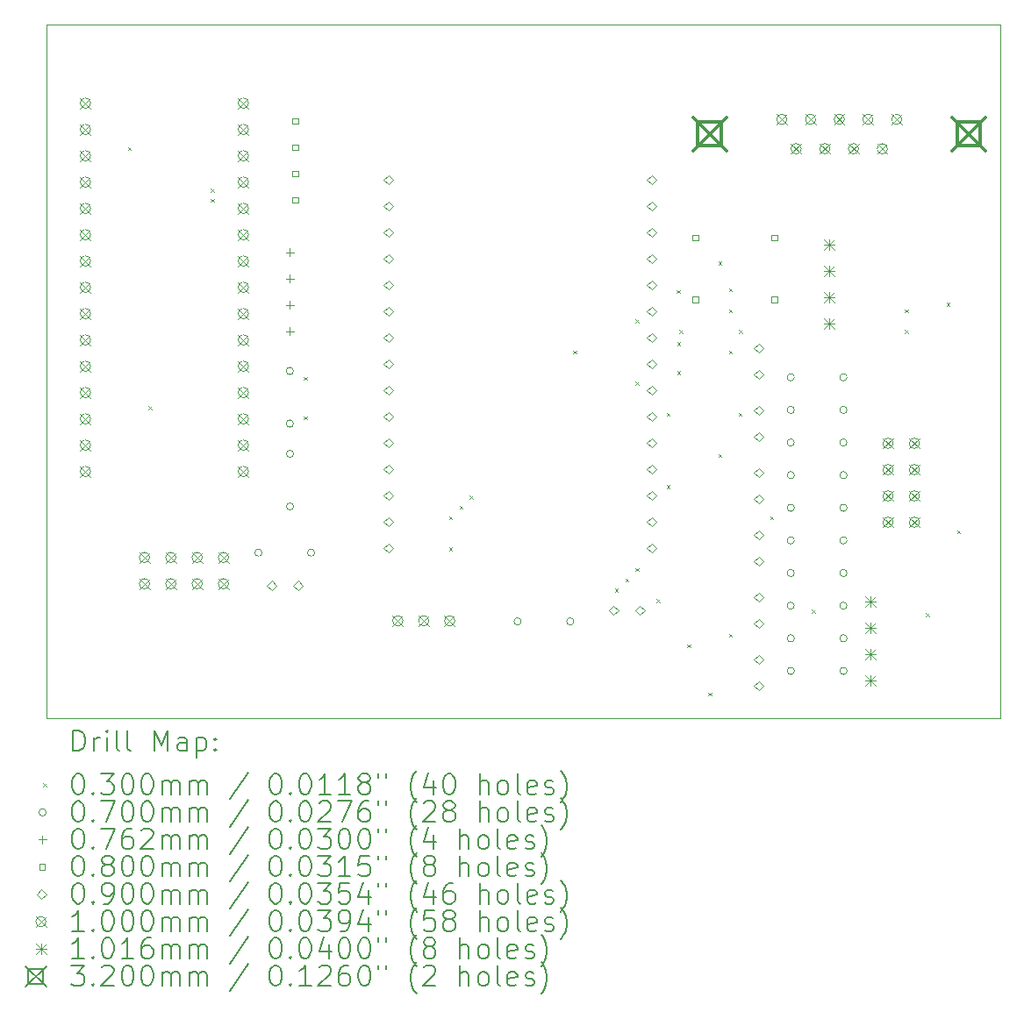
<source format=gbr>
%TF.GenerationSoftware,KiCad,Pcbnew,9.0.1*%
%TF.CreationDate,2025-05-10T06:39:08-07:00*%
%TF.ProjectId,ARDU_RF_TEMP,41524455-5f52-4465-9f54-454d502e6b69,rev?*%
%TF.SameCoordinates,Original*%
%TF.FileFunction,Drillmap*%
%TF.FilePolarity,Positive*%
%FSLAX45Y45*%
G04 Gerber Fmt 4.5, Leading zero omitted, Abs format (unit mm)*
G04 Created by KiCad (PCBNEW 9.0.1) date 2025-05-10 06:39:08*
%MOMM*%
%LPD*%
G01*
G04 APERTURE LIST*
%ADD10C,0.050000*%
%ADD11C,0.200000*%
%ADD12C,0.100000*%
%ADD13C,0.101600*%
%ADD14C,0.320000*%
G04 APERTURE END LIST*
D10*
X1300000Y-1300000D02*
X10500000Y-1300000D01*
X10500000Y-8000000D01*
X1300000Y-8000000D01*
X1300000Y-1300000D01*
D11*
D12*
X2085000Y-2485000D02*
X2115000Y-2515000D01*
X2115000Y-2485000D02*
X2085000Y-2515000D01*
X2285000Y-4985000D02*
X2315000Y-5015000D01*
X2315000Y-4985000D02*
X2285000Y-5015000D01*
X2885000Y-2885000D02*
X2915000Y-2915000D01*
X2915000Y-2885000D02*
X2885000Y-2915000D01*
X2885000Y-2985000D02*
X2915000Y-3015000D01*
X2915000Y-2985000D02*
X2885000Y-3015000D01*
X3785000Y-4701000D02*
X3815000Y-4731000D01*
X3815000Y-4701000D02*
X3785000Y-4731000D01*
X3785000Y-5085000D02*
X3815000Y-5115000D01*
X3815000Y-5085000D02*
X3785000Y-5115000D01*
X5185000Y-6049000D02*
X5215000Y-6079000D01*
X5215000Y-6049000D02*
X5185000Y-6079000D01*
X5185000Y-6349000D02*
X5215000Y-6379000D01*
X5215000Y-6349000D02*
X5185000Y-6379000D01*
X5285000Y-5949000D02*
X5315000Y-5979000D01*
X5315000Y-5949000D02*
X5285000Y-5979000D01*
X5385000Y-5849000D02*
X5415000Y-5879000D01*
X5415000Y-5849000D02*
X5385000Y-5879000D01*
X6385000Y-4449000D02*
X6415000Y-4479000D01*
X6415000Y-4449000D02*
X6385000Y-4479000D01*
X6785000Y-6749000D02*
X6815000Y-6779000D01*
X6815000Y-6749000D02*
X6785000Y-6779000D01*
X6885000Y-6649000D02*
X6915000Y-6679000D01*
X6915000Y-6649000D02*
X6885000Y-6679000D01*
X6985000Y-4148500D02*
X7015000Y-4178500D01*
X7015000Y-4148500D02*
X6985000Y-4178500D01*
X6985000Y-4749000D02*
X7015000Y-4779000D01*
X7015000Y-4749000D02*
X6985000Y-4779000D01*
X6985000Y-6549000D02*
X7015000Y-6579000D01*
X7015000Y-6549000D02*
X6985000Y-6579000D01*
X7185000Y-6849000D02*
X7215000Y-6879000D01*
X7215000Y-6849000D02*
X7185000Y-6879000D01*
X7285000Y-5049000D02*
X7315000Y-5079000D01*
X7315000Y-5049000D02*
X7285000Y-5079000D01*
X7285500Y-5749000D02*
X7315500Y-5779000D01*
X7315500Y-5749000D02*
X7285500Y-5779000D01*
X7381323Y-3864676D02*
X7411323Y-3894676D01*
X7411323Y-3864676D02*
X7381323Y-3894676D01*
X7385000Y-4369000D02*
X7415000Y-4399000D01*
X7415000Y-4369000D02*
X7385000Y-4399000D01*
X7385000Y-4649000D02*
X7415000Y-4679000D01*
X7415000Y-4649000D02*
X7385000Y-4679000D01*
X7404900Y-4249000D02*
X7434900Y-4279000D01*
X7434900Y-4249000D02*
X7404900Y-4279000D01*
X7485000Y-7285000D02*
X7515000Y-7315000D01*
X7515000Y-7285000D02*
X7485000Y-7315000D01*
X7685000Y-7749000D02*
X7715000Y-7779000D01*
X7715000Y-7749000D02*
X7685000Y-7779000D01*
X7785000Y-3589000D02*
X7815000Y-3619000D01*
X7815000Y-3589000D02*
X7785000Y-3619000D01*
X7785000Y-5449000D02*
X7815000Y-5479000D01*
X7815000Y-5449000D02*
X7785000Y-5479000D01*
X7885000Y-3849000D02*
X7915000Y-3879000D01*
X7915000Y-3849000D02*
X7885000Y-3879000D01*
X7885000Y-4049000D02*
X7915000Y-4079000D01*
X7915000Y-4049000D02*
X7885000Y-4079000D01*
X7885000Y-4449000D02*
X7915000Y-4479000D01*
X7915000Y-4449000D02*
X7885000Y-4479000D01*
X7885000Y-7185000D02*
X7915000Y-7215000D01*
X7915000Y-7185000D02*
X7885000Y-7215000D01*
X7978400Y-5049000D02*
X8008400Y-5079000D01*
X8008400Y-5049000D02*
X7978400Y-5079000D01*
X7985000Y-4249000D02*
X8015000Y-4279000D01*
X8015000Y-4249000D02*
X7985000Y-4279000D01*
X8284948Y-6048948D02*
X8314948Y-6078948D01*
X8314948Y-6048948D02*
X8284948Y-6078948D01*
X8685000Y-6949000D02*
X8715000Y-6979000D01*
X8715000Y-6949000D02*
X8685000Y-6979000D01*
X9585000Y-4049000D02*
X9615000Y-4079000D01*
X9615000Y-4049000D02*
X9585000Y-4079000D01*
X9585000Y-4249000D02*
X9615000Y-4279000D01*
X9615000Y-4249000D02*
X9585000Y-4279000D01*
X9785000Y-6985000D02*
X9815000Y-7015000D01*
X9815000Y-6985000D02*
X9785000Y-7015000D01*
X9985000Y-3985000D02*
X10015000Y-4015000D01*
X10015000Y-3985000D02*
X9985000Y-4015000D01*
X10085000Y-6185000D02*
X10115000Y-6215000D01*
X10115000Y-6185000D02*
X10085000Y-6215000D01*
X3381000Y-6400000D02*
G75*
G02*
X3311000Y-6400000I-35000J0D01*
G01*
X3311000Y-6400000D02*
G75*
G02*
X3381000Y-6400000I35000J0D01*
G01*
X3685000Y-4646000D02*
G75*
G02*
X3615000Y-4646000I-35000J0D01*
G01*
X3615000Y-4646000D02*
G75*
G02*
X3685000Y-4646000I35000J0D01*
G01*
X3685000Y-5154000D02*
G75*
G02*
X3615000Y-5154000I-35000J0D01*
G01*
X3615000Y-5154000D02*
G75*
G02*
X3685000Y-5154000I35000J0D01*
G01*
X3685000Y-5446000D02*
G75*
G02*
X3615000Y-5446000I-35000J0D01*
G01*
X3615000Y-5446000D02*
G75*
G02*
X3685000Y-5446000I35000J0D01*
G01*
X3685000Y-5954000D02*
G75*
G02*
X3615000Y-5954000I-35000J0D01*
G01*
X3615000Y-5954000D02*
G75*
G02*
X3685000Y-5954000I35000J0D01*
G01*
X3889000Y-6400000D02*
G75*
G02*
X3819000Y-6400000I-35000J0D01*
G01*
X3819000Y-6400000D02*
G75*
G02*
X3889000Y-6400000I35000J0D01*
G01*
X5881000Y-7064000D02*
G75*
G02*
X5811000Y-7064000I-35000J0D01*
G01*
X5811000Y-7064000D02*
G75*
G02*
X5881000Y-7064000I35000J0D01*
G01*
X6389000Y-7064000D02*
G75*
G02*
X6319000Y-7064000I-35000J0D01*
G01*
X6319000Y-7064000D02*
G75*
G02*
X6389000Y-7064000I35000J0D01*
G01*
X8517000Y-4706750D02*
G75*
G02*
X8447000Y-4706750I-35000J0D01*
G01*
X8447000Y-4706750D02*
G75*
G02*
X8517000Y-4706750I35000J0D01*
G01*
X8517000Y-5021750D02*
G75*
G02*
X8447000Y-5021750I-35000J0D01*
G01*
X8447000Y-5021750D02*
G75*
G02*
X8517000Y-5021750I35000J0D01*
G01*
X8517000Y-5336750D02*
G75*
G02*
X8447000Y-5336750I-35000J0D01*
G01*
X8447000Y-5336750D02*
G75*
G02*
X8517000Y-5336750I35000J0D01*
G01*
X8517000Y-5651750D02*
G75*
G02*
X8447000Y-5651750I-35000J0D01*
G01*
X8447000Y-5651750D02*
G75*
G02*
X8517000Y-5651750I35000J0D01*
G01*
X8517000Y-5966750D02*
G75*
G02*
X8447000Y-5966750I-35000J0D01*
G01*
X8447000Y-5966750D02*
G75*
G02*
X8517000Y-5966750I35000J0D01*
G01*
X8517000Y-6281750D02*
G75*
G02*
X8447000Y-6281750I-35000J0D01*
G01*
X8447000Y-6281750D02*
G75*
G02*
X8517000Y-6281750I35000J0D01*
G01*
X8517000Y-6596750D02*
G75*
G02*
X8447000Y-6596750I-35000J0D01*
G01*
X8447000Y-6596750D02*
G75*
G02*
X8517000Y-6596750I35000J0D01*
G01*
X8517000Y-6911750D02*
G75*
G02*
X8447000Y-6911750I-35000J0D01*
G01*
X8447000Y-6911750D02*
G75*
G02*
X8517000Y-6911750I35000J0D01*
G01*
X8517000Y-7226750D02*
G75*
G02*
X8447000Y-7226750I-35000J0D01*
G01*
X8447000Y-7226750D02*
G75*
G02*
X8517000Y-7226750I35000J0D01*
G01*
X8517000Y-7541750D02*
G75*
G02*
X8447000Y-7541750I-35000J0D01*
G01*
X8447000Y-7541750D02*
G75*
G02*
X8517000Y-7541750I35000J0D01*
G01*
X9025000Y-4706750D02*
G75*
G02*
X8955000Y-4706750I-35000J0D01*
G01*
X8955000Y-4706750D02*
G75*
G02*
X9025000Y-4706750I35000J0D01*
G01*
X9025000Y-5021750D02*
G75*
G02*
X8955000Y-5021750I-35000J0D01*
G01*
X8955000Y-5021750D02*
G75*
G02*
X9025000Y-5021750I35000J0D01*
G01*
X9025000Y-5336750D02*
G75*
G02*
X8955000Y-5336750I-35000J0D01*
G01*
X8955000Y-5336750D02*
G75*
G02*
X9025000Y-5336750I35000J0D01*
G01*
X9025000Y-5651750D02*
G75*
G02*
X8955000Y-5651750I-35000J0D01*
G01*
X8955000Y-5651750D02*
G75*
G02*
X9025000Y-5651750I35000J0D01*
G01*
X9025000Y-5966750D02*
G75*
G02*
X8955000Y-5966750I-35000J0D01*
G01*
X8955000Y-5966750D02*
G75*
G02*
X9025000Y-5966750I35000J0D01*
G01*
X9025000Y-6281750D02*
G75*
G02*
X8955000Y-6281750I-35000J0D01*
G01*
X8955000Y-6281750D02*
G75*
G02*
X9025000Y-6281750I35000J0D01*
G01*
X9025000Y-6596750D02*
G75*
G02*
X8955000Y-6596750I-35000J0D01*
G01*
X8955000Y-6596750D02*
G75*
G02*
X9025000Y-6596750I35000J0D01*
G01*
X9025000Y-6911750D02*
G75*
G02*
X8955000Y-6911750I-35000J0D01*
G01*
X8955000Y-6911750D02*
G75*
G02*
X9025000Y-6911750I35000J0D01*
G01*
X9025000Y-7226750D02*
G75*
G02*
X8955000Y-7226750I-35000J0D01*
G01*
X8955000Y-7226750D02*
G75*
G02*
X9025000Y-7226750I35000J0D01*
G01*
X9025000Y-7541750D02*
G75*
G02*
X8955000Y-7541750I-35000J0D01*
G01*
X8955000Y-7541750D02*
G75*
G02*
X9025000Y-7541750I35000J0D01*
G01*
X3650000Y-3461900D02*
X3650000Y-3538100D01*
X3611900Y-3500000D02*
X3688100Y-3500000D01*
X3650000Y-3715900D02*
X3650000Y-3792100D01*
X3611900Y-3754000D02*
X3688100Y-3754000D01*
X3650000Y-3969900D02*
X3650000Y-4046100D01*
X3611900Y-4008000D02*
X3688100Y-4008000D01*
X3650000Y-4223900D02*
X3650000Y-4300100D01*
X3611900Y-4262000D02*
X3688100Y-4262000D01*
X3728284Y-2260285D02*
X3728284Y-2203716D01*
X3671715Y-2203716D01*
X3671715Y-2260285D01*
X3728284Y-2260285D01*
X3728284Y-2514285D02*
X3728284Y-2457716D01*
X3671715Y-2457716D01*
X3671715Y-2514285D01*
X3728284Y-2514285D01*
X3728284Y-2768285D02*
X3728284Y-2711716D01*
X3671715Y-2711716D01*
X3671715Y-2768285D01*
X3728284Y-2768285D01*
X3728284Y-3022284D02*
X3728284Y-2965715D01*
X3671715Y-2965715D01*
X3671715Y-3022284D01*
X3728284Y-3022284D01*
X7587784Y-3386284D02*
X7587784Y-3329715D01*
X7531215Y-3329715D01*
X7531215Y-3386284D01*
X7587784Y-3386284D01*
X7587784Y-3986284D02*
X7587784Y-3929715D01*
X7531215Y-3929715D01*
X7531215Y-3986284D01*
X7587784Y-3986284D01*
X8349784Y-3386284D02*
X8349784Y-3329715D01*
X8293215Y-3329715D01*
X8293215Y-3386284D01*
X8349784Y-3386284D01*
X8349784Y-3986284D02*
X8349784Y-3929715D01*
X8293215Y-3929715D01*
X8293215Y-3986284D01*
X8349784Y-3986284D01*
X3473000Y-6761500D02*
X3518000Y-6716500D01*
X3473000Y-6671500D01*
X3428000Y-6716500D01*
X3473000Y-6761500D01*
X3727000Y-6761500D02*
X3772000Y-6716500D01*
X3727000Y-6671500D01*
X3682000Y-6716500D01*
X3727000Y-6761500D01*
X4600000Y-2845000D02*
X4645000Y-2800000D01*
X4600000Y-2755000D01*
X4555000Y-2800000D01*
X4600000Y-2845000D01*
X4600000Y-3099000D02*
X4645000Y-3054000D01*
X4600000Y-3009000D01*
X4555000Y-3054000D01*
X4600000Y-3099000D01*
X4600000Y-3353000D02*
X4645000Y-3308000D01*
X4600000Y-3263000D01*
X4555000Y-3308000D01*
X4600000Y-3353000D01*
X4600000Y-3607000D02*
X4645000Y-3562000D01*
X4600000Y-3517000D01*
X4555000Y-3562000D01*
X4600000Y-3607000D01*
X4600000Y-3861000D02*
X4645000Y-3816000D01*
X4600000Y-3771000D01*
X4555000Y-3816000D01*
X4600000Y-3861000D01*
X4600000Y-4115000D02*
X4645000Y-4070000D01*
X4600000Y-4025000D01*
X4555000Y-4070000D01*
X4600000Y-4115000D01*
X4600000Y-4369000D02*
X4645000Y-4324000D01*
X4600000Y-4279000D01*
X4555000Y-4324000D01*
X4600000Y-4369000D01*
X4600000Y-4623000D02*
X4645000Y-4578000D01*
X4600000Y-4533000D01*
X4555000Y-4578000D01*
X4600000Y-4623000D01*
X4600000Y-4877000D02*
X4645000Y-4832000D01*
X4600000Y-4787000D01*
X4555000Y-4832000D01*
X4600000Y-4877000D01*
X4600000Y-5131000D02*
X4645000Y-5086000D01*
X4600000Y-5041000D01*
X4555000Y-5086000D01*
X4600000Y-5131000D01*
X4600000Y-5385000D02*
X4645000Y-5340000D01*
X4600000Y-5295000D01*
X4555000Y-5340000D01*
X4600000Y-5385000D01*
X4600000Y-5639000D02*
X4645000Y-5594000D01*
X4600000Y-5549000D01*
X4555000Y-5594000D01*
X4600000Y-5639000D01*
X4600000Y-5893000D02*
X4645000Y-5848000D01*
X4600000Y-5803000D01*
X4555000Y-5848000D01*
X4600000Y-5893000D01*
X4600000Y-6147000D02*
X4645000Y-6102000D01*
X4600000Y-6057000D01*
X4555000Y-6102000D01*
X4600000Y-6147000D01*
X4600000Y-6401000D02*
X4645000Y-6356000D01*
X4600000Y-6311000D01*
X4555000Y-6356000D01*
X4600000Y-6401000D01*
X6773000Y-7003000D02*
X6818000Y-6958000D01*
X6773000Y-6913000D01*
X6728000Y-6958000D01*
X6773000Y-7003000D01*
X7027000Y-7003000D02*
X7072000Y-6958000D01*
X7027000Y-6913000D01*
X6982000Y-6958000D01*
X7027000Y-7003000D01*
X7140000Y-2845000D02*
X7185000Y-2800000D01*
X7140000Y-2755000D01*
X7095000Y-2800000D01*
X7140000Y-2845000D01*
X7140000Y-3099000D02*
X7185000Y-3054000D01*
X7140000Y-3009000D01*
X7095000Y-3054000D01*
X7140000Y-3099000D01*
X7140000Y-3353000D02*
X7185000Y-3308000D01*
X7140000Y-3263000D01*
X7095000Y-3308000D01*
X7140000Y-3353000D01*
X7140000Y-3607000D02*
X7185000Y-3562000D01*
X7140000Y-3517000D01*
X7095000Y-3562000D01*
X7140000Y-3607000D01*
X7140000Y-3861000D02*
X7185000Y-3816000D01*
X7140000Y-3771000D01*
X7095000Y-3816000D01*
X7140000Y-3861000D01*
X7140000Y-4115000D02*
X7185000Y-4070000D01*
X7140000Y-4025000D01*
X7095000Y-4070000D01*
X7140000Y-4115000D01*
X7140000Y-4369000D02*
X7185000Y-4324000D01*
X7140000Y-4279000D01*
X7095000Y-4324000D01*
X7140000Y-4369000D01*
X7140000Y-4623000D02*
X7185000Y-4578000D01*
X7140000Y-4533000D01*
X7095000Y-4578000D01*
X7140000Y-4623000D01*
X7140000Y-4877000D02*
X7185000Y-4832000D01*
X7140000Y-4787000D01*
X7095000Y-4832000D01*
X7140000Y-4877000D01*
X7140000Y-5131000D02*
X7185000Y-5086000D01*
X7140000Y-5041000D01*
X7095000Y-5086000D01*
X7140000Y-5131000D01*
X7140000Y-5385000D02*
X7185000Y-5340000D01*
X7140000Y-5295000D01*
X7095000Y-5340000D01*
X7140000Y-5385000D01*
X7140000Y-5639000D02*
X7185000Y-5594000D01*
X7140000Y-5549000D01*
X7095000Y-5594000D01*
X7140000Y-5639000D01*
X7140000Y-5893000D02*
X7185000Y-5848000D01*
X7140000Y-5803000D01*
X7095000Y-5848000D01*
X7140000Y-5893000D01*
X7140000Y-6147000D02*
X7185000Y-6102000D01*
X7140000Y-6057000D01*
X7095000Y-6102000D01*
X7140000Y-6147000D01*
X7140000Y-6401000D02*
X7185000Y-6356000D01*
X7140000Y-6311000D01*
X7095000Y-6356000D01*
X7140000Y-6401000D01*
X8173500Y-4469750D02*
X8218500Y-4424750D01*
X8173500Y-4379750D01*
X8128500Y-4424750D01*
X8173500Y-4469750D01*
X8173500Y-4723750D02*
X8218500Y-4678750D01*
X8173500Y-4633750D01*
X8128500Y-4678750D01*
X8173500Y-4723750D01*
X8173500Y-5070750D02*
X8218500Y-5025750D01*
X8173500Y-4980750D01*
X8128500Y-5025750D01*
X8173500Y-5070750D01*
X8173500Y-5324750D02*
X8218500Y-5279750D01*
X8173500Y-5234750D01*
X8128500Y-5279750D01*
X8173500Y-5324750D01*
X8173500Y-5671750D02*
X8218500Y-5626750D01*
X8173500Y-5581750D01*
X8128500Y-5626750D01*
X8173500Y-5671750D01*
X8173500Y-5925750D02*
X8218500Y-5880750D01*
X8173500Y-5835750D01*
X8128500Y-5880750D01*
X8173500Y-5925750D01*
X8173500Y-6272750D02*
X8218500Y-6227750D01*
X8173500Y-6182750D01*
X8128500Y-6227750D01*
X8173500Y-6272750D01*
X8173500Y-6526750D02*
X8218500Y-6481750D01*
X8173500Y-6436750D01*
X8128500Y-6481750D01*
X8173500Y-6526750D01*
X8173500Y-6873750D02*
X8218500Y-6828750D01*
X8173500Y-6783750D01*
X8128500Y-6828750D01*
X8173500Y-6873750D01*
X8173500Y-7127750D02*
X8218500Y-7082750D01*
X8173500Y-7037750D01*
X8128500Y-7082750D01*
X8173500Y-7127750D01*
X8173500Y-7474750D02*
X8218500Y-7429750D01*
X8173500Y-7384750D01*
X8128500Y-7429750D01*
X8173500Y-7474750D01*
X8173500Y-7728750D02*
X8218500Y-7683750D01*
X8173500Y-7638750D01*
X8128500Y-7683750D01*
X8173500Y-7728750D01*
X1626000Y-2010000D02*
X1726000Y-2110000D01*
X1726000Y-2010000D02*
X1626000Y-2110000D01*
X1726000Y-2060000D02*
G75*
G02*
X1626000Y-2060000I-50000J0D01*
G01*
X1626000Y-2060000D02*
G75*
G02*
X1726000Y-2060000I50000J0D01*
G01*
X1626000Y-2264000D02*
X1726000Y-2364000D01*
X1726000Y-2264000D02*
X1626000Y-2364000D01*
X1726000Y-2314000D02*
G75*
G02*
X1626000Y-2314000I-50000J0D01*
G01*
X1626000Y-2314000D02*
G75*
G02*
X1726000Y-2314000I50000J0D01*
G01*
X1626000Y-2518000D02*
X1726000Y-2618000D01*
X1726000Y-2518000D02*
X1626000Y-2618000D01*
X1726000Y-2568000D02*
G75*
G02*
X1626000Y-2568000I-50000J0D01*
G01*
X1626000Y-2568000D02*
G75*
G02*
X1726000Y-2568000I50000J0D01*
G01*
X1626000Y-2772000D02*
X1726000Y-2872000D01*
X1726000Y-2772000D02*
X1626000Y-2872000D01*
X1726000Y-2822000D02*
G75*
G02*
X1626000Y-2822000I-50000J0D01*
G01*
X1626000Y-2822000D02*
G75*
G02*
X1726000Y-2822000I50000J0D01*
G01*
X1626000Y-3026000D02*
X1726000Y-3126000D01*
X1726000Y-3026000D02*
X1626000Y-3126000D01*
X1726000Y-3076000D02*
G75*
G02*
X1626000Y-3076000I-50000J0D01*
G01*
X1626000Y-3076000D02*
G75*
G02*
X1726000Y-3076000I50000J0D01*
G01*
X1626000Y-3280000D02*
X1726000Y-3380000D01*
X1726000Y-3280000D02*
X1626000Y-3380000D01*
X1726000Y-3330000D02*
G75*
G02*
X1626000Y-3330000I-50000J0D01*
G01*
X1626000Y-3330000D02*
G75*
G02*
X1726000Y-3330000I50000J0D01*
G01*
X1626000Y-3534000D02*
X1726000Y-3634000D01*
X1726000Y-3534000D02*
X1626000Y-3634000D01*
X1726000Y-3584000D02*
G75*
G02*
X1626000Y-3584000I-50000J0D01*
G01*
X1626000Y-3584000D02*
G75*
G02*
X1726000Y-3584000I50000J0D01*
G01*
X1626000Y-3788000D02*
X1726000Y-3888000D01*
X1726000Y-3788000D02*
X1626000Y-3888000D01*
X1726000Y-3838000D02*
G75*
G02*
X1626000Y-3838000I-50000J0D01*
G01*
X1626000Y-3838000D02*
G75*
G02*
X1726000Y-3838000I50000J0D01*
G01*
X1626000Y-4042000D02*
X1726000Y-4142000D01*
X1726000Y-4042000D02*
X1626000Y-4142000D01*
X1726000Y-4092000D02*
G75*
G02*
X1626000Y-4092000I-50000J0D01*
G01*
X1626000Y-4092000D02*
G75*
G02*
X1726000Y-4092000I50000J0D01*
G01*
X1626000Y-4296000D02*
X1726000Y-4396000D01*
X1726000Y-4296000D02*
X1626000Y-4396000D01*
X1726000Y-4346000D02*
G75*
G02*
X1626000Y-4346000I-50000J0D01*
G01*
X1626000Y-4346000D02*
G75*
G02*
X1726000Y-4346000I50000J0D01*
G01*
X1626000Y-4550000D02*
X1726000Y-4650000D01*
X1726000Y-4550000D02*
X1626000Y-4650000D01*
X1726000Y-4600000D02*
G75*
G02*
X1626000Y-4600000I-50000J0D01*
G01*
X1626000Y-4600000D02*
G75*
G02*
X1726000Y-4600000I50000J0D01*
G01*
X1626000Y-4804000D02*
X1726000Y-4904000D01*
X1726000Y-4804000D02*
X1626000Y-4904000D01*
X1726000Y-4854000D02*
G75*
G02*
X1626000Y-4854000I-50000J0D01*
G01*
X1626000Y-4854000D02*
G75*
G02*
X1726000Y-4854000I50000J0D01*
G01*
X1626000Y-5058000D02*
X1726000Y-5158000D01*
X1726000Y-5058000D02*
X1626000Y-5158000D01*
X1726000Y-5108000D02*
G75*
G02*
X1626000Y-5108000I-50000J0D01*
G01*
X1626000Y-5108000D02*
G75*
G02*
X1726000Y-5108000I50000J0D01*
G01*
X1626000Y-5312000D02*
X1726000Y-5412000D01*
X1726000Y-5312000D02*
X1626000Y-5412000D01*
X1726000Y-5362000D02*
G75*
G02*
X1626000Y-5362000I-50000J0D01*
G01*
X1626000Y-5362000D02*
G75*
G02*
X1726000Y-5362000I50000J0D01*
G01*
X1626000Y-5566000D02*
X1726000Y-5666000D01*
X1726000Y-5566000D02*
X1626000Y-5666000D01*
X1726000Y-5616000D02*
G75*
G02*
X1626000Y-5616000I-50000J0D01*
G01*
X1626000Y-5616000D02*
G75*
G02*
X1726000Y-5616000I50000J0D01*
G01*
X2196000Y-6396000D02*
X2296000Y-6496000D01*
X2296000Y-6396000D02*
X2196000Y-6496000D01*
X2296000Y-6446000D02*
G75*
G02*
X2196000Y-6446000I-50000J0D01*
G01*
X2196000Y-6446000D02*
G75*
G02*
X2296000Y-6446000I50000J0D01*
G01*
X2196000Y-6650000D02*
X2296000Y-6750000D01*
X2296000Y-6650000D02*
X2196000Y-6750000D01*
X2296000Y-6700000D02*
G75*
G02*
X2196000Y-6700000I-50000J0D01*
G01*
X2196000Y-6700000D02*
G75*
G02*
X2296000Y-6700000I50000J0D01*
G01*
X2450000Y-6396000D02*
X2550000Y-6496000D01*
X2550000Y-6396000D02*
X2450000Y-6496000D01*
X2550000Y-6446000D02*
G75*
G02*
X2450000Y-6446000I-50000J0D01*
G01*
X2450000Y-6446000D02*
G75*
G02*
X2550000Y-6446000I50000J0D01*
G01*
X2450000Y-6650000D02*
X2550000Y-6750000D01*
X2550000Y-6650000D02*
X2450000Y-6750000D01*
X2550000Y-6700000D02*
G75*
G02*
X2450000Y-6700000I-50000J0D01*
G01*
X2450000Y-6700000D02*
G75*
G02*
X2550000Y-6700000I50000J0D01*
G01*
X2704000Y-6396000D02*
X2804000Y-6496000D01*
X2804000Y-6396000D02*
X2704000Y-6496000D01*
X2804000Y-6446000D02*
G75*
G02*
X2704000Y-6446000I-50000J0D01*
G01*
X2704000Y-6446000D02*
G75*
G02*
X2804000Y-6446000I50000J0D01*
G01*
X2704000Y-6650000D02*
X2804000Y-6750000D01*
X2804000Y-6650000D02*
X2704000Y-6750000D01*
X2804000Y-6700000D02*
G75*
G02*
X2704000Y-6700000I-50000J0D01*
G01*
X2704000Y-6700000D02*
G75*
G02*
X2804000Y-6700000I50000J0D01*
G01*
X2958000Y-6396000D02*
X3058000Y-6496000D01*
X3058000Y-6396000D02*
X2958000Y-6496000D01*
X3058000Y-6446000D02*
G75*
G02*
X2958000Y-6446000I-50000J0D01*
G01*
X2958000Y-6446000D02*
G75*
G02*
X3058000Y-6446000I50000J0D01*
G01*
X2958000Y-6650000D02*
X3058000Y-6750000D01*
X3058000Y-6650000D02*
X2958000Y-6750000D01*
X3058000Y-6700000D02*
G75*
G02*
X2958000Y-6700000I-50000J0D01*
G01*
X2958000Y-6700000D02*
G75*
G02*
X3058000Y-6700000I50000J0D01*
G01*
X3150000Y-2010000D02*
X3250000Y-2110000D01*
X3250000Y-2010000D02*
X3150000Y-2110000D01*
X3250000Y-2060000D02*
G75*
G02*
X3150000Y-2060000I-50000J0D01*
G01*
X3150000Y-2060000D02*
G75*
G02*
X3250000Y-2060000I50000J0D01*
G01*
X3150000Y-2264000D02*
X3250000Y-2364000D01*
X3250000Y-2264000D02*
X3150000Y-2364000D01*
X3250000Y-2314000D02*
G75*
G02*
X3150000Y-2314000I-50000J0D01*
G01*
X3150000Y-2314000D02*
G75*
G02*
X3250000Y-2314000I50000J0D01*
G01*
X3150000Y-2518000D02*
X3250000Y-2618000D01*
X3250000Y-2518000D02*
X3150000Y-2618000D01*
X3250000Y-2568000D02*
G75*
G02*
X3150000Y-2568000I-50000J0D01*
G01*
X3150000Y-2568000D02*
G75*
G02*
X3250000Y-2568000I50000J0D01*
G01*
X3150000Y-2772000D02*
X3250000Y-2872000D01*
X3250000Y-2772000D02*
X3150000Y-2872000D01*
X3250000Y-2822000D02*
G75*
G02*
X3150000Y-2822000I-50000J0D01*
G01*
X3150000Y-2822000D02*
G75*
G02*
X3250000Y-2822000I50000J0D01*
G01*
X3150000Y-3026000D02*
X3250000Y-3126000D01*
X3250000Y-3026000D02*
X3150000Y-3126000D01*
X3250000Y-3076000D02*
G75*
G02*
X3150000Y-3076000I-50000J0D01*
G01*
X3150000Y-3076000D02*
G75*
G02*
X3250000Y-3076000I50000J0D01*
G01*
X3150000Y-3280000D02*
X3250000Y-3380000D01*
X3250000Y-3280000D02*
X3150000Y-3380000D01*
X3250000Y-3330000D02*
G75*
G02*
X3150000Y-3330000I-50000J0D01*
G01*
X3150000Y-3330000D02*
G75*
G02*
X3250000Y-3330000I50000J0D01*
G01*
X3150000Y-3534000D02*
X3250000Y-3634000D01*
X3250000Y-3534000D02*
X3150000Y-3634000D01*
X3250000Y-3584000D02*
G75*
G02*
X3150000Y-3584000I-50000J0D01*
G01*
X3150000Y-3584000D02*
G75*
G02*
X3250000Y-3584000I50000J0D01*
G01*
X3150000Y-3788000D02*
X3250000Y-3888000D01*
X3250000Y-3788000D02*
X3150000Y-3888000D01*
X3250000Y-3838000D02*
G75*
G02*
X3150000Y-3838000I-50000J0D01*
G01*
X3150000Y-3838000D02*
G75*
G02*
X3250000Y-3838000I50000J0D01*
G01*
X3150000Y-4042000D02*
X3250000Y-4142000D01*
X3250000Y-4042000D02*
X3150000Y-4142000D01*
X3250000Y-4092000D02*
G75*
G02*
X3150000Y-4092000I-50000J0D01*
G01*
X3150000Y-4092000D02*
G75*
G02*
X3250000Y-4092000I50000J0D01*
G01*
X3150000Y-4296000D02*
X3250000Y-4396000D01*
X3250000Y-4296000D02*
X3150000Y-4396000D01*
X3250000Y-4346000D02*
G75*
G02*
X3150000Y-4346000I-50000J0D01*
G01*
X3150000Y-4346000D02*
G75*
G02*
X3250000Y-4346000I50000J0D01*
G01*
X3150000Y-4550000D02*
X3250000Y-4650000D01*
X3250000Y-4550000D02*
X3150000Y-4650000D01*
X3250000Y-4600000D02*
G75*
G02*
X3150000Y-4600000I-50000J0D01*
G01*
X3150000Y-4600000D02*
G75*
G02*
X3250000Y-4600000I50000J0D01*
G01*
X3150000Y-4804000D02*
X3250000Y-4904000D01*
X3250000Y-4804000D02*
X3150000Y-4904000D01*
X3250000Y-4854000D02*
G75*
G02*
X3150000Y-4854000I-50000J0D01*
G01*
X3150000Y-4854000D02*
G75*
G02*
X3250000Y-4854000I50000J0D01*
G01*
X3150000Y-5058000D02*
X3250000Y-5158000D01*
X3250000Y-5058000D02*
X3150000Y-5158000D01*
X3250000Y-5108000D02*
G75*
G02*
X3150000Y-5108000I-50000J0D01*
G01*
X3150000Y-5108000D02*
G75*
G02*
X3250000Y-5108000I50000J0D01*
G01*
X3150000Y-5312000D02*
X3250000Y-5412000D01*
X3250000Y-5312000D02*
X3150000Y-5412000D01*
X3250000Y-5362000D02*
G75*
G02*
X3150000Y-5362000I-50000J0D01*
G01*
X3150000Y-5362000D02*
G75*
G02*
X3250000Y-5362000I50000J0D01*
G01*
X3150000Y-5566000D02*
X3250000Y-5666000D01*
X3250000Y-5566000D02*
X3150000Y-5666000D01*
X3250000Y-5616000D02*
G75*
G02*
X3150000Y-5616000I-50000J0D01*
G01*
X3150000Y-5616000D02*
G75*
G02*
X3250000Y-5616000I50000J0D01*
G01*
X4640000Y-7008000D02*
X4740000Y-7108000D01*
X4740000Y-7008000D02*
X4640000Y-7108000D01*
X4740000Y-7058000D02*
G75*
G02*
X4640000Y-7058000I-50000J0D01*
G01*
X4640000Y-7058000D02*
G75*
G02*
X4740000Y-7058000I50000J0D01*
G01*
X4890000Y-7008000D02*
X4990000Y-7108000D01*
X4990000Y-7008000D02*
X4890000Y-7108000D01*
X4990000Y-7058000D02*
G75*
G02*
X4890000Y-7058000I-50000J0D01*
G01*
X4890000Y-7058000D02*
G75*
G02*
X4990000Y-7058000I50000J0D01*
G01*
X5140000Y-7008000D02*
X5240000Y-7108000D01*
X5240000Y-7008000D02*
X5140000Y-7108000D01*
X5240000Y-7058000D02*
G75*
G02*
X5140000Y-7058000I-50000J0D01*
G01*
X5140000Y-7058000D02*
G75*
G02*
X5240000Y-7058000I50000J0D01*
G01*
X8346000Y-2166000D02*
X8446000Y-2266000D01*
X8446000Y-2166000D02*
X8346000Y-2266000D01*
X8446000Y-2216000D02*
G75*
G02*
X8346000Y-2216000I-50000J0D01*
G01*
X8346000Y-2216000D02*
G75*
G02*
X8446000Y-2216000I50000J0D01*
G01*
X8484500Y-2450000D02*
X8584500Y-2550000D01*
X8584500Y-2450000D02*
X8484500Y-2550000D01*
X8584500Y-2500000D02*
G75*
G02*
X8484500Y-2500000I-50000J0D01*
G01*
X8484500Y-2500000D02*
G75*
G02*
X8584500Y-2500000I50000J0D01*
G01*
X8623000Y-2166000D02*
X8723000Y-2266000D01*
X8723000Y-2166000D02*
X8623000Y-2266000D01*
X8723000Y-2216000D02*
G75*
G02*
X8623000Y-2216000I-50000J0D01*
G01*
X8623000Y-2216000D02*
G75*
G02*
X8723000Y-2216000I50000J0D01*
G01*
X8761500Y-2450000D02*
X8861500Y-2550000D01*
X8861500Y-2450000D02*
X8761500Y-2550000D01*
X8861500Y-2500000D02*
G75*
G02*
X8761500Y-2500000I-50000J0D01*
G01*
X8761500Y-2500000D02*
G75*
G02*
X8861500Y-2500000I50000J0D01*
G01*
X8900000Y-2166000D02*
X9000000Y-2266000D01*
X9000000Y-2166000D02*
X8900000Y-2266000D01*
X9000000Y-2216000D02*
G75*
G02*
X8900000Y-2216000I-50000J0D01*
G01*
X8900000Y-2216000D02*
G75*
G02*
X9000000Y-2216000I50000J0D01*
G01*
X9038500Y-2450000D02*
X9138500Y-2550000D01*
X9138500Y-2450000D02*
X9038500Y-2550000D01*
X9138500Y-2500000D02*
G75*
G02*
X9038500Y-2500000I-50000J0D01*
G01*
X9038500Y-2500000D02*
G75*
G02*
X9138500Y-2500000I50000J0D01*
G01*
X9177000Y-2166000D02*
X9277000Y-2266000D01*
X9277000Y-2166000D02*
X9177000Y-2266000D01*
X9277000Y-2216000D02*
G75*
G02*
X9177000Y-2216000I-50000J0D01*
G01*
X9177000Y-2216000D02*
G75*
G02*
X9277000Y-2216000I50000J0D01*
G01*
X9315500Y-2450000D02*
X9415500Y-2550000D01*
X9415500Y-2450000D02*
X9315500Y-2550000D01*
X9415500Y-2500000D02*
G75*
G02*
X9315500Y-2500000I-50000J0D01*
G01*
X9315500Y-2500000D02*
G75*
G02*
X9415500Y-2500000I50000J0D01*
G01*
X9371050Y-5294750D02*
X9471050Y-5394750D01*
X9471050Y-5294750D02*
X9371050Y-5394750D01*
X9471050Y-5344750D02*
G75*
G02*
X9371050Y-5344750I-50000J0D01*
G01*
X9371050Y-5344750D02*
G75*
G02*
X9471050Y-5344750I50000J0D01*
G01*
X9371050Y-5548750D02*
X9471050Y-5648750D01*
X9471050Y-5548750D02*
X9371050Y-5648750D01*
X9471050Y-5598750D02*
G75*
G02*
X9371050Y-5598750I-50000J0D01*
G01*
X9371050Y-5598750D02*
G75*
G02*
X9471050Y-5598750I50000J0D01*
G01*
X9371050Y-5802750D02*
X9471050Y-5902750D01*
X9471050Y-5802750D02*
X9371050Y-5902750D01*
X9471050Y-5852750D02*
G75*
G02*
X9371050Y-5852750I-50000J0D01*
G01*
X9371050Y-5852750D02*
G75*
G02*
X9471050Y-5852750I50000J0D01*
G01*
X9371050Y-6056750D02*
X9471050Y-6156750D01*
X9471050Y-6056750D02*
X9371050Y-6156750D01*
X9471050Y-6106750D02*
G75*
G02*
X9371050Y-6106750I-50000J0D01*
G01*
X9371050Y-6106750D02*
G75*
G02*
X9471050Y-6106750I50000J0D01*
G01*
X9454000Y-2166000D02*
X9554000Y-2266000D01*
X9554000Y-2166000D02*
X9454000Y-2266000D01*
X9554000Y-2216000D02*
G75*
G02*
X9454000Y-2216000I-50000J0D01*
G01*
X9454000Y-2216000D02*
G75*
G02*
X9554000Y-2216000I50000J0D01*
G01*
X9625050Y-5294750D02*
X9725050Y-5394750D01*
X9725050Y-5294750D02*
X9625050Y-5394750D01*
X9725050Y-5344750D02*
G75*
G02*
X9625050Y-5344750I-50000J0D01*
G01*
X9625050Y-5344750D02*
G75*
G02*
X9725050Y-5344750I50000J0D01*
G01*
X9625050Y-5548750D02*
X9725050Y-5648750D01*
X9725050Y-5548750D02*
X9625050Y-5648750D01*
X9725050Y-5598750D02*
G75*
G02*
X9625050Y-5598750I-50000J0D01*
G01*
X9625050Y-5598750D02*
G75*
G02*
X9725050Y-5598750I50000J0D01*
G01*
X9625050Y-5802750D02*
X9725050Y-5902750D01*
X9725050Y-5802750D02*
X9625050Y-5902750D01*
X9725050Y-5852750D02*
G75*
G02*
X9625050Y-5852750I-50000J0D01*
G01*
X9625050Y-5852750D02*
G75*
G02*
X9725050Y-5852750I50000J0D01*
G01*
X9625050Y-6056750D02*
X9725050Y-6156750D01*
X9725050Y-6056750D02*
X9625050Y-6156750D01*
X9725050Y-6106750D02*
G75*
G02*
X9625050Y-6106750I-50000J0D01*
G01*
X9625050Y-6106750D02*
G75*
G02*
X9725050Y-6106750I50000J0D01*
G01*
D13*
X8798180Y-3374950D02*
X8899780Y-3476550D01*
X8899780Y-3374950D02*
X8798180Y-3476550D01*
X8848980Y-3374950D02*
X8848980Y-3476550D01*
X8798180Y-3425750D02*
X8899780Y-3425750D01*
X8798180Y-3628950D02*
X8899780Y-3730550D01*
X8899780Y-3628950D02*
X8798180Y-3730550D01*
X8848980Y-3628950D02*
X8848980Y-3730550D01*
X8798180Y-3679750D02*
X8899780Y-3679750D01*
X8798180Y-3882950D02*
X8899780Y-3984550D01*
X8899780Y-3882950D02*
X8798180Y-3984550D01*
X8848980Y-3882950D02*
X8848980Y-3984550D01*
X8798180Y-3933750D02*
X8899780Y-3933750D01*
X8798180Y-4136950D02*
X8899780Y-4238550D01*
X8899780Y-4136950D02*
X8798180Y-4238550D01*
X8848980Y-4136950D02*
X8848980Y-4238550D01*
X8798180Y-4187750D02*
X8899780Y-4187750D01*
X9198180Y-6824950D02*
X9299780Y-6926550D01*
X9299780Y-6824950D02*
X9198180Y-6926550D01*
X9248980Y-6824950D02*
X9248980Y-6926550D01*
X9198180Y-6875750D02*
X9299780Y-6875750D01*
X9198180Y-7078950D02*
X9299780Y-7180550D01*
X9299780Y-7078950D02*
X9198180Y-7180550D01*
X9248980Y-7078950D02*
X9248980Y-7180550D01*
X9198180Y-7129750D02*
X9299780Y-7129750D01*
X9198180Y-7332950D02*
X9299780Y-7434550D01*
X9299780Y-7332950D02*
X9198180Y-7434550D01*
X9248980Y-7332950D02*
X9248980Y-7434550D01*
X9198180Y-7383750D02*
X9299780Y-7383750D01*
X9198180Y-7586950D02*
X9299780Y-7688550D01*
X9299780Y-7586950D02*
X9198180Y-7688550D01*
X9248980Y-7586950D02*
X9248980Y-7688550D01*
X9198180Y-7637750D02*
X9299780Y-7637750D01*
D14*
X7540000Y-2198000D02*
X7860000Y-2518000D01*
X7860000Y-2198000D02*
X7540000Y-2518000D01*
X7813138Y-2471138D02*
X7813138Y-2244862D01*
X7586862Y-2244862D01*
X7586862Y-2471138D01*
X7813138Y-2471138D01*
X10040000Y-2198000D02*
X10360000Y-2518000D01*
X10360000Y-2198000D02*
X10040000Y-2518000D01*
X10313138Y-2471138D02*
X10313138Y-2244862D01*
X10086862Y-2244862D01*
X10086862Y-2471138D01*
X10313138Y-2471138D01*
D11*
X1558277Y-8313984D02*
X1558277Y-8113984D01*
X1558277Y-8113984D02*
X1605896Y-8113984D01*
X1605896Y-8113984D02*
X1634467Y-8123508D01*
X1634467Y-8123508D02*
X1653515Y-8142555D01*
X1653515Y-8142555D02*
X1663039Y-8161603D01*
X1663039Y-8161603D02*
X1672562Y-8199698D01*
X1672562Y-8199698D02*
X1672562Y-8228269D01*
X1672562Y-8228269D02*
X1663039Y-8266365D01*
X1663039Y-8266365D02*
X1653515Y-8285412D01*
X1653515Y-8285412D02*
X1634467Y-8304460D01*
X1634467Y-8304460D02*
X1605896Y-8313984D01*
X1605896Y-8313984D02*
X1558277Y-8313984D01*
X1758277Y-8313984D02*
X1758277Y-8180650D01*
X1758277Y-8218746D02*
X1767801Y-8199698D01*
X1767801Y-8199698D02*
X1777324Y-8190174D01*
X1777324Y-8190174D02*
X1796372Y-8180650D01*
X1796372Y-8180650D02*
X1815420Y-8180650D01*
X1882086Y-8313984D02*
X1882086Y-8180650D01*
X1882086Y-8113984D02*
X1872562Y-8123508D01*
X1872562Y-8123508D02*
X1882086Y-8133031D01*
X1882086Y-8133031D02*
X1891610Y-8123508D01*
X1891610Y-8123508D02*
X1882086Y-8113984D01*
X1882086Y-8113984D02*
X1882086Y-8133031D01*
X2005896Y-8313984D02*
X1986848Y-8304460D01*
X1986848Y-8304460D02*
X1977324Y-8285412D01*
X1977324Y-8285412D02*
X1977324Y-8113984D01*
X2110658Y-8313984D02*
X2091610Y-8304460D01*
X2091610Y-8304460D02*
X2082086Y-8285412D01*
X2082086Y-8285412D02*
X2082086Y-8113984D01*
X2339229Y-8313984D02*
X2339229Y-8113984D01*
X2339229Y-8113984D02*
X2405896Y-8256841D01*
X2405896Y-8256841D02*
X2472563Y-8113984D01*
X2472563Y-8113984D02*
X2472563Y-8313984D01*
X2653515Y-8313984D02*
X2653515Y-8209222D01*
X2653515Y-8209222D02*
X2643991Y-8190174D01*
X2643991Y-8190174D02*
X2624944Y-8180650D01*
X2624944Y-8180650D02*
X2586848Y-8180650D01*
X2586848Y-8180650D02*
X2567801Y-8190174D01*
X2653515Y-8304460D02*
X2634467Y-8313984D01*
X2634467Y-8313984D02*
X2586848Y-8313984D01*
X2586848Y-8313984D02*
X2567801Y-8304460D01*
X2567801Y-8304460D02*
X2558277Y-8285412D01*
X2558277Y-8285412D02*
X2558277Y-8266365D01*
X2558277Y-8266365D02*
X2567801Y-8247317D01*
X2567801Y-8247317D02*
X2586848Y-8237793D01*
X2586848Y-8237793D02*
X2634467Y-8237793D01*
X2634467Y-8237793D02*
X2653515Y-8228269D01*
X2748753Y-8180650D02*
X2748753Y-8380650D01*
X2748753Y-8190174D02*
X2767801Y-8180650D01*
X2767801Y-8180650D02*
X2805896Y-8180650D01*
X2805896Y-8180650D02*
X2824943Y-8190174D01*
X2824943Y-8190174D02*
X2834467Y-8199698D01*
X2834467Y-8199698D02*
X2843991Y-8218746D01*
X2843991Y-8218746D02*
X2843991Y-8275888D01*
X2843991Y-8275888D02*
X2834467Y-8294936D01*
X2834467Y-8294936D02*
X2824943Y-8304460D01*
X2824943Y-8304460D02*
X2805896Y-8313984D01*
X2805896Y-8313984D02*
X2767801Y-8313984D01*
X2767801Y-8313984D02*
X2748753Y-8304460D01*
X2929705Y-8294936D02*
X2939229Y-8304460D01*
X2939229Y-8304460D02*
X2929705Y-8313984D01*
X2929705Y-8313984D02*
X2920182Y-8304460D01*
X2920182Y-8304460D02*
X2929705Y-8294936D01*
X2929705Y-8294936D02*
X2929705Y-8313984D01*
X2929705Y-8190174D02*
X2939229Y-8199698D01*
X2939229Y-8199698D02*
X2929705Y-8209222D01*
X2929705Y-8209222D02*
X2920182Y-8199698D01*
X2920182Y-8199698D02*
X2929705Y-8190174D01*
X2929705Y-8190174D02*
X2929705Y-8209222D01*
D12*
X1267500Y-8627500D02*
X1297500Y-8657500D01*
X1297500Y-8627500D02*
X1267500Y-8657500D01*
D11*
X1596372Y-8533984D02*
X1615420Y-8533984D01*
X1615420Y-8533984D02*
X1634467Y-8543508D01*
X1634467Y-8543508D02*
X1643991Y-8553031D01*
X1643991Y-8553031D02*
X1653515Y-8572079D01*
X1653515Y-8572079D02*
X1663039Y-8610174D01*
X1663039Y-8610174D02*
X1663039Y-8657793D01*
X1663039Y-8657793D02*
X1653515Y-8695889D01*
X1653515Y-8695889D02*
X1643991Y-8714936D01*
X1643991Y-8714936D02*
X1634467Y-8724460D01*
X1634467Y-8724460D02*
X1615420Y-8733984D01*
X1615420Y-8733984D02*
X1596372Y-8733984D01*
X1596372Y-8733984D02*
X1577324Y-8724460D01*
X1577324Y-8724460D02*
X1567801Y-8714936D01*
X1567801Y-8714936D02*
X1558277Y-8695889D01*
X1558277Y-8695889D02*
X1548753Y-8657793D01*
X1548753Y-8657793D02*
X1548753Y-8610174D01*
X1548753Y-8610174D02*
X1558277Y-8572079D01*
X1558277Y-8572079D02*
X1567801Y-8553031D01*
X1567801Y-8553031D02*
X1577324Y-8543508D01*
X1577324Y-8543508D02*
X1596372Y-8533984D01*
X1748753Y-8714936D02*
X1758277Y-8724460D01*
X1758277Y-8724460D02*
X1748753Y-8733984D01*
X1748753Y-8733984D02*
X1739229Y-8724460D01*
X1739229Y-8724460D02*
X1748753Y-8714936D01*
X1748753Y-8714936D02*
X1748753Y-8733984D01*
X1824943Y-8533984D02*
X1948753Y-8533984D01*
X1948753Y-8533984D02*
X1882086Y-8610174D01*
X1882086Y-8610174D02*
X1910658Y-8610174D01*
X1910658Y-8610174D02*
X1929705Y-8619698D01*
X1929705Y-8619698D02*
X1939229Y-8629222D01*
X1939229Y-8629222D02*
X1948753Y-8648270D01*
X1948753Y-8648270D02*
X1948753Y-8695889D01*
X1948753Y-8695889D02*
X1939229Y-8714936D01*
X1939229Y-8714936D02*
X1929705Y-8724460D01*
X1929705Y-8724460D02*
X1910658Y-8733984D01*
X1910658Y-8733984D02*
X1853515Y-8733984D01*
X1853515Y-8733984D02*
X1834467Y-8724460D01*
X1834467Y-8724460D02*
X1824943Y-8714936D01*
X2072562Y-8533984D02*
X2091610Y-8533984D01*
X2091610Y-8533984D02*
X2110658Y-8543508D01*
X2110658Y-8543508D02*
X2120182Y-8553031D01*
X2120182Y-8553031D02*
X2129705Y-8572079D01*
X2129705Y-8572079D02*
X2139229Y-8610174D01*
X2139229Y-8610174D02*
X2139229Y-8657793D01*
X2139229Y-8657793D02*
X2129705Y-8695889D01*
X2129705Y-8695889D02*
X2120182Y-8714936D01*
X2120182Y-8714936D02*
X2110658Y-8724460D01*
X2110658Y-8724460D02*
X2091610Y-8733984D01*
X2091610Y-8733984D02*
X2072562Y-8733984D01*
X2072562Y-8733984D02*
X2053515Y-8724460D01*
X2053515Y-8724460D02*
X2043991Y-8714936D01*
X2043991Y-8714936D02*
X2034467Y-8695889D01*
X2034467Y-8695889D02*
X2024943Y-8657793D01*
X2024943Y-8657793D02*
X2024943Y-8610174D01*
X2024943Y-8610174D02*
X2034467Y-8572079D01*
X2034467Y-8572079D02*
X2043991Y-8553031D01*
X2043991Y-8553031D02*
X2053515Y-8543508D01*
X2053515Y-8543508D02*
X2072562Y-8533984D01*
X2263039Y-8533984D02*
X2282086Y-8533984D01*
X2282086Y-8533984D02*
X2301134Y-8543508D01*
X2301134Y-8543508D02*
X2310658Y-8553031D01*
X2310658Y-8553031D02*
X2320182Y-8572079D01*
X2320182Y-8572079D02*
X2329705Y-8610174D01*
X2329705Y-8610174D02*
X2329705Y-8657793D01*
X2329705Y-8657793D02*
X2320182Y-8695889D01*
X2320182Y-8695889D02*
X2310658Y-8714936D01*
X2310658Y-8714936D02*
X2301134Y-8724460D01*
X2301134Y-8724460D02*
X2282086Y-8733984D01*
X2282086Y-8733984D02*
X2263039Y-8733984D01*
X2263039Y-8733984D02*
X2243991Y-8724460D01*
X2243991Y-8724460D02*
X2234467Y-8714936D01*
X2234467Y-8714936D02*
X2224944Y-8695889D01*
X2224944Y-8695889D02*
X2215420Y-8657793D01*
X2215420Y-8657793D02*
X2215420Y-8610174D01*
X2215420Y-8610174D02*
X2224944Y-8572079D01*
X2224944Y-8572079D02*
X2234467Y-8553031D01*
X2234467Y-8553031D02*
X2243991Y-8543508D01*
X2243991Y-8543508D02*
X2263039Y-8533984D01*
X2415420Y-8733984D02*
X2415420Y-8600650D01*
X2415420Y-8619698D02*
X2424944Y-8610174D01*
X2424944Y-8610174D02*
X2443991Y-8600650D01*
X2443991Y-8600650D02*
X2472563Y-8600650D01*
X2472563Y-8600650D02*
X2491610Y-8610174D01*
X2491610Y-8610174D02*
X2501134Y-8629222D01*
X2501134Y-8629222D02*
X2501134Y-8733984D01*
X2501134Y-8629222D02*
X2510658Y-8610174D01*
X2510658Y-8610174D02*
X2529705Y-8600650D01*
X2529705Y-8600650D02*
X2558277Y-8600650D01*
X2558277Y-8600650D02*
X2577325Y-8610174D01*
X2577325Y-8610174D02*
X2586848Y-8629222D01*
X2586848Y-8629222D02*
X2586848Y-8733984D01*
X2682086Y-8733984D02*
X2682086Y-8600650D01*
X2682086Y-8619698D02*
X2691610Y-8610174D01*
X2691610Y-8610174D02*
X2710658Y-8600650D01*
X2710658Y-8600650D02*
X2739229Y-8600650D01*
X2739229Y-8600650D02*
X2758277Y-8610174D01*
X2758277Y-8610174D02*
X2767801Y-8629222D01*
X2767801Y-8629222D02*
X2767801Y-8733984D01*
X2767801Y-8629222D02*
X2777325Y-8610174D01*
X2777325Y-8610174D02*
X2796372Y-8600650D01*
X2796372Y-8600650D02*
X2824943Y-8600650D01*
X2824943Y-8600650D02*
X2843991Y-8610174D01*
X2843991Y-8610174D02*
X2853515Y-8629222D01*
X2853515Y-8629222D02*
X2853515Y-8733984D01*
X3243991Y-8524460D02*
X3072563Y-8781603D01*
X3501134Y-8533984D02*
X3520182Y-8533984D01*
X3520182Y-8533984D02*
X3539229Y-8543508D01*
X3539229Y-8543508D02*
X3548753Y-8553031D01*
X3548753Y-8553031D02*
X3558277Y-8572079D01*
X3558277Y-8572079D02*
X3567801Y-8610174D01*
X3567801Y-8610174D02*
X3567801Y-8657793D01*
X3567801Y-8657793D02*
X3558277Y-8695889D01*
X3558277Y-8695889D02*
X3548753Y-8714936D01*
X3548753Y-8714936D02*
X3539229Y-8724460D01*
X3539229Y-8724460D02*
X3520182Y-8733984D01*
X3520182Y-8733984D02*
X3501134Y-8733984D01*
X3501134Y-8733984D02*
X3482086Y-8724460D01*
X3482086Y-8724460D02*
X3472563Y-8714936D01*
X3472563Y-8714936D02*
X3463039Y-8695889D01*
X3463039Y-8695889D02*
X3453515Y-8657793D01*
X3453515Y-8657793D02*
X3453515Y-8610174D01*
X3453515Y-8610174D02*
X3463039Y-8572079D01*
X3463039Y-8572079D02*
X3472563Y-8553031D01*
X3472563Y-8553031D02*
X3482086Y-8543508D01*
X3482086Y-8543508D02*
X3501134Y-8533984D01*
X3653515Y-8714936D02*
X3663039Y-8724460D01*
X3663039Y-8724460D02*
X3653515Y-8733984D01*
X3653515Y-8733984D02*
X3643991Y-8724460D01*
X3643991Y-8724460D02*
X3653515Y-8714936D01*
X3653515Y-8714936D02*
X3653515Y-8733984D01*
X3786848Y-8533984D02*
X3805896Y-8533984D01*
X3805896Y-8533984D02*
X3824944Y-8543508D01*
X3824944Y-8543508D02*
X3834467Y-8553031D01*
X3834467Y-8553031D02*
X3843991Y-8572079D01*
X3843991Y-8572079D02*
X3853515Y-8610174D01*
X3853515Y-8610174D02*
X3853515Y-8657793D01*
X3853515Y-8657793D02*
X3843991Y-8695889D01*
X3843991Y-8695889D02*
X3834467Y-8714936D01*
X3834467Y-8714936D02*
X3824944Y-8724460D01*
X3824944Y-8724460D02*
X3805896Y-8733984D01*
X3805896Y-8733984D02*
X3786848Y-8733984D01*
X3786848Y-8733984D02*
X3767801Y-8724460D01*
X3767801Y-8724460D02*
X3758277Y-8714936D01*
X3758277Y-8714936D02*
X3748753Y-8695889D01*
X3748753Y-8695889D02*
X3739229Y-8657793D01*
X3739229Y-8657793D02*
X3739229Y-8610174D01*
X3739229Y-8610174D02*
X3748753Y-8572079D01*
X3748753Y-8572079D02*
X3758277Y-8553031D01*
X3758277Y-8553031D02*
X3767801Y-8543508D01*
X3767801Y-8543508D02*
X3786848Y-8533984D01*
X4043991Y-8733984D02*
X3929706Y-8733984D01*
X3986848Y-8733984D02*
X3986848Y-8533984D01*
X3986848Y-8533984D02*
X3967801Y-8562555D01*
X3967801Y-8562555D02*
X3948753Y-8581603D01*
X3948753Y-8581603D02*
X3929706Y-8591127D01*
X4234468Y-8733984D02*
X4120182Y-8733984D01*
X4177325Y-8733984D02*
X4177325Y-8533984D01*
X4177325Y-8533984D02*
X4158277Y-8562555D01*
X4158277Y-8562555D02*
X4139229Y-8581603D01*
X4139229Y-8581603D02*
X4120182Y-8591127D01*
X4348753Y-8619698D02*
X4329706Y-8610174D01*
X4329706Y-8610174D02*
X4320182Y-8600650D01*
X4320182Y-8600650D02*
X4310658Y-8581603D01*
X4310658Y-8581603D02*
X4310658Y-8572079D01*
X4310658Y-8572079D02*
X4320182Y-8553031D01*
X4320182Y-8553031D02*
X4329706Y-8543508D01*
X4329706Y-8543508D02*
X4348753Y-8533984D01*
X4348753Y-8533984D02*
X4386849Y-8533984D01*
X4386849Y-8533984D02*
X4405896Y-8543508D01*
X4405896Y-8543508D02*
X4415420Y-8553031D01*
X4415420Y-8553031D02*
X4424944Y-8572079D01*
X4424944Y-8572079D02*
X4424944Y-8581603D01*
X4424944Y-8581603D02*
X4415420Y-8600650D01*
X4415420Y-8600650D02*
X4405896Y-8610174D01*
X4405896Y-8610174D02*
X4386849Y-8619698D01*
X4386849Y-8619698D02*
X4348753Y-8619698D01*
X4348753Y-8619698D02*
X4329706Y-8629222D01*
X4329706Y-8629222D02*
X4320182Y-8638746D01*
X4320182Y-8638746D02*
X4310658Y-8657793D01*
X4310658Y-8657793D02*
X4310658Y-8695889D01*
X4310658Y-8695889D02*
X4320182Y-8714936D01*
X4320182Y-8714936D02*
X4329706Y-8724460D01*
X4329706Y-8724460D02*
X4348753Y-8733984D01*
X4348753Y-8733984D02*
X4386849Y-8733984D01*
X4386849Y-8733984D02*
X4405896Y-8724460D01*
X4405896Y-8724460D02*
X4415420Y-8714936D01*
X4415420Y-8714936D02*
X4424944Y-8695889D01*
X4424944Y-8695889D02*
X4424944Y-8657793D01*
X4424944Y-8657793D02*
X4415420Y-8638746D01*
X4415420Y-8638746D02*
X4405896Y-8629222D01*
X4405896Y-8629222D02*
X4386849Y-8619698D01*
X4501134Y-8533984D02*
X4501134Y-8572079D01*
X4577325Y-8533984D02*
X4577325Y-8572079D01*
X4872563Y-8810174D02*
X4863039Y-8800650D01*
X4863039Y-8800650D02*
X4843991Y-8772079D01*
X4843991Y-8772079D02*
X4834468Y-8753031D01*
X4834468Y-8753031D02*
X4824944Y-8724460D01*
X4824944Y-8724460D02*
X4815420Y-8676841D01*
X4815420Y-8676841D02*
X4815420Y-8638746D01*
X4815420Y-8638746D02*
X4824944Y-8591127D01*
X4824944Y-8591127D02*
X4834468Y-8562555D01*
X4834468Y-8562555D02*
X4843991Y-8543508D01*
X4843991Y-8543508D02*
X4863039Y-8514936D01*
X4863039Y-8514936D02*
X4872563Y-8505412D01*
X5034468Y-8600650D02*
X5034468Y-8733984D01*
X4986849Y-8524460D02*
X4939230Y-8667317D01*
X4939230Y-8667317D02*
X5063039Y-8667317D01*
X5177325Y-8533984D02*
X5196372Y-8533984D01*
X5196372Y-8533984D02*
X5215420Y-8543508D01*
X5215420Y-8543508D02*
X5224944Y-8553031D01*
X5224944Y-8553031D02*
X5234468Y-8572079D01*
X5234468Y-8572079D02*
X5243991Y-8610174D01*
X5243991Y-8610174D02*
X5243991Y-8657793D01*
X5243991Y-8657793D02*
X5234468Y-8695889D01*
X5234468Y-8695889D02*
X5224944Y-8714936D01*
X5224944Y-8714936D02*
X5215420Y-8724460D01*
X5215420Y-8724460D02*
X5196372Y-8733984D01*
X5196372Y-8733984D02*
X5177325Y-8733984D01*
X5177325Y-8733984D02*
X5158277Y-8724460D01*
X5158277Y-8724460D02*
X5148753Y-8714936D01*
X5148753Y-8714936D02*
X5139230Y-8695889D01*
X5139230Y-8695889D02*
X5129706Y-8657793D01*
X5129706Y-8657793D02*
X5129706Y-8610174D01*
X5129706Y-8610174D02*
X5139230Y-8572079D01*
X5139230Y-8572079D02*
X5148753Y-8553031D01*
X5148753Y-8553031D02*
X5158277Y-8543508D01*
X5158277Y-8543508D02*
X5177325Y-8533984D01*
X5482087Y-8733984D02*
X5482087Y-8533984D01*
X5567801Y-8733984D02*
X5567801Y-8629222D01*
X5567801Y-8629222D02*
X5558277Y-8610174D01*
X5558277Y-8610174D02*
X5539230Y-8600650D01*
X5539230Y-8600650D02*
X5510658Y-8600650D01*
X5510658Y-8600650D02*
X5491611Y-8610174D01*
X5491611Y-8610174D02*
X5482087Y-8619698D01*
X5691610Y-8733984D02*
X5672563Y-8724460D01*
X5672563Y-8724460D02*
X5663039Y-8714936D01*
X5663039Y-8714936D02*
X5653515Y-8695889D01*
X5653515Y-8695889D02*
X5653515Y-8638746D01*
X5653515Y-8638746D02*
X5663039Y-8619698D01*
X5663039Y-8619698D02*
X5672563Y-8610174D01*
X5672563Y-8610174D02*
X5691610Y-8600650D01*
X5691610Y-8600650D02*
X5720182Y-8600650D01*
X5720182Y-8600650D02*
X5739230Y-8610174D01*
X5739230Y-8610174D02*
X5748753Y-8619698D01*
X5748753Y-8619698D02*
X5758277Y-8638746D01*
X5758277Y-8638746D02*
X5758277Y-8695889D01*
X5758277Y-8695889D02*
X5748753Y-8714936D01*
X5748753Y-8714936D02*
X5739230Y-8724460D01*
X5739230Y-8724460D02*
X5720182Y-8733984D01*
X5720182Y-8733984D02*
X5691610Y-8733984D01*
X5872563Y-8733984D02*
X5853515Y-8724460D01*
X5853515Y-8724460D02*
X5843991Y-8705412D01*
X5843991Y-8705412D02*
X5843991Y-8533984D01*
X6024944Y-8724460D02*
X6005896Y-8733984D01*
X6005896Y-8733984D02*
X5967801Y-8733984D01*
X5967801Y-8733984D02*
X5948753Y-8724460D01*
X5948753Y-8724460D02*
X5939230Y-8705412D01*
X5939230Y-8705412D02*
X5939230Y-8629222D01*
X5939230Y-8629222D02*
X5948753Y-8610174D01*
X5948753Y-8610174D02*
X5967801Y-8600650D01*
X5967801Y-8600650D02*
X6005896Y-8600650D01*
X6005896Y-8600650D02*
X6024944Y-8610174D01*
X6024944Y-8610174D02*
X6034468Y-8629222D01*
X6034468Y-8629222D02*
X6034468Y-8648270D01*
X6034468Y-8648270D02*
X5939230Y-8667317D01*
X6110658Y-8724460D02*
X6129706Y-8733984D01*
X6129706Y-8733984D02*
X6167801Y-8733984D01*
X6167801Y-8733984D02*
X6186849Y-8724460D01*
X6186849Y-8724460D02*
X6196372Y-8705412D01*
X6196372Y-8705412D02*
X6196372Y-8695889D01*
X6196372Y-8695889D02*
X6186849Y-8676841D01*
X6186849Y-8676841D02*
X6167801Y-8667317D01*
X6167801Y-8667317D02*
X6139230Y-8667317D01*
X6139230Y-8667317D02*
X6120182Y-8657793D01*
X6120182Y-8657793D02*
X6110658Y-8638746D01*
X6110658Y-8638746D02*
X6110658Y-8629222D01*
X6110658Y-8629222D02*
X6120182Y-8610174D01*
X6120182Y-8610174D02*
X6139230Y-8600650D01*
X6139230Y-8600650D02*
X6167801Y-8600650D01*
X6167801Y-8600650D02*
X6186849Y-8610174D01*
X6263039Y-8810174D02*
X6272563Y-8800650D01*
X6272563Y-8800650D02*
X6291611Y-8772079D01*
X6291611Y-8772079D02*
X6301134Y-8753031D01*
X6301134Y-8753031D02*
X6310658Y-8724460D01*
X6310658Y-8724460D02*
X6320182Y-8676841D01*
X6320182Y-8676841D02*
X6320182Y-8638746D01*
X6320182Y-8638746D02*
X6310658Y-8591127D01*
X6310658Y-8591127D02*
X6301134Y-8562555D01*
X6301134Y-8562555D02*
X6291611Y-8543508D01*
X6291611Y-8543508D02*
X6272563Y-8514936D01*
X6272563Y-8514936D02*
X6263039Y-8505412D01*
D12*
X1297500Y-8906500D02*
G75*
G02*
X1227500Y-8906500I-35000J0D01*
G01*
X1227500Y-8906500D02*
G75*
G02*
X1297500Y-8906500I35000J0D01*
G01*
D11*
X1596372Y-8797984D02*
X1615420Y-8797984D01*
X1615420Y-8797984D02*
X1634467Y-8807508D01*
X1634467Y-8807508D02*
X1643991Y-8817031D01*
X1643991Y-8817031D02*
X1653515Y-8836079D01*
X1653515Y-8836079D02*
X1663039Y-8874174D01*
X1663039Y-8874174D02*
X1663039Y-8921793D01*
X1663039Y-8921793D02*
X1653515Y-8959889D01*
X1653515Y-8959889D02*
X1643991Y-8978936D01*
X1643991Y-8978936D02*
X1634467Y-8988460D01*
X1634467Y-8988460D02*
X1615420Y-8997984D01*
X1615420Y-8997984D02*
X1596372Y-8997984D01*
X1596372Y-8997984D02*
X1577324Y-8988460D01*
X1577324Y-8988460D02*
X1567801Y-8978936D01*
X1567801Y-8978936D02*
X1558277Y-8959889D01*
X1558277Y-8959889D02*
X1548753Y-8921793D01*
X1548753Y-8921793D02*
X1548753Y-8874174D01*
X1548753Y-8874174D02*
X1558277Y-8836079D01*
X1558277Y-8836079D02*
X1567801Y-8817031D01*
X1567801Y-8817031D02*
X1577324Y-8807508D01*
X1577324Y-8807508D02*
X1596372Y-8797984D01*
X1748753Y-8978936D02*
X1758277Y-8988460D01*
X1758277Y-8988460D02*
X1748753Y-8997984D01*
X1748753Y-8997984D02*
X1739229Y-8988460D01*
X1739229Y-8988460D02*
X1748753Y-8978936D01*
X1748753Y-8978936D02*
X1748753Y-8997984D01*
X1824943Y-8797984D02*
X1958277Y-8797984D01*
X1958277Y-8797984D02*
X1872562Y-8997984D01*
X2072562Y-8797984D02*
X2091610Y-8797984D01*
X2091610Y-8797984D02*
X2110658Y-8807508D01*
X2110658Y-8807508D02*
X2120182Y-8817031D01*
X2120182Y-8817031D02*
X2129705Y-8836079D01*
X2129705Y-8836079D02*
X2139229Y-8874174D01*
X2139229Y-8874174D02*
X2139229Y-8921793D01*
X2139229Y-8921793D02*
X2129705Y-8959889D01*
X2129705Y-8959889D02*
X2120182Y-8978936D01*
X2120182Y-8978936D02*
X2110658Y-8988460D01*
X2110658Y-8988460D02*
X2091610Y-8997984D01*
X2091610Y-8997984D02*
X2072562Y-8997984D01*
X2072562Y-8997984D02*
X2053515Y-8988460D01*
X2053515Y-8988460D02*
X2043991Y-8978936D01*
X2043991Y-8978936D02*
X2034467Y-8959889D01*
X2034467Y-8959889D02*
X2024943Y-8921793D01*
X2024943Y-8921793D02*
X2024943Y-8874174D01*
X2024943Y-8874174D02*
X2034467Y-8836079D01*
X2034467Y-8836079D02*
X2043991Y-8817031D01*
X2043991Y-8817031D02*
X2053515Y-8807508D01*
X2053515Y-8807508D02*
X2072562Y-8797984D01*
X2263039Y-8797984D02*
X2282086Y-8797984D01*
X2282086Y-8797984D02*
X2301134Y-8807508D01*
X2301134Y-8807508D02*
X2310658Y-8817031D01*
X2310658Y-8817031D02*
X2320182Y-8836079D01*
X2320182Y-8836079D02*
X2329705Y-8874174D01*
X2329705Y-8874174D02*
X2329705Y-8921793D01*
X2329705Y-8921793D02*
X2320182Y-8959889D01*
X2320182Y-8959889D02*
X2310658Y-8978936D01*
X2310658Y-8978936D02*
X2301134Y-8988460D01*
X2301134Y-8988460D02*
X2282086Y-8997984D01*
X2282086Y-8997984D02*
X2263039Y-8997984D01*
X2263039Y-8997984D02*
X2243991Y-8988460D01*
X2243991Y-8988460D02*
X2234467Y-8978936D01*
X2234467Y-8978936D02*
X2224944Y-8959889D01*
X2224944Y-8959889D02*
X2215420Y-8921793D01*
X2215420Y-8921793D02*
X2215420Y-8874174D01*
X2215420Y-8874174D02*
X2224944Y-8836079D01*
X2224944Y-8836079D02*
X2234467Y-8817031D01*
X2234467Y-8817031D02*
X2243991Y-8807508D01*
X2243991Y-8807508D02*
X2263039Y-8797984D01*
X2415420Y-8997984D02*
X2415420Y-8864650D01*
X2415420Y-8883698D02*
X2424944Y-8874174D01*
X2424944Y-8874174D02*
X2443991Y-8864650D01*
X2443991Y-8864650D02*
X2472563Y-8864650D01*
X2472563Y-8864650D02*
X2491610Y-8874174D01*
X2491610Y-8874174D02*
X2501134Y-8893222D01*
X2501134Y-8893222D02*
X2501134Y-8997984D01*
X2501134Y-8893222D02*
X2510658Y-8874174D01*
X2510658Y-8874174D02*
X2529705Y-8864650D01*
X2529705Y-8864650D02*
X2558277Y-8864650D01*
X2558277Y-8864650D02*
X2577325Y-8874174D01*
X2577325Y-8874174D02*
X2586848Y-8893222D01*
X2586848Y-8893222D02*
X2586848Y-8997984D01*
X2682086Y-8997984D02*
X2682086Y-8864650D01*
X2682086Y-8883698D02*
X2691610Y-8874174D01*
X2691610Y-8874174D02*
X2710658Y-8864650D01*
X2710658Y-8864650D02*
X2739229Y-8864650D01*
X2739229Y-8864650D02*
X2758277Y-8874174D01*
X2758277Y-8874174D02*
X2767801Y-8893222D01*
X2767801Y-8893222D02*
X2767801Y-8997984D01*
X2767801Y-8893222D02*
X2777325Y-8874174D01*
X2777325Y-8874174D02*
X2796372Y-8864650D01*
X2796372Y-8864650D02*
X2824943Y-8864650D01*
X2824943Y-8864650D02*
X2843991Y-8874174D01*
X2843991Y-8874174D02*
X2853515Y-8893222D01*
X2853515Y-8893222D02*
X2853515Y-8997984D01*
X3243991Y-8788460D02*
X3072563Y-9045603D01*
X3501134Y-8797984D02*
X3520182Y-8797984D01*
X3520182Y-8797984D02*
X3539229Y-8807508D01*
X3539229Y-8807508D02*
X3548753Y-8817031D01*
X3548753Y-8817031D02*
X3558277Y-8836079D01*
X3558277Y-8836079D02*
X3567801Y-8874174D01*
X3567801Y-8874174D02*
X3567801Y-8921793D01*
X3567801Y-8921793D02*
X3558277Y-8959889D01*
X3558277Y-8959889D02*
X3548753Y-8978936D01*
X3548753Y-8978936D02*
X3539229Y-8988460D01*
X3539229Y-8988460D02*
X3520182Y-8997984D01*
X3520182Y-8997984D02*
X3501134Y-8997984D01*
X3501134Y-8997984D02*
X3482086Y-8988460D01*
X3482086Y-8988460D02*
X3472563Y-8978936D01*
X3472563Y-8978936D02*
X3463039Y-8959889D01*
X3463039Y-8959889D02*
X3453515Y-8921793D01*
X3453515Y-8921793D02*
X3453515Y-8874174D01*
X3453515Y-8874174D02*
X3463039Y-8836079D01*
X3463039Y-8836079D02*
X3472563Y-8817031D01*
X3472563Y-8817031D02*
X3482086Y-8807508D01*
X3482086Y-8807508D02*
X3501134Y-8797984D01*
X3653515Y-8978936D02*
X3663039Y-8988460D01*
X3663039Y-8988460D02*
X3653515Y-8997984D01*
X3653515Y-8997984D02*
X3643991Y-8988460D01*
X3643991Y-8988460D02*
X3653515Y-8978936D01*
X3653515Y-8978936D02*
X3653515Y-8997984D01*
X3786848Y-8797984D02*
X3805896Y-8797984D01*
X3805896Y-8797984D02*
X3824944Y-8807508D01*
X3824944Y-8807508D02*
X3834467Y-8817031D01*
X3834467Y-8817031D02*
X3843991Y-8836079D01*
X3843991Y-8836079D02*
X3853515Y-8874174D01*
X3853515Y-8874174D02*
X3853515Y-8921793D01*
X3853515Y-8921793D02*
X3843991Y-8959889D01*
X3843991Y-8959889D02*
X3834467Y-8978936D01*
X3834467Y-8978936D02*
X3824944Y-8988460D01*
X3824944Y-8988460D02*
X3805896Y-8997984D01*
X3805896Y-8997984D02*
X3786848Y-8997984D01*
X3786848Y-8997984D02*
X3767801Y-8988460D01*
X3767801Y-8988460D02*
X3758277Y-8978936D01*
X3758277Y-8978936D02*
X3748753Y-8959889D01*
X3748753Y-8959889D02*
X3739229Y-8921793D01*
X3739229Y-8921793D02*
X3739229Y-8874174D01*
X3739229Y-8874174D02*
X3748753Y-8836079D01*
X3748753Y-8836079D02*
X3758277Y-8817031D01*
X3758277Y-8817031D02*
X3767801Y-8807508D01*
X3767801Y-8807508D02*
X3786848Y-8797984D01*
X3929706Y-8817031D02*
X3939229Y-8807508D01*
X3939229Y-8807508D02*
X3958277Y-8797984D01*
X3958277Y-8797984D02*
X4005896Y-8797984D01*
X4005896Y-8797984D02*
X4024944Y-8807508D01*
X4024944Y-8807508D02*
X4034467Y-8817031D01*
X4034467Y-8817031D02*
X4043991Y-8836079D01*
X4043991Y-8836079D02*
X4043991Y-8855127D01*
X4043991Y-8855127D02*
X4034467Y-8883698D01*
X4034467Y-8883698D02*
X3920182Y-8997984D01*
X3920182Y-8997984D02*
X4043991Y-8997984D01*
X4110658Y-8797984D02*
X4243991Y-8797984D01*
X4243991Y-8797984D02*
X4158277Y-8997984D01*
X4405896Y-8797984D02*
X4367801Y-8797984D01*
X4367801Y-8797984D02*
X4348753Y-8807508D01*
X4348753Y-8807508D02*
X4339229Y-8817031D01*
X4339229Y-8817031D02*
X4320182Y-8845603D01*
X4320182Y-8845603D02*
X4310658Y-8883698D01*
X4310658Y-8883698D02*
X4310658Y-8959889D01*
X4310658Y-8959889D02*
X4320182Y-8978936D01*
X4320182Y-8978936D02*
X4329706Y-8988460D01*
X4329706Y-8988460D02*
X4348753Y-8997984D01*
X4348753Y-8997984D02*
X4386849Y-8997984D01*
X4386849Y-8997984D02*
X4405896Y-8988460D01*
X4405896Y-8988460D02*
X4415420Y-8978936D01*
X4415420Y-8978936D02*
X4424944Y-8959889D01*
X4424944Y-8959889D02*
X4424944Y-8912270D01*
X4424944Y-8912270D02*
X4415420Y-8893222D01*
X4415420Y-8893222D02*
X4405896Y-8883698D01*
X4405896Y-8883698D02*
X4386849Y-8874174D01*
X4386849Y-8874174D02*
X4348753Y-8874174D01*
X4348753Y-8874174D02*
X4329706Y-8883698D01*
X4329706Y-8883698D02*
X4320182Y-8893222D01*
X4320182Y-8893222D02*
X4310658Y-8912270D01*
X4501134Y-8797984D02*
X4501134Y-8836079D01*
X4577325Y-8797984D02*
X4577325Y-8836079D01*
X4872563Y-9074174D02*
X4863039Y-9064650D01*
X4863039Y-9064650D02*
X4843991Y-9036079D01*
X4843991Y-9036079D02*
X4834468Y-9017031D01*
X4834468Y-9017031D02*
X4824944Y-8988460D01*
X4824944Y-8988460D02*
X4815420Y-8940841D01*
X4815420Y-8940841D02*
X4815420Y-8902746D01*
X4815420Y-8902746D02*
X4824944Y-8855127D01*
X4824944Y-8855127D02*
X4834468Y-8826555D01*
X4834468Y-8826555D02*
X4843991Y-8807508D01*
X4843991Y-8807508D02*
X4863039Y-8778936D01*
X4863039Y-8778936D02*
X4872563Y-8769412D01*
X4939230Y-8817031D02*
X4948753Y-8807508D01*
X4948753Y-8807508D02*
X4967801Y-8797984D01*
X4967801Y-8797984D02*
X5015420Y-8797984D01*
X5015420Y-8797984D02*
X5034468Y-8807508D01*
X5034468Y-8807508D02*
X5043991Y-8817031D01*
X5043991Y-8817031D02*
X5053515Y-8836079D01*
X5053515Y-8836079D02*
X5053515Y-8855127D01*
X5053515Y-8855127D02*
X5043991Y-8883698D01*
X5043991Y-8883698D02*
X4929706Y-8997984D01*
X4929706Y-8997984D02*
X5053515Y-8997984D01*
X5167801Y-8883698D02*
X5148753Y-8874174D01*
X5148753Y-8874174D02*
X5139230Y-8864650D01*
X5139230Y-8864650D02*
X5129706Y-8845603D01*
X5129706Y-8845603D02*
X5129706Y-8836079D01*
X5129706Y-8836079D02*
X5139230Y-8817031D01*
X5139230Y-8817031D02*
X5148753Y-8807508D01*
X5148753Y-8807508D02*
X5167801Y-8797984D01*
X5167801Y-8797984D02*
X5205896Y-8797984D01*
X5205896Y-8797984D02*
X5224944Y-8807508D01*
X5224944Y-8807508D02*
X5234468Y-8817031D01*
X5234468Y-8817031D02*
X5243991Y-8836079D01*
X5243991Y-8836079D02*
X5243991Y-8845603D01*
X5243991Y-8845603D02*
X5234468Y-8864650D01*
X5234468Y-8864650D02*
X5224944Y-8874174D01*
X5224944Y-8874174D02*
X5205896Y-8883698D01*
X5205896Y-8883698D02*
X5167801Y-8883698D01*
X5167801Y-8883698D02*
X5148753Y-8893222D01*
X5148753Y-8893222D02*
X5139230Y-8902746D01*
X5139230Y-8902746D02*
X5129706Y-8921793D01*
X5129706Y-8921793D02*
X5129706Y-8959889D01*
X5129706Y-8959889D02*
X5139230Y-8978936D01*
X5139230Y-8978936D02*
X5148753Y-8988460D01*
X5148753Y-8988460D02*
X5167801Y-8997984D01*
X5167801Y-8997984D02*
X5205896Y-8997984D01*
X5205896Y-8997984D02*
X5224944Y-8988460D01*
X5224944Y-8988460D02*
X5234468Y-8978936D01*
X5234468Y-8978936D02*
X5243991Y-8959889D01*
X5243991Y-8959889D02*
X5243991Y-8921793D01*
X5243991Y-8921793D02*
X5234468Y-8902746D01*
X5234468Y-8902746D02*
X5224944Y-8893222D01*
X5224944Y-8893222D02*
X5205896Y-8883698D01*
X5482087Y-8997984D02*
X5482087Y-8797984D01*
X5567801Y-8997984D02*
X5567801Y-8893222D01*
X5567801Y-8893222D02*
X5558277Y-8874174D01*
X5558277Y-8874174D02*
X5539230Y-8864650D01*
X5539230Y-8864650D02*
X5510658Y-8864650D01*
X5510658Y-8864650D02*
X5491611Y-8874174D01*
X5491611Y-8874174D02*
X5482087Y-8883698D01*
X5691610Y-8997984D02*
X5672563Y-8988460D01*
X5672563Y-8988460D02*
X5663039Y-8978936D01*
X5663039Y-8978936D02*
X5653515Y-8959889D01*
X5653515Y-8959889D02*
X5653515Y-8902746D01*
X5653515Y-8902746D02*
X5663039Y-8883698D01*
X5663039Y-8883698D02*
X5672563Y-8874174D01*
X5672563Y-8874174D02*
X5691610Y-8864650D01*
X5691610Y-8864650D02*
X5720182Y-8864650D01*
X5720182Y-8864650D02*
X5739230Y-8874174D01*
X5739230Y-8874174D02*
X5748753Y-8883698D01*
X5748753Y-8883698D02*
X5758277Y-8902746D01*
X5758277Y-8902746D02*
X5758277Y-8959889D01*
X5758277Y-8959889D02*
X5748753Y-8978936D01*
X5748753Y-8978936D02*
X5739230Y-8988460D01*
X5739230Y-8988460D02*
X5720182Y-8997984D01*
X5720182Y-8997984D02*
X5691610Y-8997984D01*
X5872563Y-8997984D02*
X5853515Y-8988460D01*
X5853515Y-8988460D02*
X5843991Y-8969412D01*
X5843991Y-8969412D02*
X5843991Y-8797984D01*
X6024944Y-8988460D02*
X6005896Y-8997984D01*
X6005896Y-8997984D02*
X5967801Y-8997984D01*
X5967801Y-8997984D02*
X5948753Y-8988460D01*
X5948753Y-8988460D02*
X5939230Y-8969412D01*
X5939230Y-8969412D02*
X5939230Y-8893222D01*
X5939230Y-8893222D02*
X5948753Y-8874174D01*
X5948753Y-8874174D02*
X5967801Y-8864650D01*
X5967801Y-8864650D02*
X6005896Y-8864650D01*
X6005896Y-8864650D02*
X6024944Y-8874174D01*
X6024944Y-8874174D02*
X6034468Y-8893222D01*
X6034468Y-8893222D02*
X6034468Y-8912270D01*
X6034468Y-8912270D02*
X5939230Y-8931317D01*
X6110658Y-8988460D02*
X6129706Y-8997984D01*
X6129706Y-8997984D02*
X6167801Y-8997984D01*
X6167801Y-8997984D02*
X6186849Y-8988460D01*
X6186849Y-8988460D02*
X6196372Y-8969412D01*
X6196372Y-8969412D02*
X6196372Y-8959889D01*
X6196372Y-8959889D02*
X6186849Y-8940841D01*
X6186849Y-8940841D02*
X6167801Y-8931317D01*
X6167801Y-8931317D02*
X6139230Y-8931317D01*
X6139230Y-8931317D02*
X6120182Y-8921793D01*
X6120182Y-8921793D02*
X6110658Y-8902746D01*
X6110658Y-8902746D02*
X6110658Y-8893222D01*
X6110658Y-8893222D02*
X6120182Y-8874174D01*
X6120182Y-8874174D02*
X6139230Y-8864650D01*
X6139230Y-8864650D02*
X6167801Y-8864650D01*
X6167801Y-8864650D02*
X6186849Y-8874174D01*
X6263039Y-9074174D02*
X6272563Y-9064650D01*
X6272563Y-9064650D02*
X6291611Y-9036079D01*
X6291611Y-9036079D02*
X6301134Y-9017031D01*
X6301134Y-9017031D02*
X6310658Y-8988460D01*
X6310658Y-8988460D02*
X6320182Y-8940841D01*
X6320182Y-8940841D02*
X6320182Y-8902746D01*
X6320182Y-8902746D02*
X6310658Y-8855127D01*
X6310658Y-8855127D02*
X6301134Y-8826555D01*
X6301134Y-8826555D02*
X6291611Y-8807508D01*
X6291611Y-8807508D02*
X6272563Y-8778936D01*
X6272563Y-8778936D02*
X6263039Y-8769412D01*
D12*
X1259400Y-9132400D02*
X1259400Y-9208600D01*
X1221300Y-9170500D02*
X1297500Y-9170500D01*
D11*
X1596372Y-9061984D02*
X1615420Y-9061984D01*
X1615420Y-9061984D02*
X1634467Y-9071508D01*
X1634467Y-9071508D02*
X1643991Y-9081031D01*
X1643991Y-9081031D02*
X1653515Y-9100079D01*
X1653515Y-9100079D02*
X1663039Y-9138174D01*
X1663039Y-9138174D02*
X1663039Y-9185793D01*
X1663039Y-9185793D02*
X1653515Y-9223889D01*
X1653515Y-9223889D02*
X1643991Y-9242936D01*
X1643991Y-9242936D02*
X1634467Y-9252460D01*
X1634467Y-9252460D02*
X1615420Y-9261984D01*
X1615420Y-9261984D02*
X1596372Y-9261984D01*
X1596372Y-9261984D02*
X1577324Y-9252460D01*
X1577324Y-9252460D02*
X1567801Y-9242936D01*
X1567801Y-9242936D02*
X1558277Y-9223889D01*
X1558277Y-9223889D02*
X1548753Y-9185793D01*
X1548753Y-9185793D02*
X1548753Y-9138174D01*
X1548753Y-9138174D02*
X1558277Y-9100079D01*
X1558277Y-9100079D02*
X1567801Y-9081031D01*
X1567801Y-9081031D02*
X1577324Y-9071508D01*
X1577324Y-9071508D02*
X1596372Y-9061984D01*
X1748753Y-9242936D02*
X1758277Y-9252460D01*
X1758277Y-9252460D02*
X1748753Y-9261984D01*
X1748753Y-9261984D02*
X1739229Y-9252460D01*
X1739229Y-9252460D02*
X1748753Y-9242936D01*
X1748753Y-9242936D02*
X1748753Y-9261984D01*
X1824943Y-9061984D02*
X1958277Y-9061984D01*
X1958277Y-9061984D02*
X1872562Y-9261984D01*
X2120182Y-9061984D02*
X2082086Y-9061984D01*
X2082086Y-9061984D02*
X2063039Y-9071508D01*
X2063039Y-9071508D02*
X2053515Y-9081031D01*
X2053515Y-9081031D02*
X2034467Y-9109603D01*
X2034467Y-9109603D02*
X2024943Y-9147698D01*
X2024943Y-9147698D02*
X2024943Y-9223889D01*
X2024943Y-9223889D02*
X2034467Y-9242936D01*
X2034467Y-9242936D02*
X2043991Y-9252460D01*
X2043991Y-9252460D02*
X2063039Y-9261984D01*
X2063039Y-9261984D02*
X2101134Y-9261984D01*
X2101134Y-9261984D02*
X2120182Y-9252460D01*
X2120182Y-9252460D02*
X2129705Y-9242936D01*
X2129705Y-9242936D02*
X2139229Y-9223889D01*
X2139229Y-9223889D02*
X2139229Y-9176270D01*
X2139229Y-9176270D02*
X2129705Y-9157222D01*
X2129705Y-9157222D02*
X2120182Y-9147698D01*
X2120182Y-9147698D02*
X2101134Y-9138174D01*
X2101134Y-9138174D02*
X2063039Y-9138174D01*
X2063039Y-9138174D02*
X2043991Y-9147698D01*
X2043991Y-9147698D02*
X2034467Y-9157222D01*
X2034467Y-9157222D02*
X2024943Y-9176270D01*
X2215420Y-9081031D02*
X2224944Y-9071508D01*
X2224944Y-9071508D02*
X2243991Y-9061984D01*
X2243991Y-9061984D02*
X2291610Y-9061984D01*
X2291610Y-9061984D02*
X2310658Y-9071508D01*
X2310658Y-9071508D02*
X2320182Y-9081031D01*
X2320182Y-9081031D02*
X2329705Y-9100079D01*
X2329705Y-9100079D02*
X2329705Y-9119127D01*
X2329705Y-9119127D02*
X2320182Y-9147698D01*
X2320182Y-9147698D02*
X2205896Y-9261984D01*
X2205896Y-9261984D02*
X2329705Y-9261984D01*
X2415420Y-9261984D02*
X2415420Y-9128650D01*
X2415420Y-9147698D02*
X2424944Y-9138174D01*
X2424944Y-9138174D02*
X2443991Y-9128650D01*
X2443991Y-9128650D02*
X2472563Y-9128650D01*
X2472563Y-9128650D02*
X2491610Y-9138174D01*
X2491610Y-9138174D02*
X2501134Y-9157222D01*
X2501134Y-9157222D02*
X2501134Y-9261984D01*
X2501134Y-9157222D02*
X2510658Y-9138174D01*
X2510658Y-9138174D02*
X2529705Y-9128650D01*
X2529705Y-9128650D02*
X2558277Y-9128650D01*
X2558277Y-9128650D02*
X2577325Y-9138174D01*
X2577325Y-9138174D02*
X2586848Y-9157222D01*
X2586848Y-9157222D02*
X2586848Y-9261984D01*
X2682086Y-9261984D02*
X2682086Y-9128650D01*
X2682086Y-9147698D02*
X2691610Y-9138174D01*
X2691610Y-9138174D02*
X2710658Y-9128650D01*
X2710658Y-9128650D02*
X2739229Y-9128650D01*
X2739229Y-9128650D02*
X2758277Y-9138174D01*
X2758277Y-9138174D02*
X2767801Y-9157222D01*
X2767801Y-9157222D02*
X2767801Y-9261984D01*
X2767801Y-9157222D02*
X2777325Y-9138174D01*
X2777325Y-9138174D02*
X2796372Y-9128650D01*
X2796372Y-9128650D02*
X2824943Y-9128650D01*
X2824943Y-9128650D02*
X2843991Y-9138174D01*
X2843991Y-9138174D02*
X2853515Y-9157222D01*
X2853515Y-9157222D02*
X2853515Y-9261984D01*
X3243991Y-9052460D02*
X3072563Y-9309603D01*
X3501134Y-9061984D02*
X3520182Y-9061984D01*
X3520182Y-9061984D02*
X3539229Y-9071508D01*
X3539229Y-9071508D02*
X3548753Y-9081031D01*
X3548753Y-9081031D02*
X3558277Y-9100079D01*
X3558277Y-9100079D02*
X3567801Y-9138174D01*
X3567801Y-9138174D02*
X3567801Y-9185793D01*
X3567801Y-9185793D02*
X3558277Y-9223889D01*
X3558277Y-9223889D02*
X3548753Y-9242936D01*
X3548753Y-9242936D02*
X3539229Y-9252460D01*
X3539229Y-9252460D02*
X3520182Y-9261984D01*
X3520182Y-9261984D02*
X3501134Y-9261984D01*
X3501134Y-9261984D02*
X3482086Y-9252460D01*
X3482086Y-9252460D02*
X3472563Y-9242936D01*
X3472563Y-9242936D02*
X3463039Y-9223889D01*
X3463039Y-9223889D02*
X3453515Y-9185793D01*
X3453515Y-9185793D02*
X3453515Y-9138174D01*
X3453515Y-9138174D02*
X3463039Y-9100079D01*
X3463039Y-9100079D02*
X3472563Y-9081031D01*
X3472563Y-9081031D02*
X3482086Y-9071508D01*
X3482086Y-9071508D02*
X3501134Y-9061984D01*
X3653515Y-9242936D02*
X3663039Y-9252460D01*
X3663039Y-9252460D02*
X3653515Y-9261984D01*
X3653515Y-9261984D02*
X3643991Y-9252460D01*
X3643991Y-9252460D02*
X3653515Y-9242936D01*
X3653515Y-9242936D02*
X3653515Y-9261984D01*
X3786848Y-9061984D02*
X3805896Y-9061984D01*
X3805896Y-9061984D02*
X3824944Y-9071508D01*
X3824944Y-9071508D02*
X3834467Y-9081031D01*
X3834467Y-9081031D02*
X3843991Y-9100079D01*
X3843991Y-9100079D02*
X3853515Y-9138174D01*
X3853515Y-9138174D02*
X3853515Y-9185793D01*
X3853515Y-9185793D02*
X3843991Y-9223889D01*
X3843991Y-9223889D02*
X3834467Y-9242936D01*
X3834467Y-9242936D02*
X3824944Y-9252460D01*
X3824944Y-9252460D02*
X3805896Y-9261984D01*
X3805896Y-9261984D02*
X3786848Y-9261984D01*
X3786848Y-9261984D02*
X3767801Y-9252460D01*
X3767801Y-9252460D02*
X3758277Y-9242936D01*
X3758277Y-9242936D02*
X3748753Y-9223889D01*
X3748753Y-9223889D02*
X3739229Y-9185793D01*
X3739229Y-9185793D02*
X3739229Y-9138174D01*
X3739229Y-9138174D02*
X3748753Y-9100079D01*
X3748753Y-9100079D02*
X3758277Y-9081031D01*
X3758277Y-9081031D02*
X3767801Y-9071508D01*
X3767801Y-9071508D02*
X3786848Y-9061984D01*
X3920182Y-9061984D02*
X4043991Y-9061984D01*
X4043991Y-9061984D02*
X3977325Y-9138174D01*
X3977325Y-9138174D02*
X4005896Y-9138174D01*
X4005896Y-9138174D02*
X4024944Y-9147698D01*
X4024944Y-9147698D02*
X4034467Y-9157222D01*
X4034467Y-9157222D02*
X4043991Y-9176270D01*
X4043991Y-9176270D02*
X4043991Y-9223889D01*
X4043991Y-9223889D02*
X4034467Y-9242936D01*
X4034467Y-9242936D02*
X4024944Y-9252460D01*
X4024944Y-9252460D02*
X4005896Y-9261984D01*
X4005896Y-9261984D02*
X3948753Y-9261984D01*
X3948753Y-9261984D02*
X3929706Y-9252460D01*
X3929706Y-9252460D02*
X3920182Y-9242936D01*
X4167801Y-9061984D02*
X4186848Y-9061984D01*
X4186848Y-9061984D02*
X4205896Y-9071508D01*
X4205896Y-9071508D02*
X4215420Y-9081031D01*
X4215420Y-9081031D02*
X4224944Y-9100079D01*
X4224944Y-9100079D02*
X4234468Y-9138174D01*
X4234468Y-9138174D02*
X4234468Y-9185793D01*
X4234468Y-9185793D02*
X4224944Y-9223889D01*
X4224944Y-9223889D02*
X4215420Y-9242936D01*
X4215420Y-9242936D02*
X4205896Y-9252460D01*
X4205896Y-9252460D02*
X4186848Y-9261984D01*
X4186848Y-9261984D02*
X4167801Y-9261984D01*
X4167801Y-9261984D02*
X4148753Y-9252460D01*
X4148753Y-9252460D02*
X4139229Y-9242936D01*
X4139229Y-9242936D02*
X4129706Y-9223889D01*
X4129706Y-9223889D02*
X4120182Y-9185793D01*
X4120182Y-9185793D02*
X4120182Y-9138174D01*
X4120182Y-9138174D02*
X4129706Y-9100079D01*
X4129706Y-9100079D02*
X4139229Y-9081031D01*
X4139229Y-9081031D02*
X4148753Y-9071508D01*
X4148753Y-9071508D02*
X4167801Y-9061984D01*
X4358277Y-9061984D02*
X4377325Y-9061984D01*
X4377325Y-9061984D02*
X4396372Y-9071508D01*
X4396372Y-9071508D02*
X4405896Y-9081031D01*
X4405896Y-9081031D02*
X4415420Y-9100079D01*
X4415420Y-9100079D02*
X4424944Y-9138174D01*
X4424944Y-9138174D02*
X4424944Y-9185793D01*
X4424944Y-9185793D02*
X4415420Y-9223889D01*
X4415420Y-9223889D02*
X4405896Y-9242936D01*
X4405896Y-9242936D02*
X4396372Y-9252460D01*
X4396372Y-9252460D02*
X4377325Y-9261984D01*
X4377325Y-9261984D02*
X4358277Y-9261984D01*
X4358277Y-9261984D02*
X4339229Y-9252460D01*
X4339229Y-9252460D02*
X4329706Y-9242936D01*
X4329706Y-9242936D02*
X4320182Y-9223889D01*
X4320182Y-9223889D02*
X4310658Y-9185793D01*
X4310658Y-9185793D02*
X4310658Y-9138174D01*
X4310658Y-9138174D02*
X4320182Y-9100079D01*
X4320182Y-9100079D02*
X4329706Y-9081031D01*
X4329706Y-9081031D02*
X4339229Y-9071508D01*
X4339229Y-9071508D02*
X4358277Y-9061984D01*
X4501134Y-9061984D02*
X4501134Y-9100079D01*
X4577325Y-9061984D02*
X4577325Y-9100079D01*
X4872563Y-9338174D02*
X4863039Y-9328650D01*
X4863039Y-9328650D02*
X4843991Y-9300079D01*
X4843991Y-9300079D02*
X4834468Y-9281031D01*
X4834468Y-9281031D02*
X4824944Y-9252460D01*
X4824944Y-9252460D02*
X4815420Y-9204841D01*
X4815420Y-9204841D02*
X4815420Y-9166746D01*
X4815420Y-9166746D02*
X4824944Y-9119127D01*
X4824944Y-9119127D02*
X4834468Y-9090555D01*
X4834468Y-9090555D02*
X4843991Y-9071508D01*
X4843991Y-9071508D02*
X4863039Y-9042936D01*
X4863039Y-9042936D02*
X4872563Y-9033412D01*
X5034468Y-9128650D02*
X5034468Y-9261984D01*
X4986849Y-9052460D02*
X4939230Y-9195317D01*
X4939230Y-9195317D02*
X5063039Y-9195317D01*
X5291611Y-9261984D02*
X5291611Y-9061984D01*
X5377325Y-9261984D02*
X5377325Y-9157222D01*
X5377325Y-9157222D02*
X5367801Y-9138174D01*
X5367801Y-9138174D02*
X5348753Y-9128650D01*
X5348753Y-9128650D02*
X5320182Y-9128650D01*
X5320182Y-9128650D02*
X5301134Y-9138174D01*
X5301134Y-9138174D02*
X5291611Y-9147698D01*
X5501134Y-9261984D02*
X5482087Y-9252460D01*
X5482087Y-9252460D02*
X5472563Y-9242936D01*
X5472563Y-9242936D02*
X5463039Y-9223889D01*
X5463039Y-9223889D02*
X5463039Y-9166746D01*
X5463039Y-9166746D02*
X5472563Y-9147698D01*
X5472563Y-9147698D02*
X5482087Y-9138174D01*
X5482087Y-9138174D02*
X5501134Y-9128650D01*
X5501134Y-9128650D02*
X5529706Y-9128650D01*
X5529706Y-9128650D02*
X5548753Y-9138174D01*
X5548753Y-9138174D02*
X5558277Y-9147698D01*
X5558277Y-9147698D02*
X5567801Y-9166746D01*
X5567801Y-9166746D02*
X5567801Y-9223889D01*
X5567801Y-9223889D02*
X5558277Y-9242936D01*
X5558277Y-9242936D02*
X5548753Y-9252460D01*
X5548753Y-9252460D02*
X5529706Y-9261984D01*
X5529706Y-9261984D02*
X5501134Y-9261984D01*
X5682087Y-9261984D02*
X5663039Y-9252460D01*
X5663039Y-9252460D02*
X5653515Y-9233412D01*
X5653515Y-9233412D02*
X5653515Y-9061984D01*
X5834468Y-9252460D02*
X5815420Y-9261984D01*
X5815420Y-9261984D02*
X5777325Y-9261984D01*
X5777325Y-9261984D02*
X5758277Y-9252460D01*
X5758277Y-9252460D02*
X5748753Y-9233412D01*
X5748753Y-9233412D02*
X5748753Y-9157222D01*
X5748753Y-9157222D02*
X5758277Y-9138174D01*
X5758277Y-9138174D02*
X5777325Y-9128650D01*
X5777325Y-9128650D02*
X5815420Y-9128650D01*
X5815420Y-9128650D02*
X5834468Y-9138174D01*
X5834468Y-9138174D02*
X5843991Y-9157222D01*
X5843991Y-9157222D02*
X5843991Y-9176270D01*
X5843991Y-9176270D02*
X5748753Y-9195317D01*
X5920182Y-9252460D02*
X5939230Y-9261984D01*
X5939230Y-9261984D02*
X5977325Y-9261984D01*
X5977325Y-9261984D02*
X5996372Y-9252460D01*
X5996372Y-9252460D02*
X6005896Y-9233412D01*
X6005896Y-9233412D02*
X6005896Y-9223889D01*
X6005896Y-9223889D02*
X5996372Y-9204841D01*
X5996372Y-9204841D02*
X5977325Y-9195317D01*
X5977325Y-9195317D02*
X5948753Y-9195317D01*
X5948753Y-9195317D02*
X5929706Y-9185793D01*
X5929706Y-9185793D02*
X5920182Y-9166746D01*
X5920182Y-9166746D02*
X5920182Y-9157222D01*
X5920182Y-9157222D02*
X5929706Y-9138174D01*
X5929706Y-9138174D02*
X5948753Y-9128650D01*
X5948753Y-9128650D02*
X5977325Y-9128650D01*
X5977325Y-9128650D02*
X5996372Y-9138174D01*
X6072563Y-9338174D02*
X6082087Y-9328650D01*
X6082087Y-9328650D02*
X6101134Y-9300079D01*
X6101134Y-9300079D02*
X6110658Y-9281031D01*
X6110658Y-9281031D02*
X6120182Y-9252460D01*
X6120182Y-9252460D02*
X6129706Y-9204841D01*
X6129706Y-9204841D02*
X6129706Y-9166746D01*
X6129706Y-9166746D02*
X6120182Y-9119127D01*
X6120182Y-9119127D02*
X6110658Y-9090555D01*
X6110658Y-9090555D02*
X6101134Y-9071508D01*
X6101134Y-9071508D02*
X6082087Y-9042936D01*
X6082087Y-9042936D02*
X6072563Y-9033412D01*
D12*
X1285785Y-9462785D02*
X1285785Y-9406216D01*
X1229216Y-9406216D01*
X1229216Y-9462785D01*
X1285785Y-9462785D01*
D11*
X1596372Y-9325984D02*
X1615420Y-9325984D01*
X1615420Y-9325984D02*
X1634467Y-9335508D01*
X1634467Y-9335508D02*
X1643991Y-9345031D01*
X1643991Y-9345031D02*
X1653515Y-9364079D01*
X1653515Y-9364079D02*
X1663039Y-9402174D01*
X1663039Y-9402174D02*
X1663039Y-9449793D01*
X1663039Y-9449793D02*
X1653515Y-9487889D01*
X1653515Y-9487889D02*
X1643991Y-9506936D01*
X1643991Y-9506936D02*
X1634467Y-9516460D01*
X1634467Y-9516460D02*
X1615420Y-9525984D01*
X1615420Y-9525984D02*
X1596372Y-9525984D01*
X1596372Y-9525984D02*
X1577324Y-9516460D01*
X1577324Y-9516460D02*
X1567801Y-9506936D01*
X1567801Y-9506936D02*
X1558277Y-9487889D01*
X1558277Y-9487889D02*
X1548753Y-9449793D01*
X1548753Y-9449793D02*
X1548753Y-9402174D01*
X1548753Y-9402174D02*
X1558277Y-9364079D01*
X1558277Y-9364079D02*
X1567801Y-9345031D01*
X1567801Y-9345031D02*
X1577324Y-9335508D01*
X1577324Y-9335508D02*
X1596372Y-9325984D01*
X1748753Y-9506936D02*
X1758277Y-9516460D01*
X1758277Y-9516460D02*
X1748753Y-9525984D01*
X1748753Y-9525984D02*
X1739229Y-9516460D01*
X1739229Y-9516460D02*
X1748753Y-9506936D01*
X1748753Y-9506936D02*
X1748753Y-9525984D01*
X1872562Y-9411698D02*
X1853515Y-9402174D01*
X1853515Y-9402174D02*
X1843991Y-9392650D01*
X1843991Y-9392650D02*
X1834467Y-9373603D01*
X1834467Y-9373603D02*
X1834467Y-9364079D01*
X1834467Y-9364079D02*
X1843991Y-9345031D01*
X1843991Y-9345031D02*
X1853515Y-9335508D01*
X1853515Y-9335508D02*
X1872562Y-9325984D01*
X1872562Y-9325984D02*
X1910658Y-9325984D01*
X1910658Y-9325984D02*
X1929705Y-9335508D01*
X1929705Y-9335508D02*
X1939229Y-9345031D01*
X1939229Y-9345031D02*
X1948753Y-9364079D01*
X1948753Y-9364079D02*
X1948753Y-9373603D01*
X1948753Y-9373603D02*
X1939229Y-9392650D01*
X1939229Y-9392650D02*
X1929705Y-9402174D01*
X1929705Y-9402174D02*
X1910658Y-9411698D01*
X1910658Y-9411698D02*
X1872562Y-9411698D01*
X1872562Y-9411698D02*
X1853515Y-9421222D01*
X1853515Y-9421222D02*
X1843991Y-9430746D01*
X1843991Y-9430746D02*
X1834467Y-9449793D01*
X1834467Y-9449793D02*
X1834467Y-9487889D01*
X1834467Y-9487889D02*
X1843991Y-9506936D01*
X1843991Y-9506936D02*
X1853515Y-9516460D01*
X1853515Y-9516460D02*
X1872562Y-9525984D01*
X1872562Y-9525984D02*
X1910658Y-9525984D01*
X1910658Y-9525984D02*
X1929705Y-9516460D01*
X1929705Y-9516460D02*
X1939229Y-9506936D01*
X1939229Y-9506936D02*
X1948753Y-9487889D01*
X1948753Y-9487889D02*
X1948753Y-9449793D01*
X1948753Y-9449793D02*
X1939229Y-9430746D01*
X1939229Y-9430746D02*
X1929705Y-9421222D01*
X1929705Y-9421222D02*
X1910658Y-9411698D01*
X2072562Y-9325984D02*
X2091610Y-9325984D01*
X2091610Y-9325984D02*
X2110658Y-9335508D01*
X2110658Y-9335508D02*
X2120182Y-9345031D01*
X2120182Y-9345031D02*
X2129705Y-9364079D01*
X2129705Y-9364079D02*
X2139229Y-9402174D01*
X2139229Y-9402174D02*
X2139229Y-9449793D01*
X2139229Y-9449793D02*
X2129705Y-9487889D01*
X2129705Y-9487889D02*
X2120182Y-9506936D01*
X2120182Y-9506936D02*
X2110658Y-9516460D01*
X2110658Y-9516460D02*
X2091610Y-9525984D01*
X2091610Y-9525984D02*
X2072562Y-9525984D01*
X2072562Y-9525984D02*
X2053515Y-9516460D01*
X2053515Y-9516460D02*
X2043991Y-9506936D01*
X2043991Y-9506936D02*
X2034467Y-9487889D01*
X2034467Y-9487889D02*
X2024943Y-9449793D01*
X2024943Y-9449793D02*
X2024943Y-9402174D01*
X2024943Y-9402174D02*
X2034467Y-9364079D01*
X2034467Y-9364079D02*
X2043991Y-9345031D01*
X2043991Y-9345031D02*
X2053515Y-9335508D01*
X2053515Y-9335508D02*
X2072562Y-9325984D01*
X2263039Y-9325984D02*
X2282086Y-9325984D01*
X2282086Y-9325984D02*
X2301134Y-9335508D01*
X2301134Y-9335508D02*
X2310658Y-9345031D01*
X2310658Y-9345031D02*
X2320182Y-9364079D01*
X2320182Y-9364079D02*
X2329705Y-9402174D01*
X2329705Y-9402174D02*
X2329705Y-9449793D01*
X2329705Y-9449793D02*
X2320182Y-9487889D01*
X2320182Y-9487889D02*
X2310658Y-9506936D01*
X2310658Y-9506936D02*
X2301134Y-9516460D01*
X2301134Y-9516460D02*
X2282086Y-9525984D01*
X2282086Y-9525984D02*
X2263039Y-9525984D01*
X2263039Y-9525984D02*
X2243991Y-9516460D01*
X2243991Y-9516460D02*
X2234467Y-9506936D01*
X2234467Y-9506936D02*
X2224944Y-9487889D01*
X2224944Y-9487889D02*
X2215420Y-9449793D01*
X2215420Y-9449793D02*
X2215420Y-9402174D01*
X2215420Y-9402174D02*
X2224944Y-9364079D01*
X2224944Y-9364079D02*
X2234467Y-9345031D01*
X2234467Y-9345031D02*
X2243991Y-9335508D01*
X2243991Y-9335508D02*
X2263039Y-9325984D01*
X2415420Y-9525984D02*
X2415420Y-9392650D01*
X2415420Y-9411698D02*
X2424944Y-9402174D01*
X2424944Y-9402174D02*
X2443991Y-9392650D01*
X2443991Y-9392650D02*
X2472563Y-9392650D01*
X2472563Y-9392650D02*
X2491610Y-9402174D01*
X2491610Y-9402174D02*
X2501134Y-9421222D01*
X2501134Y-9421222D02*
X2501134Y-9525984D01*
X2501134Y-9421222D02*
X2510658Y-9402174D01*
X2510658Y-9402174D02*
X2529705Y-9392650D01*
X2529705Y-9392650D02*
X2558277Y-9392650D01*
X2558277Y-9392650D02*
X2577325Y-9402174D01*
X2577325Y-9402174D02*
X2586848Y-9421222D01*
X2586848Y-9421222D02*
X2586848Y-9525984D01*
X2682086Y-9525984D02*
X2682086Y-9392650D01*
X2682086Y-9411698D02*
X2691610Y-9402174D01*
X2691610Y-9402174D02*
X2710658Y-9392650D01*
X2710658Y-9392650D02*
X2739229Y-9392650D01*
X2739229Y-9392650D02*
X2758277Y-9402174D01*
X2758277Y-9402174D02*
X2767801Y-9421222D01*
X2767801Y-9421222D02*
X2767801Y-9525984D01*
X2767801Y-9421222D02*
X2777325Y-9402174D01*
X2777325Y-9402174D02*
X2796372Y-9392650D01*
X2796372Y-9392650D02*
X2824943Y-9392650D01*
X2824943Y-9392650D02*
X2843991Y-9402174D01*
X2843991Y-9402174D02*
X2853515Y-9421222D01*
X2853515Y-9421222D02*
X2853515Y-9525984D01*
X3243991Y-9316460D02*
X3072563Y-9573603D01*
X3501134Y-9325984D02*
X3520182Y-9325984D01*
X3520182Y-9325984D02*
X3539229Y-9335508D01*
X3539229Y-9335508D02*
X3548753Y-9345031D01*
X3548753Y-9345031D02*
X3558277Y-9364079D01*
X3558277Y-9364079D02*
X3567801Y-9402174D01*
X3567801Y-9402174D02*
X3567801Y-9449793D01*
X3567801Y-9449793D02*
X3558277Y-9487889D01*
X3558277Y-9487889D02*
X3548753Y-9506936D01*
X3548753Y-9506936D02*
X3539229Y-9516460D01*
X3539229Y-9516460D02*
X3520182Y-9525984D01*
X3520182Y-9525984D02*
X3501134Y-9525984D01*
X3501134Y-9525984D02*
X3482086Y-9516460D01*
X3482086Y-9516460D02*
X3472563Y-9506936D01*
X3472563Y-9506936D02*
X3463039Y-9487889D01*
X3463039Y-9487889D02*
X3453515Y-9449793D01*
X3453515Y-9449793D02*
X3453515Y-9402174D01*
X3453515Y-9402174D02*
X3463039Y-9364079D01*
X3463039Y-9364079D02*
X3472563Y-9345031D01*
X3472563Y-9345031D02*
X3482086Y-9335508D01*
X3482086Y-9335508D02*
X3501134Y-9325984D01*
X3653515Y-9506936D02*
X3663039Y-9516460D01*
X3663039Y-9516460D02*
X3653515Y-9525984D01*
X3653515Y-9525984D02*
X3643991Y-9516460D01*
X3643991Y-9516460D02*
X3653515Y-9506936D01*
X3653515Y-9506936D02*
X3653515Y-9525984D01*
X3786848Y-9325984D02*
X3805896Y-9325984D01*
X3805896Y-9325984D02*
X3824944Y-9335508D01*
X3824944Y-9335508D02*
X3834467Y-9345031D01*
X3834467Y-9345031D02*
X3843991Y-9364079D01*
X3843991Y-9364079D02*
X3853515Y-9402174D01*
X3853515Y-9402174D02*
X3853515Y-9449793D01*
X3853515Y-9449793D02*
X3843991Y-9487889D01*
X3843991Y-9487889D02*
X3834467Y-9506936D01*
X3834467Y-9506936D02*
X3824944Y-9516460D01*
X3824944Y-9516460D02*
X3805896Y-9525984D01*
X3805896Y-9525984D02*
X3786848Y-9525984D01*
X3786848Y-9525984D02*
X3767801Y-9516460D01*
X3767801Y-9516460D02*
X3758277Y-9506936D01*
X3758277Y-9506936D02*
X3748753Y-9487889D01*
X3748753Y-9487889D02*
X3739229Y-9449793D01*
X3739229Y-9449793D02*
X3739229Y-9402174D01*
X3739229Y-9402174D02*
X3748753Y-9364079D01*
X3748753Y-9364079D02*
X3758277Y-9345031D01*
X3758277Y-9345031D02*
X3767801Y-9335508D01*
X3767801Y-9335508D02*
X3786848Y-9325984D01*
X3920182Y-9325984D02*
X4043991Y-9325984D01*
X4043991Y-9325984D02*
X3977325Y-9402174D01*
X3977325Y-9402174D02*
X4005896Y-9402174D01*
X4005896Y-9402174D02*
X4024944Y-9411698D01*
X4024944Y-9411698D02*
X4034467Y-9421222D01*
X4034467Y-9421222D02*
X4043991Y-9440270D01*
X4043991Y-9440270D02*
X4043991Y-9487889D01*
X4043991Y-9487889D02*
X4034467Y-9506936D01*
X4034467Y-9506936D02*
X4024944Y-9516460D01*
X4024944Y-9516460D02*
X4005896Y-9525984D01*
X4005896Y-9525984D02*
X3948753Y-9525984D01*
X3948753Y-9525984D02*
X3929706Y-9516460D01*
X3929706Y-9516460D02*
X3920182Y-9506936D01*
X4234468Y-9525984D02*
X4120182Y-9525984D01*
X4177325Y-9525984D02*
X4177325Y-9325984D01*
X4177325Y-9325984D02*
X4158277Y-9354555D01*
X4158277Y-9354555D02*
X4139229Y-9373603D01*
X4139229Y-9373603D02*
X4120182Y-9383127D01*
X4415420Y-9325984D02*
X4320182Y-9325984D01*
X4320182Y-9325984D02*
X4310658Y-9421222D01*
X4310658Y-9421222D02*
X4320182Y-9411698D01*
X4320182Y-9411698D02*
X4339229Y-9402174D01*
X4339229Y-9402174D02*
X4386849Y-9402174D01*
X4386849Y-9402174D02*
X4405896Y-9411698D01*
X4405896Y-9411698D02*
X4415420Y-9421222D01*
X4415420Y-9421222D02*
X4424944Y-9440270D01*
X4424944Y-9440270D02*
X4424944Y-9487889D01*
X4424944Y-9487889D02*
X4415420Y-9506936D01*
X4415420Y-9506936D02*
X4405896Y-9516460D01*
X4405896Y-9516460D02*
X4386849Y-9525984D01*
X4386849Y-9525984D02*
X4339229Y-9525984D01*
X4339229Y-9525984D02*
X4320182Y-9516460D01*
X4320182Y-9516460D02*
X4310658Y-9506936D01*
X4501134Y-9325984D02*
X4501134Y-9364079D01*
X4577325Y-9325984D02*
X4577325Y-9364079D01*
X4872563Y-9602174D02*
X4863039Y-9592650D01*
X4863039Y-9592650D02*
X4843991Y-9564079D01*
X4843991Y-9564079D02*
X4834468Y-9545031D01*
X4834468Y-9545031D02*
X4824944Y-9516460D01*
X4824944Y-9516460D02*
X4815420Y-9468841D01*
X4815420Y-9468841D02*
X4815420Y-9430746D01*
X4815420Y-9430746D02*
X4824944Y-9383127D01*
X4824944Y-9383127D02*
X4834468Y-9354555D01*
X4834468Y-9354555D02*
X4843991Y-9335508D01*
X4843991Y-9335508D02*
X4863039Y-9306936D01*
X4863039Y-9306936D02*
X4872563Y-9297412D01*
X4977325Y-9411698D02*
X4958277Y-9402174D01*
X4958277Y-9402174D02*
X4948753Y-9392650D01*
X4948753Y-9392650D02*
X4939230Y-9373603D01*
X4939230Y-9373603D02*
X4939230Y-9364079D01*
X4939230Y-9364079D02*
X4948753Y-9345031D01*
X4948753Y-9345031D02*
X4958277Y-9335508D01*
X4958277Y-9335508D02*
X4977325Y-9325984D01*
X4977325Y-9325984D02*
X5015420Y-9325984D01*
X5015420Y-9325984D02*
X5034468Y-9335508D01*
X5034468Y-9335508D02*
X5043991Y-9345031D01*
X5043991Y-9345031D02*
X5053515Y-9364079D01*
X5053515Y-9364079D02*
X5053515Y-9373603D01*
X5053515Y-9373603D02*
X5043991Y-9392650D01*
X5043991Y-9392650D02*
X5034468Y-9402174D01*
X5034468Y-9402174D02*
X5015420Y-9411698D01*
X5015420Y-9411698D02*
X4977325Y-9411698D01*
X4977325Y-9411698D02*
X4958277Y-9421222D01*
X4958277Y-9421222D02*
X4948753Y-9430746D01*
X4948753Y-9430746D02*
X4939230Y-9449793D01*
X4939230Y-9449793D02*
X4939230Y-9487889D01*
X4939230Y-9487889D02*
X4948753Y-9506936D01*
X4948753Y-9506936D02*
X4958277Y-9516460D01*
X4958277Y-9516460D02*
X4977325Y-9525984D01*
X4977325Y-9525984D02*
X5015420Y-9525984D01*
X5015420Y-9525984D02*
X5034468Y-9516460D01*
X5034468Y-9516460D02*
X5043991Y-9506936D01*
X5043991Y-9506936D02*
X5053515Y-9487889D01*
X5053515Y-9487889D02*
X5053515Y-9449793D01*
X5053515Y-9449793D02*
X5043991Y-9430746D01*
X5043991Y-9430746D02*
X5034468Y-9421222D01*
X5034468Y-9421222D02*
X5015420Y-9411698D01*
X5291611Y-9525984D02*
X5291611Y-9325984D01*
X5377325Y-9525984D02*
X5377325Y-9421222D01*
X5377325Y-9421222D02*
X5367801Y-9402174D01*
X5367801Y-9402174D02*
X5348753Y-9392650D01*
X5348753Y-9392650D02*
X5320182Y-9392650D01*
X5320182Y-9392650D02*
X5301134Y-9402174D01*
X5301134Y-9402174D02*
X5291611Y-9411698D01*
X5501134Y-9525984D02*
X5482087Y-9516460D01*
X5482087Y-9516460D02*
X5472563Y-9506936D01*
X5472563Y-9506936D02*
X5463039Y-9487889D01*
X5463039Y-9487889D02*
X5463039Y-9430746D01*
X5463039Y-9430746D02*
X5472563Y-9411698D01*
X5472563Y-9411698D02*
X5482087Y-9402174D01*
X5482087Y-9402174D02*
X5501134Y-9392650D01*
X5501134Y-9392650D02*
X5529706Y-9392650D01*
X5529706Y-9392650D02*
X5548753Y-9402174D01*
X5548753Y-9402174D02*
X5558277Y-9411698D01*
X5558277Y-9411698D02*
X5567801Y-9430746D01*
X5567801Y-9430746D02*
X5567801Y-9487889D01*
X5567801Y-9487889D02*
X5558277Y-9506936D01*
X5558277Y-9506936D02*
X5548753Y-9516460D01*
X5548753Y-9516460D02*
X5529706Y-9525984D01*
X5529706Y-9525984D02*
X5501134Y-9525984D01*
X5682087Y-9525984D02*
X5663039Y-9516460D01*
X5663039Y-9516460D02*
X5653515Y-9497412D01*
X5653515Y-9497412D02*
X5653515Y-9325984D01*
X5834468Y-9516460D02*
X5815420Y-9525984D01*
X5815420Y-9525984D02*
X5777325Y-9525984D01*
X5777325Y-9525984D02*
X5758277Y-9516460D01*
X5758277Y-9516460D02*
X5748753Y-9497412D01*
X5748753Y-9497412D02*
X5748753Y-9421222D01*
X5748753Y-9421222D02*
X5758277Y-9402174D01*
X5758277Y-9402174D02*
X5777325Y-9392650D01*
X5777325Y-9392650D02*
X5815420Y-9392650D01*
X5815420Y-9392650D02*
X5834468Y-9402174D01*
X5834468Y-9402174D02*
X5843991Y-9421222D01*
X5843991Y-9421222D02*
X5843991Y-9440270D01*
X5843991Y-9440270D02*
X5748753Y-9459317D01*
X5920182Y-9516460D02*
X5939230Y-9525984D01*
X5939230Y-9525984D02*
X5977325Y-9525984D01*
X5977325Y-9525984D02*
X5996372Y-9516460D01*
X5996372Y-9516460D02*
X6005896Y-9497412D01*
X6005896Y-9497412D02*
X6005896Y-9487889D01*
X6005896Y-9487889D02*
X5996372Y-9468841D01*
X5996372Y-9468841D02*
X5977325Y-9459317D01*
X5977325Y-9459317D02*
X5948753Y-9459317D01*
X5948753Y-9459317D02*
X5929706Y-9449793D01*
X5929706Y-9449793D02*
X5920182Y-9430746D01*
X5920182Y-9430746D02*
X5920182Y-9421222D01*
X5920182Y-9421222D02*
X5929706Y-9402174D01*
X5929706Y-9402174D02*
X5948753Y-9392650D01*
X5948753Y-9392650D02*
X5977325Y-9392650D01*
X5977325Y-9392650D02*
X5996372Y-9402174D01*
X6072563Y-9602174D02*
X6082087Y-9592650D01*
X6082087Y-9592650D02*
X6101134Y-9564079D01*
X6101134Y-9564079D02*
X6110658Y-9545031D01*
X6110658Y-9545031D02*
X6120182Y-9516460D01*
X6120182Y-9516460D02*
X6129706Y-9468841D01*
X6129706Y-9468841D02*
X6129706Y-9430746D01*
X6129706Y-9430746D02*
X6120182Y-9383127D01*
X6120182Y-9383127D02*
X6110658Y-9354555D01*
X6110658Y-9354555D02*
X6101134Y-9335508D01*
X6101134Y-9335508D02*
X6082087Y-9306936D01*
X6082087Y-9306936D02*
X6072563Y-9297412D01*
D12*
X1252500Y-9743500D02*
X1297500Y-9698500D01*
X1252500Y-9653500D01*
X1207500Y-9698500D01*
X1252500Y-9743500D01*
D11*
X1596372Y-9589984D02*
X1615420Y-9589984D01*
X1615420Y-9589984D02*
X1634467Y-9599508D01*
X1634467Y-9599508D02*
X1643991Y-9609031D01*
X1643991Y-9609031D02*
X1653515Y-9628079D01*
X1653515Y-9628079D02*
X1663039Y-9666174D01*
X1663039Y-9666174D02*
X1663039Y-9713793D01*
X1663039Y-9713793D02*
X1653515Y-9751889D01*
X1653515Y-9751889D02*
X1643991Y-9770936D01*
X1643991Y-9770936D02*
X1634467Y-9780460D01*
X1634467Y-9780460D02*
X1615420Y-9789984D01*
X1615420Y-9789984D02*
X1596372Y-9789984D01*
X1596372Y-9789984D02*
X1577324Y-9780460D01*
X1577324Y-9780460D02*
X1567801Y-9770936D01*
X1567801Y-9770936D02*
X1558277Y-9751889D01*
X1558277Y-9751889D02*
X1548753Y-9713793D01*
X1548753Y-9713793D02*
X1548753Y-9666174D01*
X1548753Y-9666174D02*
X1558277Y-9628079D01*
X1558277Y-9628079D02*
X1567801Y-9609031D01*
X1567801Y-9609031D02*
X1577324Y-9599508D01*
X1577324Y-9599508D02*
X1596372Y-9589984D01*
X1748753Y-9770936D02*
X1758277Y-9780460D01*
X1758277Y-9780460D02*
X1748753Y-9789984D01*
X1748753Y-9789984D02*
X1739229Y-9780460D01*
X1739229Y-9780460D02*
X1748753Y-9770936D01*
X1748753Y-9770936D02*
X1748753Y-9789984D01*
X1853515Y-9789984D02*
X1891610Y-9789984D01*
X1891610Y-9789984D02*
X1910658Y-9780460D01*
X1910658Y-9780460D02*
X1920182Y-9770936D01*
X1920182Y-9770936D02*
X1939229Y-9742365D01*
X1939229Y-9742365D02*
X1948753Y-9704270D01*
X1948753Y-9704270D02*
X1948753Y-9628079D01*
X1948753Y-9628079D02*
X1939229Y-9609031D01*
X1939229Y-9609031D02*
X1929705Y-9599508D01*
X1929705Y-9599508D02*
X1910658Y-9589984D01*
X1910658Y-9589984D02*
X1872562Y-9589984D01*
X1872562Y-9589984D02*
X1853515Y-9599508D01*
X1853515Y-9599508D02*
X1843991Y-9609031D01*
X1843991Y-9609031D02*
X1834467Y-9628079D01*
X1834467Y-9628079D02*
X1834467Y-9675698D01*
X1834467Y-9675698D02*
X1843991Y-9694746D01*
X1843991Y-9694746D02*
X1853515Y-9704270D01*
X1853515Y-9704270D02*
X1872562Y-9713793D01*
X1872562Y-9713793D02*
X1910658Y-9713793D01*
X1910658Y-9713793D02*
X1929705Y-9704270D01*
X1929705Y-9704270D02*
X1939229Y-9694746D01*
X1939229Y-9694746D02*
X1948753Y-9675698D01*
X2072562Y-9589984D02*
X2091610Y-9589984D01*
X2091610Y-9589984D02*
X2110658Y-9599508D01*
X2110658Y-9599508D02*
X2120182Y-9609031D01*
X2120182Y-9609031D02*
X2129705Y-9628079D01*
X2129705Y-9628079D02*
X2139229Y-9666174D01*
X2139229Y-9666174D02*
X2139229Y-9713793D01*
X2139229Y-9713793D02*
X2129705Y-9751889D01*
X2129705Y-9751889D02*
X2120182Y-9770936D01*
X2120182Y-9770936D02*
X2110658Y-9780460D01*
X2110658Y-9780460D02*
X2091610Y-9789984D01*
X2091610Y-9789984D02*
X2072562Y-9789984D01*
X2072562Y-9789984D02*
X2053515Y-9780460D01*
X2053515Y-9780460D02*
X2043991Y-9770936D01*
X2043991Y-9770936D02*
X2034467Y-9751889D01*
X2034467Y-9751889D02*
X2024943Y-9713793D01*
X2024943Y-9713793D02*
X2024943Y-9666174D01*
X2024943Y-9666174D02*
X2034467Y-9628079D01*
X2034467Y-9628079D02*
X2043991Y-9609031D01*
X2043991Y-9609031D02*
X2053515Y-9599508D01*
X2053515Y-9599508D02*
X2072562Y-9589984D01*
X2263039Y-9589984D02*
X2282086Y-9589984D01*
X2282086Y-9589984D02*
X2301134Y-9599508D01*
X2301134Y-9599508D02*
X2310658Y-9609031D01*
X2310658Y-9609031D02*
X2320182Y-9628079D01*
X2320182Y-9628079D02*
X2329705Y-9666174D01*
X2329705Y-9666174D02*
X2329705Y-9713793D01*
X2329705Y-9713793D02*
X2320182Y-9751889D01*
X2320182Y-9751889D02*
X2310658Y-9770936D01*
X2310658Y-9770936D02*
X2301134Y-9780460D01*
X2301134Y-9780460D02*
X2282086Y-9789984D01*
X2282086Y-9789984D02*
X2263039Y-9789984D01*
X2263039Y-9789984D02*
X2243991Y-9780460D01*
X2243991Y-9780460D02*
X2234467Y-9770936D01*
X2234467Y-9770936D02*
X2224944Y-9751889D01*
X2224944Y-9751889D02*
X2215420Y-9713793D01*
X2215420Y-9713793D02*
X2215420Y-9666174D01*
X2215420Y-9666174D02*
X2224944Y-9628079D01*
X2224944Y-9628079D02*
X2234467Y-9609031D01*
X2234467Y-9609031D02*
X2243991Y-9599508D01*
X2243991Y-9599508D02*
X2263039Y-9589984D01*
X2415420Y-9789984D02*
X2415420Y-9656650D01*
X2415420Y-9675698D02*
X2424944Y-9666174D01*
X2424944Y-9666174D02*
X2443991Y-9656650D01*
X2443991Y-9656650D02*
X2472563Y-9656650D01*
X2472563Y-9656650D02*
X2491610Y-9666174D01*
X2491610Y-9666174D02*
X2501134Y-9685222D01*
X2501134Y-9685222D02*
X2501134Y-9789984D01*
X2501134Y-9685222D02*
X2510658Y-9666174D01*
X2510658Y-9666174D02*
X2529705Y-9656650D01*
X2529705Y-9656650D02*
X2558277Y-9656650D01*
X2558277Y-9656650D02*
X2577325Y-9666174D01*
X2577325Y-9666174D02*
X2586848Y-9685222D01*
X2586848Y-9685222D02*
X2586848Y-9789984D01*
X2682086Y-9789984D02*
X2682086Y-9656650D01*
X2682086Y-9675698D02*
X2691610Y-9666174D01*
X2691610Y-9666174D02*
X2710658Y-9656650D01*
X2710658Y-9656650D02*
X2739229Y-9656650D01*
X2739229Y-9656650D02*
X2758277Y-9666174D01*
X2758277Y-9666174D02*
X2767801Y-9685222D01*
X2767801Y-9685222D02*
X2767801Y-9789984D01*
X2767801Y-9685222D02*
X2777325Y-9666174D01*
X2777325Y-9666174D02*
X2796372Y-9656650D01*
X2796372Y-9656650D02*
X2824943Y-9656650D01*
X2824943Y-9656650D02*
X2843991Y-9666174D01*
X2843991Y-9666174D02*
X2853515Y-9685222D01*
X2853515Y-9685222D02*
X2853515Y-9789984D01*
X3243991Y-9580460D02*
X3072563Y-9837603D01*
X3501134Y-9589984D02*
X3520182Y-9589984D01*
X3520182Y-9589984D02*
X3539229Y-9599508D01*
X3539229Y-9599508D02*
X3548753Y-9609031D01*
X3548753Y-9609031D02*
X3558277Y-9628079D01*
X3558277Y-9628079D02*
X3567801Y-9666174D01*
X3567801Y-9666174D02*
X3567801Y-9713793D01*
X3567801Y-9713793D02*
X3558277Y-9751889D01*
X3558277Y-9751889D02*
X3548753Y-9770936D01*
X3548753Y-9770936D02*
X3539229Y-9780460D01*
X3539229Y-9780460D02*
X3520182Y-9789984D01*
X3520182Y-9789984D02*
X3501134Y-9789984D01*
X3501134Y-9789984D02*
X3482086Y-9780460D01*
X3482086Y-9780460D02*
X3472563Y-9770936D01*
X3472563Y-9770936D02*
X3463039Y-9751889D01*
X3463039Y-9751889D02*
X3453515Y-9713793D01*
X3453515Y-9713793D02*
X3453515Y-9666174D01*
X3453515Y-9666174D02*
X3463039Y-9628079D01*
X3463039Y-9628079D02*
X3472563Y-9609031D01*
X3472563Y-9609031D02*
X3482086Y-9599508D01*
X3482086Y-9599508D02*
X3501134Y-9589984D01*
X3653515Y-9770936D02*
X3663039Y-9780460D01*
X3663039Y-9780460D02*
X3653515Y-9789984D01*
X3653515Y-9789984D02*
X3643991Y-9780460D01*
X3643991Y-9780460D02*
X3653515Y-9770936D01*
X3653515Y-9770936D02*
X3653515Y-9789984D01*
X3786848Y-9589984D02*
X3805896Y-9589984D01*
X3805896Y-9589984D02*
X3824944Y-9599508D01*
X3824944Y-9599508D02*
X3834467Y-9609031D01*
X3834467Y-9609031D02*
X3843991Y-9628079D01*
X3843991Y-9628079D02*
X3853515Y-9666174D01*
X3853515Y-9666174D02*
X3853515Y-9713793D01*
X3853515Y-9713793D02*
X3843991Y-9751889D01*
X3843991Y-9751889D02*
X3834467Y-9770936D01*
X3834467Y-9770936D02*
X3824944Y-9780460D01*
X3824944Y-9780460D02*
X3805896Y-9789984D01*
X3805896Y-9789984D02*
X3786848Y-9789984D01*
X3786848Y-9789984D02*
X3767801Y-9780460D01*
X3767801Y-9780460D02*
X3758277Y-9770936D01*
X3758277Y-9770936D02*
X3748753Y-9751889D01*
X3748753Y-9751889D02*
X3739229Y-9713793D01*
X3739229Y-9713793D02*
X3739229Y-9666174D01*
X3739229Y-9666174D02*
X3748753Y-9628079D01*
X3748753Y-9628079D02*
X3758277Y-9609031D01*
X3758277Y-9609031D02*
X3767801Y-9599508D01*
X3767801Y-9599508D02*
X3786848Y-9589984D01*
X3920182Y-9589984D02*
X4043991Y-9589984D01*
X4043991Y-9589984D02*
X3977325Y-9666174D01*
X3977325Y-9666174D02*
X4005896Y-9666174D01*
X4005896Y-9666174D02*
X4024944Y-9675698D01*
X4024944Y-9675698D02*
X4034467Y-9685222D01*
X4034467Y-9685222D02*
X4043991Y-9704270D01*
X4043991Y-9704270D02*
X4043991Y-9751889D01*
X4043991Y-9751889D02*
X4034467Y-9770936D01*
X4034467Y-9770936D02*
X4024944Y-9780460D01*
X4024944Y-9780460D02*
X4005896Y-9789984D01*
X4005896Y-9789984D02*
X3948753Y-9789984D01*
X3948753Y-9789984D02*
X3929706Y-9780460D01*
X3929706Y-9780460D02*
X3920182Y-9770936D01*
X4224944Y-9589984D02*
X4129706Y-9589984D01*
X4129706Y-9589984D02*
X4120182Y-9685222D01*
X4120182Y-9685222D02*
X4129706Y-9675698D01*
X4129706Y-9675698D02*
X4148753Y-9666174D01*
X4148753Y-9666174D02*
X4196372Y-9666174D01*
X4196372Y-9666174D02*
X4215420Y-9675698D01*
X4215420Y-9675698D02*
X4224944Y-9685222D01*
X4224944Y-9685222D02*
X4234468Y-9704270D01*
X4234468Y-9704270D02*
X4234468Y-9751889D01*
X4234468Y-9751889D02*
X4224944Y-9770936D01*
X4224944Y-9770936D02*
X4215420Y-9780460D01*
X4215420Y-9780460D02*
X4196372Y-9789984D01*
X4196372Y-9789984D02*
X4148753Y-9789984D01*
X4148753Y-9789984D02*
X4129706Y-9780460D01*
X4129706Y-9780460D02*
X4120182Y-9770936D01*
X4405896Y-9656650D02*
X4405896Y-9789984D01*
X4358277Y-9580460D02*
X4310658Y-9723317D01*
X4310658Y-9723317D02*
X4434468Y-9723317D01*
X4501134Y-9589984D02*
X4501134Y-9628079D01*
X4577325Y-9589984D02*
X4577325Y-9628079D01*
X4872563Y-9866174D02*
X4863039Y-9856650D01*
X4863039Y-9856650D02*
X4843991Y-9828079D01*
X4843991Y-9828079D02*
X4834468Y-9809031D01*
X4834468Y-9809031D02*
X4824944Y-9780460D01*
X4824944Y-9780460D02*
X4815420Y-9732841D01*
X4815420Y-9732841D02*
X4815420Y-9694746D01*
X4815420Y-9694746D02*
X4824944Y-9647127D01*
X4824944Y-9647127D02*
X4834468Y-9618555D01*
X4834468Y-9618555D02*
X4843991Y-9599508D01*
X4843991Y-9599508D02*
X4863039Y-9570936D01*
X4863039Y-9570936D02*
X4872563Y-9561412D01*
X5034468Y-9656650D02*
X5034468Y-9789984D01*
X4986849Y-9580460D02*
X4939230Y-9723317D01*
X4939230Y-9723317D02*
X5063039Y-9723317D01*
X5224944Y-9589984D02*
X5186849Y-9589984D01*
X5186849Y-9589984D02*
X5167801Y-9599508D01*
X5167801Y-9599508D02*
X5158277Y-9609031D01*
X5158277Y-9609031D02*
X5139230Y-9637603D01*
X5139230Y-9637603D02*
X5129706Y-9675698D01*
X5129706Y-9675698D02*
X5129706Y-9751889D01*
X5129706Y-9751889D02*
X5139230Y-9770936D01*
X5139230Y-9770936D02*
X5148753Y-9780460D01*
X5148753Y-9780460D02*
X5167801Y-9789984D01*
X5167801Y-9789984D02*
X5205896Y-9789984D01*
X5205896Y-9789984D02*
X5224944Y-9780460D01*
X5224944Y-9780460D02*
X5234468Y-9770936D01*
X5234468Y-9770936D02*
X5243991Y-9751889D01*
X5243991Y-9751889D02*
X5243991Y-9704270D01*
X5243991Y-9704270D02*
X5234468Y-9685222D01*
X5234468Y-9685222D02*
X5224944Y-9675698D01*
X5224944Y-9675698D02*
X5205896Y-9666174D01*
X5205896Y-9666174D02*
X5167801Y-9666174D01*
X5167801Y-9666174D02*
X5148753Y-9675698D01*
X5148753Y-9675698D02*
X5139230Y-9685222D01*
X5139230Y-9685222D02*
X5129706Y-9704270D01*
X5482087Y-9789984D02*
X5482087Y-9589984D01*
X5567801Y-9789984D02*
X5567801Y-9685222D01*
X5567801Y-9685222D02*
X5558277Y-9666174D01*
X5558277Y-9666174D02*
X5539230Y-9656650D01*
X5539230Y-9656650D02*
X5510658Y-9656650D01*
X5510658Y-9656650D02*
X5491611Y-9666174D01*
X5491611Y-9666174D02*
X5482087Y-9675698D01*
X5691610Y-9789984D02*
X5672563Y-9780460D01*
X5672563Y-9780460D02*
X5663039Y-9770936D01*
X5663039Y-9770936D02*
X5653515Y-9751889D01*
X5653515Y-9751889D02*
X5653515Y-9694746D01*
X5653515Y-9694746D02*
X5663039Y-9675698D01*
X5663039Y-9675698D02*
X5672563Y-9666174D01*
X5672563Y-9666174D02*
X5691610Y-9656650D01*
X5691610Y-9656650D02*
X5720182Y-9656650D01*
X5720182Y-9656650D02*
X5739230Y-9666174D01*
X5739230Y-9666174D02*
X5748753Y-9675698D01*
X5748753Y-9675698D02*
X5758277Y-9694746D01*
X5758277Y-9694746D02*
X5758277Y-9751889D01*
X5758277Y-9751889D02*
X5748753Y-9770936D01*
X5748753Y-9770936D02*
X5739230Y-9780460D01*
X5739230Y-9780460D02*
X5720182Y-9789984D01*
X5720182Y-9789984D02*
X5691610Y-9789984D01*
X5872563Y-9789984D02*
X5853515Y-9780460D01*
X5853515Y-9780460D02*
X5843991Y-9761412D01*
X5843991Y-9761412D02*
X5843991Y-9589984D01*
X6024944Y-9780460D02*
X6005896Y-9789984D01*
X6005896Y-9789984D02*
X5967801Y-9789984D01*
X5967801Y-9789984D02*
X5948753Y-9780460D01*
X5948753Y-9780460D02*
X5939230Y-9761412D01*
X5939230Y-9761412D02*
X5939230Y-9685222D01*
X5939230Y-9685222D02*
X5948753Y-9666174D01*
X5948753Y-9666174D02*
X5967801Y-9656650D01*
X5967801Y-9656650D02*
X6005896Y-9656650D01*
X6005896Y-9656650D02*
X6024944Y-9666174D01*
X6024944Y-9666174D02*
X6034468Y-9685222D01*
X6034468Y-9685222D02*
X6034468Y-9704270D01*
X6034468Y-9704270D02*
X5939230Y-9723317D01*
X6110658Y-9780460D02*
X6129706Y-9789984D01*
X6129706Y-9789984D02*
X6167801Y-9789984D01*
X6167801Y-9789984D02*
X6186849Y-9780460D01*
X6186849Y-9780460D02*
X6196372Y-9761412D01*
X6196372Y-9761412D02*
X6196372Y-9751889D01*
X6196372Y-9751889D02*
X6186849Y-9732841D01*
X6186849Y-9732841D02*
X6167801Y-9723317D01*
X6167801Y-9723317D02*
X6139230Y-9723317D01*
X6139230Y-9723317D02*
X6120182Y-9713793D01*
X6120182Y-9713793D02*
X6110658Y-9694746D01*
X6110658Y-9694746D02*
X6110658Y-9685222D01*
X6110658Y-9685222D02*
X6120182Y-9666174D01*
X6120182Y-9666174D02*
X6139230Y-9656650D01*
X6139230Y-9656650D02*
X6167801Y-9656650D01*
X6167801Y-9656650D02*
X6186849Y-9666174D01*
X6263039Y-9866174D02*
X6272563Y-9856650D01*
X6272563Y-9856650D02*
X6291611Y-9828079D01*
X6291611Y-9828079D02*
X6301134Y-9809031D01*
X6301134Y-9809031D02*
X6310658Y-9780460D01*
X6310658Y-9780460D02*
X6320182Y-9732841D01*
X6320182Y-9732841D02*
X6320182Y-9694746D01*
X6320182Y-9694746D02*
X6310658Y-9647127D01*
X6310658Y-9647127D02*
X6301134Y-9618555D01*
X6301134Y-9618555D02*
X6291611Y-9599508D01*
X6291611Y-9599508D02*
X6272563Y-9570936D01*
X6272563Y-9570936D02*
X6263039Y-9561412D01*
D12*
X1197500Y-9912500D02*
X1297500Y-10012500D01*
X1297500Y-9912500D02*
X1197500Y-10012500D01*
X1297500Y-9962500D02*
G75*
G02*
X1197500Y-9962500I-50000J0D01*
G01*
X1197500Y-9962500D02*
G75*
G02*
X1297500Y-9962500I50000J0D01*
G01*
D11*
X1663039Y-10053984D02*
X1548753Y-10053984D01*
X1605896Y-10053984D02*
X1605896Y-9853984D01*
X1605896Y-9853984D02*
X1586848Y-9882555D01*
X1586848Y-9882555D02*
X1567801Y-9901603D01*
X1567801Y-9901603D02*
X1548753Y-9911127D01*
X1748753Y-10034936D02*
X1758277Y-10044460D01*
X1758277Y-10044460D02*
X1748753Y-10053984D01*
X1748753Y-10053984D02*
X1739229Y-10044460D01*
X1739229Y-10044460D02*
X1748753Y-10034936D01*
X1748753Y-10034936D02*
X1748753Y-10053984D01*
X1882086Y-9853984D02*
X1901134Y-9853984D01*
X1901134Y-9853984D02*
X1920182Y-9863508D01*
X1920182Y-9863508D02*
X1929705Y-9873031D01*
X1929705Y-9873031D02*
X1939229Y-9892079D01*
X1939229Y-9892079D02*
X1948753Y-9930174D01*
X1948753Y-9930174D02*
X1948753Y-9977793D01*
X1948753Y-9977793D02*
X1939229Y-10015889D01*
X1939229Y-10015889D02*
X1929705Y-10034936D01*
X1929705Y-10034936D02*
X1920182Y-10044460D01*
X1920182Y-10044460D02*
X1901134Y-10053984D01*
X1901134Y-10053984D02*
X1882086Y-10053984D01*
X1882086Y-10053984D02*
X1863039Y-10044460D01*
X1863039Y-10044460D02*
X1853515Y-10034936D01*
X1853515Y-10034936D02*
X1843991Y-10015889D01*
X1843991Y-10015889D02*
X1834467Y-9977793D01*
X1834467Y-9977793D02*
X1834467Y-9930174D01*
X1834467Y-9930174D02*
X1843991Y-9892079D01*
X1843991Y-9892079D02*
X1853515Y-9873031D01*
X1853515Y-9873031D02*
X1863039Y-9863508D01*
X1863039Y-9863508D02*
X1882086Y-9853984D01*
X2072562Y-9853984D02*
X2091610Y-9853984D01*
X2091610Y-9853984D02*
X2110658Y-9863508D01*
X2110658Y-9863508D02*
X2120182Y-9873031D01*
X2120182Y-9873031D02*
X2129705Y-9892079D01*
X2129705Y-9892079D02*
X2139229Y-9930174D01*
X2139229Y-9930174D02*
X2139229Y-9977793D01*
X2139229Y-9977793D02*
X2129705Y-10015889D01*
X2129705Y-10015889D02*
X2120182Y-10034936D01*
X2120182Y-10034936D02*
X2110658Y-10044460D01*
X2110658Y-10044460D02*
X2091610Y-10053984D01*
X2091610Y-10053984D02*
X2072562Y-10053984D01*
X2072562Y-10053984D02*
X2053515Y-10044460D01*
X2053515Y-10044460D02*
X2043991Y-10034936D01*
X2043991Y-10034936D02*
X2034467Y-10015889D01*
X2034467Y-10015889D02*
X2024943Y-9977793D01*
X2024943Y-9977793D02*
X2024943Y-9930174D01*
X2024943Y-9930174D02*
X2034467Y-9892079D01*
X2034467Y-9892079D02*
X2043991Y-9873031D01*
X2043991Y-9873031D02*
X2053515Y-9863508D01*
X2053515Y-9863508D02*
X2072562Y-9853984D01*
X2263039Y-9853984D02*
X2282086Y-9853984D01*
X2282086Y-9853984D02*
X2301134Y-9863508D01*
X2301134Y-9863508D02*
X2310658Y-9873031D01*
X2310658Y-9873031D02*
X2320182Y-9892079D01*
X2320182Y-9892079D02*
X2329705Y-9930174D01*
X2329705Y-9930174D02*
X2329705Y-9977793D01*
X2329705Y-9977793D02*
X2320182Y-10015889D01*
X2320182Y-10015889D02*
X2310658Y-10034936D01*
X2310658Y-10034936D02*
X2301134Y-10044460D01*
X2301134Y-10044460D02*
X2282086Y-10053984D01*
X2282086Y-10053984D02*
X2263039Y-10053984D01*
X2263039Y-10053984D02*
X2243991Y-10044460D01*
X2243991Y-10044460D02*
X2234467Y-10034936D01*
X2234467Y-10034936D02*
X2224944Y-10015889D01*
X2224944Y-10015889D02*
X2215420Y-9977793D01*
X2215420Y-9977793D02*
X2215420Y-9930174D01*
X2215420Y-9930174D02*
X2224944Y-9892079D01*
X2224944Y-9892079D02*
X2234467Y-9873031D01*
X2234467Y-9873031D02*
X2243991Y-9863508D01*
X2243991Y-9863508D02*
X2263039Y-9853984D01*
X2415420Y-10053984D02*
X2415420Y-9920650D01*
X2415420Y-9939698D02*
X2424944Y-9930174D01*
X2424944Y-9930174D02*
X2443991Y-9920650D01*
X2443991Y-9920650D02*
X2472563Y-9920650D01*
X2472563Y-9920650D02*
X2491610Y-9930174D01*
X2491610Y-9930174D02*
X2501134Y-9949222D01*
X2501134Y-9949222D02*
X2501134Y-10053984D01*
X2501134Y-9949222D02*
X2510658Y-9930174D01*
X2510658Y-9930174D02*
X2529705Y-9920650D01*
X2529705Y-9920650D02*
X2558277Y-9920650D01*
X2558277Y-9920650D02*
X2577325Y-9930174D01*
X2577325Y-9930174D02*
X2586848Y-9949222D01*
X2586848Y-9949222D02*
X2586848Y-10053984D01*
X2682086Y-10053984D02*
X2682086Y-9920650D01*
X2682086Y-9939698D02*
X2691610Y-9930174D01*
X2691610Y-9930174D02*
X2710658Y-9920650D01*
X2710658Y-9920650D02*
X2739229Y-9920650D01*
X2739229Y-9920650D02*
X2758277Y-9930174D01*
X2758277Y-9930174D02*
X2767801Y-9949222D01*
X2767801Y-9949222D02*
X2767801Y-10053984D01*
X2767801Y-9949222D02*
X2777325Y-9930174D01*
X2777325Y-9930174D02*
X2796372Y-9920650D01*
X2796372Y-9920650D02*
X2824943Y-9920650D01*
X2824943Y-9920650D02*
X2843991Y-9930174D01*
X2843991Y-9930174D02*
X2853515Y-9949222D01*
X2853515Y-9949222D02*
X2853515Y-10053984D01*
X3243991Y-9844460D02*
X3072563Y-10101603D01*
X3501134Y-9853984D02*
X3520182Y-9853984D01*
X3520182Y-9853984D02*
X3539229Y-9863508D01*
X3539229Y-9863508D02*
X3548753Y-9873031D01*
X3548753Y-9873031D02*
X3558277Y-9892079D01*
X3558277Y-9892079D02*
X3567801Y-9930174D01*
X3567801Y-9930174D02*
X3567801Y-9977793D01*
X3567801Y-9977793D02*
X3558277Y-10015889D01*
X3558277Y-10015889D02*
X3548753Y-10034936D01*
X3548753Y-10034936D02*
X3539229Y-10044460D01*
X3539229Y-10044460D02*
X3520182Y-10053984D01*
X3520182Y-10053984D02*
X3501134Y-10053984D01*
X3501134Y-10053984D02*
X3482086Y-10044460D01*
X3482086Y-10044460D02*
X3472563Y-10034936D01*
X3472563Y-10034936D02*
X3463039Y-10015889D01*
X3463039Y-10015889D02*
X3453515Y-9977793D01*
X3453515Y-9977793D02*
X3453515Y-9930174D01*
X3453515Y-9930174D02*
X3463039Y-9892079D01*
X3463039Y-9892079D02*
X3472563Y-9873031D01*
X3472563Y-9873031D02*
X3482086Y-9863508D01*
X3482086Y-9863508D02*
X3501134Y-9853984D01*
X3653515Y-10034936D02*
X3663039Y-10044460D01*
X3663039Y-10044460D02*
X3653515Y-10053984D01*
X3653515Y-10053984D02*
X3643991Y-10044460D01*
X3643991Y-10044460D02*
X3653515Y-10034936D01*
X3653515Y-10034936D02*
X3653515Y-10053984D01*
X3786848Y-9853984D02*
X3805896Y-9853984D01*
X3805896Y-9853984D02*
X3824944Y-9863508D01*
X3824944Y-9863508D02*
X3834467Y-9873031D01*
X3834467Y-9873031D02*
X3843991Y-9892079D01*
X3843991Y-9892079D02*
X3853515Y-9930174D01*
X3853515Y-9930174D02*
X3853515Y-9977793D01*
X3853515Y-9977793D02*
X3843991Y-10015889D01*
X3843991Y-10015889D02*
X3834467Y-10034936D01*
X3834467Y-10034936D02*
X3824944Y-10044460D01*
X3824944Y-10044460D02*
X3805896Y-10053984D01*
X3805896Y-10053984D02*
X3786848Y-10053984D01*
X3786848Y-10053984D02*
X3767801Y-10044460D01*
X3767801Y-10044460D02*
X3758277Y-10034936D01*
X3758277Y-10034936D02*
X3748753Y-10015889D01*
X3748753Y-10015889D02*
X3739229Y-9977793D01*
X3739229Y-9977793D02*
X3739229Y-9930174D01*
X3739229Y-9930174D02*
X3748753Y-9892079D01*
X3748753Y-9892079D02*
X3758277Y-9873031D01*
X3758277Y-9873031D02*
X3767801Y-9863508D01*
X3767801Y-9863508D02*
X3786848Y-9853984D01*
X3920182Y-9853984D02*
X4043991Y-9853984D01*
X4043991Y-9853984D02*
X3977325Y-9930174D01*
X3977325Y-9930174D02*
X4005896Y-9930174D01*
X4005896Y-9930174D02*
X4024944Y-9939698D01*
X4024944Y-9939698D02*
X4034467Y-9949222D01*
X4034467Y-9949222D02*
X4043991Y-9968270D01*
X4043991Y-9968270D02*
X4043991Y-10015889D01*
X4043991Y-10015889D02*
X4034467Y-10034936D01*
X4034467Y-10034936D02*
X4024944Y-10044460D01*
X4024944Y-10044460D02*
X4005896Y-10053984D01*
X4005896Y-10053984D02*
X3948753Y-10053984D01*
X3948753Y-10053984D02*
X3929706Y-10044460D01*
X3929706Y-10044460D02*
X3920182Y-10034936D01*
X4139229Y-10053984D02*
X4177325Y-10053984D01*
X4177325Y-10053984D02*
X4196372Y-10044460D01*
X4196372Y-10044460D02*
X4205896Y-10034936D01*
X4205896Y-10034936D02*
X4224944Y-10006365D01*
X4224944Y-10006365D02*
X4234468Y-9968270D01*
X4234468Y-9968270D02*
X4234468Y-9892079D01*
X4234468Y-9892079D02*
X4224944Y-9873031D01*
X4224944Y-9873031D02*
X4215420Y-9863508D01*
X4215420Y-9863508D02*
X4196372Y-9853984D01*
X4196372Y-9853984D02*
X4158277Y-9853984D01*
X4158277Y-9853984D02*
X4139229Y-9863508D01*
X4139229Y-9863508D02*
X4129706Y-9873031D01*
X4129706Y-9873031D02*
X4120182Y-9892079D01*
X4120182Y-9892079D02*
X4120182Y-9939698D01*
X4120182Y-9939698D02*
X4129706Y-9958746D01*
X4129706Y-9958746D02*
X4139229Y-9968270D01*
X4139229Y-9968270D02*
X4158277Y-9977793D01*
X4158277Y-9977793D02*
X4196372Y-9977793D01*
X4196372Y-9977793D02*
X4215420Y-9968270D01*
X4215420Y-9968270D02*
X4224944Y-9958746D01*
X4224944Y-9958746D02*
X4234468Y-9939698D01*
X4405896Y-9920650D02*
X4405896Y-10053984D01*
X4358277Y-9844460D02*
X4310658Y-9987317D01*
X4310658Y-9987317D02*
X4434468Y-9987317D01*
X4501134Y-9853984D02*
X4501134Y-9892079D01*
X4577325Y-9853984D02*
X4577325Y-9892079D01*
X4872563Y-10130174D02*
X4863039Y-10120650D01*
X4863039Y-10120650D02*
X4843991Y-10092079D01*
X4843991Y-10092079D02*
X4834468Y-10073031D01*
X4834468Y-10073031D02*
X4824944Y-10044460D01*
X4824944Y-10044460D02*
X4815420Y-9996841D01*
X4815420Y-9996841D02*
X4815420Y-9958746D01*
X4815420Y-9958746D02*
X4824944Y-9911127D01*
X4824944Y-9911127D02*
X4834468Y-9882555D01*
X4834468Y-9882555D02*
X4843991Y-9863508D01*
X4843991Y-9863508D02*
X4863039Y-9834936D01*
X4863039Y-9834936D02*
X4872563Y-9825412D01*
X5043991Y-9853984D02*
X4948753Y-9853984D01*
X4948753Y-9853984D02*
X4939230Y-9949222D01*
X4939230Y-9949222D02*
X4948753Y-9939698D01*
X4948753Y-9939698D02*
X4967801Y-9930174D01*
X4967801Y-9930174D02*
X5015420Y-9930174D01*
X5015420Y-9930174D02*
X5034468Y-9939698D01*
X5034468Y-9939698D02*
X5043991Y-9949222D01*
X5043991Y-9949222D02*
X5053515Y-9968270D01*
X5053515Y-9968270D02*
X5053515Y-10015889D01*
X5053515Y-10015889D02*
X5043991Y-10034936D01*
X5043991Y-10034936D02*
X5034468Y-10044460D01*
X5034468Y-10044460D02*
X5015420Y-10053984D01*
X5015420Y-10053984D02*
X4967801Y-10053984D01*
X4967801Y-10053984D02*
X4948753Y-10044460D01*
X4948753Y-10044460D02*
X4939230Y-10034936D01*
X5167801Y-9939698D02*
X5148753Y-9930174D01*
X5148753Y-9930174D02*
X5139230Y-9920650D01*
X5139230Y-9920650D02*
X5129706Y-9901603D01*
X5129706Y-9901603D02*
X5129706Y-9892079D01*
X5129706Y-9892079D02*
X5139230Y-9873031D01*
X5139230Y-9873031D02*
X5148753Y-9863508D01*
X5148753Y-9863508D02*
X5167801Y-9853984D01*
X5167801Y-9853984D02*
X5205896Y-9853984D01*
X5205896Y-9853984D02*
X5224944Y-9863508D01*
X5224944Y-9863508D02*
X5234468Y-9873031D01*
X5234468Y-9873031D02*
X5243991Y-9892079D01*
X5243991Y-9892079D02*
X5243991Y-9901603D01*
X5243991Y-9901603D02*
X5234468Y-9920650D01*
X5234468Y-9920650D02*
X5224944Y-9930174D01*
X5224944Y-9930174D02*
X5205896Y-9939698D01*
X5205896Y-9939698D02*
X5167801Y-9939698D01*
X5167801Y-9939698D02*
X5148753Y-9949222D01*
X5148753Y-9949222D02*
X5139230Y-9958746D01*
X5139230Y-9958746D02*
X5129706Y-9977793D01*
X5129706Y-9977793D02*
X5129706Y-10015889D01*
X5129706Y-10015889D02*
X5139230Y-10034936D01*
X5139230Y-10034936D02*
X5148753Y-10044460D01*
X5148753Y-10044460D02*
X5167801Y-10053984D01*
X5167801Y-10053984D02*
X5205896Y-10053984D01*
X5205896Y-10053984D02*
X5224944Y-10044460D01*
X5224944Y-10044460D02*
X5234468Y-10034936D01*
X5234468Y-10034936D02*
X5243991Y-10015889D01*
X5243991Y-10015889D02*
X5243991Y-9977793D01*
X5243991Y-9977793D02*
X5234468Y-9958746D01*
X5234468Y-9958746D02*
X5224944Y-9949222D01*
X5224944Y-9949222D02*
X5205896Y-9939698D01*
X5482087Y-10053984D02*
X5482087Y-9853984D01*
X5567801Y-10053984D02*
X5567801Y-9949222D01*
X5567801Y-9949222D02*
X5558277Y-9930174D01*
X5558277Y-9930174D02*
X5539230Y-9920650D01*
X5539230Y-9920650D02*
X5510658Y-9920650D01*
X5510658Y-9920650D02*
X5491611Y-9930174D01*
X5491611Y-9930174D02*
X5482087Y-9939698D01*
X5691610Y-10053984D02*
X5672563Y-10044460D01*
X5672563Y-10044460D02*
X5663039Y-10034936D01*
X5663039Y-10034936D02*
X5653515Y-10015889D01*
X5653515Y-10015889D02*
X5653515Y-9958746D01*
X5653515Y-9958746D02*
X5663039Y-9939698D01*
X5663039Y-9939698D02*
X5672563Y-9930174D01*
X5672563Y-9930174D02*
X5691610Y-9920650D01*
X5691610Y-9920650D02*
X5720182Y-9920650D01*
X5720182Y-9920650D02*
X5739230Y-9930174D01*
X5739230Y-9930174D02*
X5748753Y-9939698D01*
X5748753Y-9939698D02*
X5758277Y-9958746D01*
X5758277Y-9958746D02*
X5758277Y-10015889D01*
X5758277Y-10015889D02*
X5748753Y-10034936D01*
X5748753Y-10034936D02*
X5739230Y-10044460D01*
X5739230Y-10044460D02*
X5720182Y-10053984D01*
X5720182Y-10053984D02*
X5691610Y-10053984D01*
X5872563Y-10053984D02*
X5853515Y-10044460D01*
X5853515Y-10044460D02*
X5843991Y-10025412D01*
X5843991Y-10025412D02*
X5843991Y-9853984D01*
X6024944Y-10044460D02*
X6005896Y-10053984D01*
X6005896Y-10053984D02*
X5967801Y-10053984D01*
X5967801Y-10053984D02*
X5948753Y-10044460D01*
X5948753Y-10044460D02*
X5939230Y-10025412D01*
X5939230Y-10025412D02*
X5939230Y-9949222D01*
X5939230Y-9949222D02*
X5948753Y-9930174D01*
X5948753Y-9930174D02*
X5967801Y-9920650D01*
X5967801Y-9920650D02*
X6005896Y-9920650D01*
X6005896Y-9920650D02*
X6024944Y-9930174D01*
X6024944Y-9930174D02*
X6034468Y-9949222D01*
X6034468Y-9949222D02*
X6034468Y-9968270D01*
X6034468Y-9968270D02*
X5939230Y-9987317D01*
X6110658Y-10044460D02*
X6129706Y-10053984D01*
X6129706Y-10053984D02*
X6167801Y-10053984D01*
X6167801Y-10053984D02*
X6186849Y-10044460D01*
X6186849Y-10044460D02*
X6196372Y-10025412D01*
X6196372Y-10025412D02*
X6196372Y-10015889D01*
X6196372Y-10015889D02*
X6186849Y-9996841D01*
X6186849Y-9996841D02*
X6167801Y-9987317D01*
X6167801Y-9987317D02*
X6139230Y-9987317D01*
X6139230Y-9987317D02*
X6120182Y-9977793D01*
X6120182Y-9977793D02*
X6110658Y-9958746D01*
X6110658Y-9958746D02*
X6110658Y-9949222D01*
X6110658Y-9949222D02*
X6120182Y-9930174D01*
X6120182Y-9930174D02*
X6139230Y-9920650D01*
X6139230Y-9920650D02*
X6167801Y-9920650D01*
X6167801Y-9920650D02*
X6186849Y-9930174D01*
X6263039Y-10130174D02*
X6272563Y-10120650D01*
X6272563Y-10120650D02*
X6291611Y-10092079D01*
X6291611Y-10092079D02*
X6301134Y-10073031D01*
X6301134Y-10073031D02*
X6310658Y-10044460D01*
X6310658Y-10044460D02*
X6320182Y-9996841D01*
X6320182Y-9996841D02*
X6320182Y-9958746D01*
X6320182Y-9958746D02*
X6310658Y-9911127D01*
X6310658Y-9911127D02*
X6301134Y-9882555D01*
X6301134Y-9882555D02*
X6291611Y-9863508D01*
X6291611Y-9863508D02*
X6272563Y-9834936D01*
X6272563Y-9834936D02*
X6263039Y-9825412D01*
D13*
X1195900Y-10175700D02*
X1297500Y-10277300D01*
X1297500Y-10175700D02*
X1195900Y-10277300D01*
X1246700Y-10175700D02*
X1246700Y-10277300D01*
X1195900Y-10226500D02*
X1297500Y-10226500D01*
D11*
X1663039Y-10317984D02*
X1548753Y-10317984D01*
X1605896Y-10317984D02*
X1605896Y-10117984D01*
X1605896Y-10117984D02*
X1586848Y-10146555D01*
X1586848Y-10146555D02*
X1567801Y-10165603D01*
X1567801Y-10165603D02*
X1548753Y-10175127D01*
X1748753Y-10298936D02*
X1758277Y-10308460D01*
X1758277Y-10308460D02*
X1748753Y-10317984D01*
X1748753Y-10317984D02*
X1739229Y-10308460D01*
X1739229Y-10308460D02*
X1748753Y-10298936D01*
X1748753Y-10298936D02*
X1748753Y-10317984D01*
X1882086Y-10117984D02*
X1901134Y-10117984D01*
X1901134Y-10117984D02*
X1920182Y-10127508D01*
X1920182Y-10127508D02*
X1929705Y-10137031D01*
X1929705Y-10137031D02*
X1939229Y-10156079D01*
X1939229Y-10156079D02*
X1948753Y-10194174D01*
X1948753Y-10194174D02*
X1948753Y-10241793D01*
X1948753Y-10241793D02*
X1939229Y-10279889D01*
X1939229Y-10279889D02*
X1929705Y-10298936D01*
X1929705Y-10298936D02*
X1920182Y-10308460D01*
X1920182Y-10308460D02*
X1901134Y-10317984D01*
X1901134Y-10317984D02*
X1882086Y-10317984D01*
X1882086Y-10317984D02*
X1863039Y-10308460D01*
X1863039Y-10308460D02*
X1853515Y-10298936D01*
X1853515Y-10298936D02*
X1843991Y-10279889D01*
X1843991Y-10279889D02*
X1834467Y-10241793D01*
X1834467Y-10241793D02*
X1834467Y-10194174D01*
X1834467Y-10194174D02*
X1843991Y-10156079D01*
X1843991Y-10156079D02*
X1853515Y-10137031D01*
X1853515Y-10137031D02*
X1863039Y-10127508D01*
X1863039Y-10127508D02*
X1882086Y-10117984D01*
X2139229Y-10317984D02*
X2024943Y-10317984D01*
X2082086Y-10317984D02*
X2082086Y-10117984D01*
X2082086Y-10117984D02*
X2063039Y-10146555D01*
X2063039Y-10146555D02*
X2043991Y-10165603D01*
X2043991Y-10165603D02*
X2024943Y-10175127D01*
X2310658Y-10117984D02*
X2272563Y-10117984D01*
X2272563Y-10117984D02*
X2253515Y-10127508D01*
X2253515Y-10127508D02*
X2243991Y-10137031D01*
X2243991Y-10137031D02*
X2224944Y-10165603D01*
X2224944Y-10165603D02*
X2215420Y-10203698D01*
X2215420Y-10203698D02*
X2215420Y-10279889D01*
X2215420Y-10279889D02*
X2224944Y-10298936D01*
X2224944Y-10298936D02*
X2234467Y-10308460D01*
X2234467Y-10308460D02*
X2253515Y-10317984D01*
X2253515Y-10317984D02*
X2291610Y-10317984D01*
X2291610Y-10317984D02*
X2310658Y-10308460D01*
X2310658Y-10308460D02*
X2320182Y-10298936D01*
X2320182Y-10298936D02*
X2329705Y-10279889D01*
X2329705Y-10279889D02*
X2329705Y-10232270D01*
X2329705Y-10232270D02*
X2320182Y-10213222D01*
X2320182Y-10213222D02*
X2310658Y-10203698D01*
X2310658Y-10203698D02*
X2291610Y-10194174D01*
X2291610Y-10194174D02*
X2253515Y-10194174D01*
X2253515Y-10194174D02*
X2234467Y-10203698D01*
X2234467Y-10203698D02*
X2224944Y-10213222D01*
X2224944Y-10213222D02*
X2215420Y-10232270D01*
X2415420Y-10317984D02*
X2415420Y-10184650D01*
X2415420Y-10203698D02*
X2424944Y-10194174D01*
X2424944Y-10194174D02*
X2443991Y-10184650D01*
X2443991Y-10184650D02*
X2472563Y-10184650D01*
X2472563Y-10184650D02*
X2491610Y-10194174D01*
X2491610Y-10194174D02*
X2501134Y-10213222D01*
X2501134Y-10213222D02*
X2501134Y-10317984D01*
X2501134Y-10213222D02*
X2510658Y-10194174D01*
X2510658Y-10194174D02*
X2529705Y-10184650D01*
X2529705Y-10184650D02*
X2558277Y-10184650D01*
X2558277Y-10184650D02*
X2577325Y-10194174D01*
X2577325Y-10194174D02*
X2586848Y-10213222D01*
X2586848Y-10213222D02*
X2586848Y-10317984D01*
X2682086Y-10317984D02*
X2682086Y-10184650D01*
X2682086Y-10203698D02*
X2691610Y-10194174D01*
X2691610Y-10194174D02*
X2710658Y-10184650D01*
X2710658Y-10184650D02*
X2739229Y-10184650D01*
X2739229Y-10184650D02*
X2758277Y-10194174D01*
X2758277Y-10194174D02*
X2767801Y-10213222D01*
X2767801Y-10213222D02*
X2767801Y-10317984D01*
X2767801Y-10213222D02*
X2777325Y-10194174D01*
X2777325Y-10194174D02*
X2796372Y-10184650D01*
X2796372Y-10184650D02*
X2824943Y-10184650D01*
X2824943Y-10184650D02*
X2843991Y-10194174D01*
X2843991Y-10194174D02*
X2853515Y-10213222D01*
X2853515Y-10213222D02*
X2853515Y-10317984D01*
X3243991Y-10108460D02*
X3072563Y-10365603D01*
X3501134Y-10117984D02*
X3520182Y-10117984D01*
X3520182Y-10117984D02*
X3539229Y-10127508D01*
X3539229Y-10127508D02*
X3548753Y-10137031D01*
X3548753Y-10137031D02*
X3558277Y-10156079D01*
X3558277Y-10156079D02*
X3567801Y-10194174D01*
X3567801Y-10194174D02*
X3567801Y-10241793D01*
X3567801Y-10241793D02*
X3558277Y-10279889D01*
X3558277Y-10279889D02*
X3548753Y-10298936D01*
X3548753Y-10298936D02*
X3539229Y-10308460D01*
X3539229Y-10308460D02*
X3520182Y-10317984D01*
X3520182Y-10317984D02*
X3501134Y-10317984D01*
X3501134Y-10317984D02*
X3482086Y-10308460D01*
X3482086Y-10308460D02*
X3472563Y-10298936D01*
X3472563Y-10298936D02*
X3463039Y-10279889D01*
X3463039Y-10279889D02*
X3453515Y-10241793D01*
X3453515Y-10241793D02*
X3453515Y-10194174D01*
X3453515Y-10194174D02*
X3463039Y-10156079D01*
X3463039Y-10156079D02*
X3472563Y-10137031D01*
X3472563Y-10137031D02*
X3482086Y-10127508D01*
X3482086Y-10127508D02*
X3501134Y-10117984D01*
X3653515Y-10298936D02*
X3663039Y-10308460D01*
X3663039Y-10308460D02*
X3653515Y-10317984D01*
X3653515Y-10317984D02*
X3643991Y-10308460D01*
X3643991Y-10308460D02*
X3653515Y-10298936D01*
X3653515Y-10298936D02*
X3653515Y-10317984D01*
X3786848Y-10117984D02*
X3805896Y-10117984D01*
X3805896Y-10117984D02*
X3824944Y-10127508D01*
X3824944Y-10127508D02*
X3834467Y-10137031D01*
X3834467Y-10137031D02*
X3843991Y-10156079D01*
X3843991Y-10156079D02*
X3853515Y-10194174D01*
X3853515Y-10194174D02*
X3853515Y-10241793D01*
X3853515Y-10241793D02*
X3843991Y-10279889D01*
X3843991Y-10279889D02*
X3834467Y-10298936D01*
X3834467Y-10298936D02*
X3824944Y-10308460D01*
X3824944Y-10308460D02*
X3805896Y-10317984D01*
X3805896Y-10317984D02*
X3786848Y-10317984D01*
X3786848Y-10317984D02*
X3767801Y-10308460D01*
X3767801Y-10308460D02*
X3758277Y-10298936D01*
X3758277Y-10298936D02*
X3748753Y-10279889D01*
X3748753Y-10279889D02*
X3739229Y-10241793D01*
X3739229Y-10241793D02*
X3739229Y-10194174D01*
X3739229Y-10194174D02*
X3748753Y-10156079D01*
X3748753Y-10156079D02*
X3758277Y-10137031D01*
X3758277Y-10137031D02*
X3767801Y-10127508D01*
X3767801Y-10127508D02*
X3786848Y-10117984D01*
X4024944Y-10184650D02*
X4024944Y-10317984D01*
X3977325Y-10108460D02*
X3929706Y-10251317D01*
X3929706Y-10251317D02*
X4053515Y-10251317D01*
X4167801Y-10117984D02*
X4186848Y-10117984D01*
X4186848Y-10117984D02*
X4205896Y-10127508D01*
X4205896Y-10127508D02*
X4215420Y-10137031D01*
X4215420Y-10137031D02*
X4224944Y-10156079D01*
X4224944Y-10156079D02*
X4234468Y-10194174D01*
X4234468Y-10194174D02*
X4234468Y-10241793D01*
X4234468Y-10241793D02*
X4224944Y-10279889D01*
X4224944Y-10279889D02*
X4215420Y-10298936D01*
X4215420Y-10298936D02*
X4205896Y-10308460D01*
X4205896Y-10308460D02*
X4186848Y-10317984D01*
X4186848Y-10317984D02*
X4167801Y-10317984D01*
X4167801Y-10317984D02*
X4148753Y-10308460D01*
X4148753Y-10308460D02*
X4139229Y-10298936D01*
X4139229Y-10298936D02*
X4129706Y-10279889D01*
X4129706Y-10279889D02*
X4120182Y-10241793D01*
X4120182Y-10241793D02*
X4120182Y-10194174D01*
X4120182Y-10194174D02*
X4129706Y-10156079D01*
X4129706Y-10156079D02*
X4139229Y-10137031D01*
X4139229Y-10137031D02*
X4148753Y-10127508D01*
X4148753Y-10127508D02*
X4167801Y-10117984D01*
X4358277Y-10117984D02*
X4377325Y-10117984D01*
X4377325Y-10117984D02*
X4396372Y-10127508D01*
X4396372Y-10127508D02*
X4405896Y-10137031D01*
X4405896Y-10137031D02*
X4415420Y-10156079D01*
X4415420Y-10156079D02*
X4424944Y-10194174D01*
X4424944Y-10194174D02*
X4424944Y-10241793D01*
X4424944Y-10241793D02*
X4415420Y-10279889D01*
X4415420Y-10279889D02*
X4405896Y-10298936D01*
X4405896Y-10298936D02*
X4396372Y-10308460D01*
X4396372Y-10308460D02*
X4377325Y-10317984D01*
X4377325Y-10317984D02*
X4358277Y-10317984D01*
X4358277Y-10317984D02*
X4339229Y-10308460D01*
X4339229Y-10308460D02*
X4329706Y-10298936D01*
X4329706Y-10298936D02*
X4320182Y-10279889D01*
X4320182Y-10279889D02*
X4310658Y-10241793D01*
X4310658Y-10241793D02*
X4310658Y-10194174D01*
X4310658Y-10194174D02*
X4320182Y-10156079D01*
X4320182Y-10156079D02*
X4329706Y-10137031D01*
X4329706Y-10137031D02*
X4339229Y-10127508D01*
X4339229Y-10127508D02*
X4358277Y-10117984D01*
X4501134Y-10117984D02*
X4501134Y-10156079D01*
X4577325Y-10117984D02*
X4577325Y-10156079D01*
X4872563Y-10394174D02*
X4863039Y-10384650D01*
X4863039Y-10384650D02*
X4843991Y-10356079D01*
X4843991Y-10356079D02*
X4834468Y-10337031D01*
X4834468Y-10337031D02*
X4824944Y-10308460D01*
X4824944Y-10308460D02*
X4815420Y-10260841D01*
X4815420Y-10260841D02*
X4815420Y-10222746D01*
X4815420Y-10222746D02*
X4824944Y-10175127D01*
X4824944Y-10175127D02*
X4834468Y-10146555D01*
X4834468Y-10146555D02*
X4843991Y-10127508D01*
X4843991Y-10127508D02*
X4863039Y-10098936D01*
X4863039Y-10098936D02*
X4872563Y-10089412D01*
X4977325Y-10203698D02*
X4958277Y-10194174D01*
X4958277Y-10194174D02*
X4948753Y-10184650D01*
X4948753Y-10184650D02*
X4939230Y-10165603D01*
X4939230Y-10165603D02*
X4939230Y-10156079D01*
X4939230Y-10156079D02*
X4948753Y-10137031D01*
X4948753Y-10137031D02*
X4958277Y-10127508D01*
X4958277Y-10127508D02*
X4977325Y-10117984D01*
X4977325Y-10117984D02*
X5015420Y-10117984D01*
X5015420Y-10117984D02*
X5034468Y-10127508D01*
X5034468Y-10127508D02*
X5043991Y-10137031D01*
X5043991Y-10137031D02*
X5053515Y-10156079D01*
X5053515Y-10156079D02*
X5053515Y-10165603D01*
X5053515Y-10165603D02*
X5043991Y-10184650D01*
X5043991Y-10184650D02*
X5034468Y-10194174D01*
X5034468Y-10194174D02*
X5015420Y-10203698D01*
X5015420Y-10203698D02*
X4977325Y-10203698D01*
X4977325Y-10203698D02*
X4958277Y-10213222D01*
X4958277Y-10213222D02*
X4948753Y-10222746D01*
X4948753Y-10222746D02*
X4939230Y-10241793D01*
X4939230Y-10241793D02*
X4939230Y-10279889D01*
X4939230Y-10279889D02*
X4948753Y-10298936D01*
X4948753Y-10298936D02*
X4958277Y-10308460D01*
X4958277Y-10308460D02*
X4977325Y-10317984D01*
X4977325Y-10317984D02*
X5015420Y-10317984D01*
X5015420Y-10317984D02*
X5034468Y-10308460D01*
X5034468Y-10308460D02*
X5043991Y-10298936D01*
X5043991Y-10298936D02*
X5053515Y-10279889D01*
X5053515Y-10279889D02*
X5053515Y-10241793D01*
X5053515Y-10241793D02*
X5043991Y-10222746D01*
X5043991Y-10222746D02*
X5034468Y-10213222D01*
X5034468Y-10213222D02*
X5015420Y-10203698D01*
X5291611Y-10317984D02*
X5291611Y-10117984D01*
X5377325Y-10317984D02*
X5377325Y-10213222D01*
X5377325Y-10213222D02*
X5367801Y-10194174D01*
X5367801Y-10194174D02*
X5348753Y-10184650D01*
X5348753Y-10184650D02*
X5320182Y-10184650D01*
X5320182Y-10184650D02*
X5301134Y-10194174D01*
X5301134Y-10194174D02*
X5291611Y-10203698D01*
X5501134Y-10317984D02*
X5482087Y-10308460D01*
X5482087Y-10308460D02*
X5472563Y-10298936D01*
X5472563Y-10298936D02*
X5463039Y-10279889D01*
X5463039Y-10279889D02*
X5463039Y-10222746D01*
X5463039Y-10222746D02*
X5472563Y-10203698D01*
X5472563Y-10203698D02*
X5482087Y-10194174D01*
X5482087Y-10194174D02*
X5501134Y-10184650D01*
X5501134Y-10184650D02*
X5529706Y-10184650D01*
X5529706Y-10184650D02*
X5548753Y-10194174D01*
X5548753Y-10194174D02*
X5558277Y-10203698D01*
X5558277Y-10203698D02*
X5567801Y-10222746D01*
X5567801Y-10222746D02*
X5567801Y-10279889D01*
X5567801Y-10279889D02*
X5558277Y-10298936D01*
X5558277Y-10298936D02*
X5548753Y-10308460D01*
X5548753Y-10308460D02*
X5529706Y-10317984D01*
X5529706Y-10317984D02*
X5501134Y-10317984D01*
X5682087Y-10317984D02*
X5663039Y-10308460D01*
X5663039Y-10308460D02*
X5653515Y-10289412D01*
X5653515Y-10289412D02*
X5653515Y-10117984D01*
X5834468Y-10308460D02*
X5815420Y-10317984D01*
X5815420Y-10317984D02*
X5777325Y-10317984D01*
X5777325Y-10317984D02*
X5758277Y-10308460D01*
X5758277Y-10308460D02*
X5748753Y-10289412D01*
X5748753Y-10289412D02*
X5748753Y-10213222D01*
X5748753Y-10213222D02*
X5758277Y-10194174D01*
X5758277Y-10194174D02*
X5777325Y-10184650D01*
X5777325Y-10184650D02*
X5815420Y-10184650D01*
X5815420Y-10184650D02*
X5834468Y-10194174D01*
X5834468Y-10194174D02*
X5843991Y-10213222D01*
X5843991Y-10213222D02*
X5843991Y-10232270D01*
X5843991Y-10232270D02*
X5748753Y-10251317D01*
X5920182Y-10308460D02*
X5939230Y-10317984D01*
X5939230Y-10317984D02*
X5977325Y-10317984D01*
X5977325Y-10317984D02*
X5996372Y-10308460D01*
X5996372Y-10308460D02*
X6005896Y-10289412D01*
X6005896Y-10289412D02*
X6005896Y-10279889D01*
X6005896Y-10279889D02*
X5996372Y-10260841D01*
X5996372Y-10260841D02*
X5977325Y-10251317D01*
X5977325Y-10251317D02*
X5948753Y-10251317D01*
X5948753Y-10251317D02*
X5929706Y-10241793D01*
X5929706Y-10241793D02*
X5920182Y-10222746D01*
X5920182Y-10222746D02*
X5920182Y-10213222D01*
X5920182Y-10213222D02*
X5929706Y-10194174D01*
X5929706Y-10194174D02*
X5948753Y-10184650D01*
X5948753Y-10184650D02*
X5977325Y-10184650D01*
X5977325Y-10184650D02*
X5996372Y-10194174D01*
X6072563Y-10394174D02*
X6082087Y-10384650D01*
X6082087Y-10384650D02*
X6101134Y-10356079D01*
X6101134Y-10356079D02*
X6110658Y-10337031D01*
X6110658Y-10337031D02*
X6120182Y-10308460D01*
X6120182Y-10308460D02*
X6129706Y-10260841D01*
X6129706Y-10260841D02*
X6129706Y-10222746D01*
X6129706Y-10222746D02*
X6120182Y-10175127D01*
X6120182Y-10175127D02*
X6110658Y-10146555D01*
X6110658Y-10146555D02*
X6101134Y-10127508D01*
X6101134Y-10127508D02*
X6082087Y-10098936D01*
X6082087Y-10098936D02*
X6072563Y-10089412D01*
X1097500Y-10390500D02*
X1297500Y-10590500D01*
X1297500Y-10390500D02*
X1097500Y-10590500D01*
X1268211Y-10561211D02*
X1268211Y-10419789D01*
X1126789Y-10419789D01*
X1126789Y-10561211D01*
X1268211Y-10561211D01*
X1539229Y-10381984D02*
X1663039Y-10381984D01*
X1663039Y-10381984D02*
X1596372Y-10458174D01*
X1596372Y-10458174D02*
X1624943Y-10458174D01*
X1624943Y-10458174D02*
X1643991Y-10467698D01*
X1643991Y-10467698D02*
X1653515Y-10477222D01*
X1653515Y-10477222D02*
X1663039Y-10496270D01*
X1663039Y-10496270D02*
X1663039Y-10543889D01*
X1663039Y-10543889D02*
X1653515Y-10562936D01*
X1653515Y-10562936D02*
X1643991Y-10572460D01*
X1643991Y-10572460D02*
X1624943Y-10581984D01*
X1624943Y-10581984D02*
X1567801Y-10581984D01*
X1567801Y-10581984D02*
X1548753Y-10572460D01*
X1548753Y-10572460D02*
X1539229Y-10562936D01*
X1748753Y-10562936D02*
X1758277Y-10572460D01*
X1758277Y-10572460D02*
X1748753Y-10581984D01*
X1748753Y-10581984D02*
X1739229Y-10572460D01*
X1739229Y-10572460D02*
X1748753Y-10562936D01*
X1748753Y-10562936D02*
X1748753Y-10581984D01*
X1834467Y-10401031D02*
X1843991Y-10391508D01*
X1843991Y-10391508D02*
X1863039Y-10381984D01*
X1863039Y-10381984D02*
X1910658Y-10381984D01*
X1910658Y-10381984D02*
X1929705Y-10391508D01*
X1929705Y-10391508D02*
X1939229Y-10401031D01*
X1939229Y-10401031D02*
X1948753Y-10420079D01*
X1948753Y-10420079D02*
X1948753Y-10439127D01*
X1948753Y-10439127D02*
X1939229Y-10467698D01*
X1939229Y-10467698D02*
X1824943Y-10581984D01*
X1824943Y-10581984D02*
X1948753Y-10581984D01*
X2072562Y-10381984D02*
X2091610Y-10381984D01*
X2091610Y-10381984D02*
X2110658Y-10391508D01*
X2110658Y-10391508D02*
X2120182Y-10401031D01*
X2120182Y-10401031D02*
X2129705Y-10420079D01*
X2129705Y-10420079D02*
X2139229Y-10458174D01*
X2139229Y-10458174D02*
X2139229Y-10505793D01*
X2139229Y-10505793D02*
X2129705Y-10543889D01*
X2129705Y-10543889D02*
X2120182Y-10562936D01*
X2120182Y-10562936D02*
X2110658Y-10572460D01*
X2110658Y-10572460D02*
X2091610Y-10581984D01*
X2091610Y-10581984D02*
X2072562Y-10581984D01*
X2072562Y-10581984D02*
X2053515Y-10572460D01*
X2053515Y-10572460D02*
X2043991Y-10562936D01*
X2043991Y-10562936D02*
X2034467Y-10543889D01*
X2034467Y-10543889D02*
X2024943Y-10505793D01*
X2024943Y-10505793D02*
X2024943Y-10458174D01*
X2024943Y-10458174D02*
X2034467Y-10420079D01*
X2034467Y-10420079D02*
X2043991Y-10401031D01*
X2043991Y-10401031D02*
X2053515Y-10391508D01*
X2053515Y-10391508D02*
X2072562Y-10381984D01*
X2263039Y-10381984D02*
X2282086Y-10381984D01*
X2282086Y-10381984D02*
X2301134Y-10391508D01*
X2301134Y-10391508D02*
X2310658Y-10401031D01*
X2310658Y-10401031D02*
X2320182Y-10420079D01*
X2320182Y-10420079D02*
X2329705Y-10458174D01*
X2329705Y-10458174D02*
X2329705Y-10505793D01*
X2329705Y-10505793D02*
X2320182Y-10543889D01*
X2320182Y-10543889D02*
X2310658Y-10562936D01*
X2310658Y-10562936D02*
X2301134Y-10572460D01*
X2301134Y-10572460D02*
X2282086Y-10581984D01*
X2282086Y-10581984D02*
X2263039Y-10581984D01*
X2263039Y-10581984D02*
X2243991Y-10572460D01*
X2243991Y-10572460D02*
X2234467Y-10562936D01*
X2234467Y-10562936D02*
X2224944Y-10543889D01*
X2224944Y-10543889D02*
X2215420Y-10505793D01*
X2215420Y-10505793D02*
X2215420Y-10458174D01*
X2215420Y-10458174D02*
X2224944Y-10420079D01*
X2224944Y-10420079D02*
X2234467Y-10401031D01*
X2234467Y-10401031D02*
X2243991Y-10391508D01*
X2243991Y-10391508D02*
X2263039Y-10381984D01*
X2415420Y-10581984D02*
X2415420Y-10448650D01*
X2415420Y-10467698D02*
X2424944Y-10458174D01*
X2424944Y-10458174D02*
X2443991Y-10448650D01*
X2443991Y-10448650D02*
X2472563Y-10448650D01*
X2472563Y-10448650D02*
X2491610Y-10458174D01*
X2491610Y-10458174D02*
X2501134Y-10477222D01*
X2501134Y-10477222D02*
X2501134Y-10581984D01*
X2501134Y-10477222D02*
X2510658Y-10458174D01*
X2510658Y-10458174D02*
X2529705Y-10448650D01*
X2529705Y-10448650D02*
X2558277Y-10448650D01*
X2558277Y-10448650D02*
X2577325Y-10458174D01*
X2577325Y-10458174D02*
X2586848Y-10477222D01*
X2586848Y-10477222D02*
X2586848Y-10581984D01*
X2682086Y-10581984D02*
X2682086Y-10448650D01*
X2682086Y-10467698D02*
X2691610Y-10458174D01*
X2691610Y-10458174D02*
X2710658Y-10448650D01*
X2710658Y-10448650D02*
X2739229Y-10448650D01*
X2739229Y-10448650D02*
X2758277Y-10458174D01*
X2758277Y-10458174D02*
X2767801Y-10477222D01*
X2767801Y-10477222D02*
X2767801Y-10581984D01*
X2767801Y-10477222D02*
X2777325Y-10458174D01*
X2777325Y-10458174D02*
X2796372Y-10448650D01*
X2796372Y-10448650D02*
X2824943Y-10448650D01*
X2824943Y-10448650D02*
X2843991Y-10458174D01*
X2843991Y-10458174D02*
X2853515Y-10477222D01*
X2853515Y-10477222D02*
X2853515Y-10581984D01*
X3243991Y-10372460D02*
X3072563Y-10629603D01*
X3501134Y-10381984D02*
X3520182Y-10381984D01*
X3520182Y-10381984D02*
X3539229Y-10391508D01*
X3539229Y-10391508D02*
X3548753Y-10401031D01*
X3548753Y-10401031D02*
X3558277Y-10420079D01*
X3558277Y-10420079D02*
X3567801Y-10458174D01*
X3567801Y-10458174D02*
X3567801Y-10505793D01*
X3567801Y-10505793D02*
X3558277Y-10543889D01*
X3558277Y-10543889D02*
X3548753Y-10562936D01*
X3548753Y-10562936D02*
X3539229Y-10572460D01*
X3539229Y-10572460D02*
X3520182Y-10581984D01*
X3520182Y-10581984D02*
X3501134Y-10581984D01*
X3501134Y-10581984D02*
X3482086Y-10572460D01*
X3482086Y-10572460D02*
X3472563Y-10562936D01*
X3472563Y-10562936D02*
X3463039Y-10543889D01*
X3463039Y-10543889D02*
X3453515Y-10505793D01*
X3453515Y-10505793D02*
X3453515Y-10458174D01*
X3453515Y-10458174D02*
X3463039Y-10420079D01*
X3463039Y-10420079D02*
X3472563Y-10401031D01*
X3472563Y-10401031D02*
X3482086Y-10391508D01*
X3482086Y-10391508D02*
X3501134Y-10381984D01*
X3653515Y-10562936D02*
X3663039Y-10572460D01*
X3663039Y-10572460D02*
X3653515Y-10581984D01*
X3653515Y-10581984D02*
X3643991Y-10572460D01*
X3643991Y-10572460D02*
X3653515Y-10562936D01*
X3653515Y-10562936D02*
X3653515Y-10581984D01*
X3853515Y-10581984D02*
X3739229Y-10581984D01*
X3796372Y-10581984D02*
X3796372Y-10381984D01*
X3796372Y-10381984D02*
X3777325Y-10410555D01*
X3777325Y-10410555D02*
X3758277Y-10429603D01*
X3758277Y-10429603D02*
X3739229Y-10439127D01*
X3929706Y-10401031D02*
X3939229Y-10391508D01*
X3939229Y-10391508D02*
X3958277Y-10381984D01*
X3958277Y-10381984D02*
X4005896Y-10381984D01*
X4005896Y-10381984D02*
X4024944Y-10391508D01*
X4024944Y-10391508D02*
X4034467Y-10401031D01*
X4034467Y-10401031D02*
X4043991Y-10420079D01*
X4043991Y-10420079D02*
X4043991Y-10439127D01*
X4043991Y-10439127D02*
X4034467Y-10467698D01*
X4034467Y-10467698D02*
X3920182Y-10581984D01*
X3920182Y-10581984D02*
X4043991Y-10581984D01*
X4215420Y-10381984D02*
X4177325Y-10381984D01*
X4177325Y-10381984D02*
X4158277Y-10391508D01*
X4158277Y-10391508D02*
X4148753Y-10401031D01*
X4148753Y-10401031D02*
X4129706Y-10429603D01*
X4129706Y-10429603D02*
X4120182Y-10467698D01*
X4120182Y-10467698D02*
X4120182Y-10543889D01*
X4120182Y-10543889D02*
X4129706Y-10562936D01*
X4129706Y-10562936D02*
X4139229Y-10572460D01*
X4139229Y-10572460D02*
X4158277Y-10581984D01*
X4158277Y-10581984D02*
X4196372Y-10581984D01*
X4196372Y-10581984D02*
X4215420Y-10572460D01*
X4215420Y-10572460D02*
X4224944Y-10562936D01*
X4224944Y-10562936D02*
X4234468Y-10543889D01*
X4234468Y-10543889D02*
X4234468Y-10496270D01*
X4234468Y-10496270D02*
X4224944Y-10477222D01*
X4224944Y-10477222D02*
X4215420Y-10467698D01*
X4215420Y-10467698D02*
X4196372Y-10458174D01*
X4196372Y-10458174D02*
X4158277Y-10458174D01*
X4158277Y-10458174D02*
X4139229Y-10467698D01*
X4139229Y-10467698D02*
X4129706Y-10477222D01*
X4129706Y-10477222D02*
X4120182Y-10496270D01*
X4358277Y-10381984D02*
X4377325Y-10381984D01*
X4377325Y-10381984D02*
X4396372Y-10391508D01*
X4396372Y-10391508D02*
X4405896Y-10401031D01*
X4405896Y-10401031D02*
X4415420Y-10420079D01*
X4415420Y-10420079D02*
X4424944Y-10458174D01*
X4424944Y-10458174D02*
X4424944Y-10505793D01*
X4424944Y-10505793D02*
X4415420Y-10543889D01*
X4415420Y-10543889D02*
X4405896Y-10562936D01*
X4405896Y-10562936D02*
X4396372Y-10572460D01*
X4396372Y-10572460D02*
X4377325Y-10581984D01*
X4377325Y-10581984D02*
X4358277Y-10581984D01*
X4358277Y-10581984D02*
X4339229Y-10572460D01*
X4339229Y-10572460D02*
X4329706Y-10562936D01*
X4329706Y-10562936D02*
X4320182Y-10543889D01*
X4320182Y-10543889D02*
X4310658Y-10505793D01*
X4310658Y-10505793D02*
X4310658Y-10458174D01*
X4310658Y-10458174D02*
X4320182Y-10420079D01*
X4320182Y-10420079D02*
X4329706Y-10401031D01*
X4329706Y-10401031D02*
X4339229Y-10391508D01*
X4339229Y-10391508D02*
X4358277Y-10381984D01*
X4501134Y-10381984D02*
X4501134Y-10420079D01*
X4577325Y-10381984D02*
X4577325Y-10420079D01*
X4872563Y-10658174D02*
X4863039Y-10648650D01*
X4863039Y-10648650D02*
X4843991Y-10620079D01*
X4843991Y-10620079D02*
X4834468Y-10601031D01*
X4834468Y-10601031D02*
X4824944Y-10572460D01*
X4824944Y-10572460D02*
X4815420Y-10524841D01*
X4815420Y-10524841D02*
X4815420Y-10486746D01*
X4815420Y-10486746D02*
X4824944Y-10439127D01*
X4824944Y-10439127D02*
X4834468Y-10410555D01*
X4834468Y-10410555D02*
X4843991Y-10391508D01*
X4843991Y-10391508D02*
X4863039Y-10362936D01*
X4863039Y-10362936D02*
X4872563Y-10353412D01*
X4939230Y-10401031D02*
X4948753Y-10391508D01*
X4948753Y-10391508D02*
X4967801Y-10381984D01*
X4967801Y-10381984D02*
X5015420Y-10381984D01*
X5015420Y-10381984D02*
X5034468Y-10391508D01*
X5034468Y-10391508D02*
X5043991Y-10401031D01*
X5043991Y-10401031D02*
X5053515Y-10420079D01*
X5053515Y-10420079D02*
X5053515Y-10439127D01*
X5053515Y-10439127D02*
X5043991Y-10467698D01*
X5043991Y-10467698D02*
X4929706Y-10581984D01*
X4929706Y-10581984D02*
X5053515Y-10581984D01*
X5291611Y-10581984D02*
X5291611Y-10381984D01*
X5377325Y-10581984D02*
X5377325Y-10477222D01*
X5377325Y-10477222D02*
X5367801Y-10458174D01*
X5367801Y-10458174D02*
X5348753Y-10448650D01*
X5348753Y-10448650D02*
X5320182Y-10448650D01*
X5320182Y-10448650D02*
X5301134Y-10458174D01*
X5301134Y-10458174D02*
X5291611Y-10467698D01*
X5501134Y-10581984D02*
X5482087Y-10572460D01*
X5482087Y-10572460D02*
X5472563Y-10562936D01*
X5472563Y-10562936D02*
X5463039Y-10543889D01*
X5463039Y-10543889D02*
X5463039Y-10486746D01*
X5463039Y-10486746D02*
X5472563Y-10467698D01*
X5472563Y-10467698D02*
X5482087Y-10458174D01*
X5482087Y-10458174D02*
X5501134Y-10448650D01*
X5501134Y-10448650D02*
X5529706Y-10448650D01*
X5529706Y-10448650D02*
X5548753Y-10458174D01*
X5548753Y-10458174D02*
X5558277Y-10467698D01*
X5558277Y-10467698D02*
X5567801Y-10486746D01*
X5567801Y-10486746D02*
X5567801Y-10543889D01*
X5567801Y-10543889D02*
X5558277Y-10562936D01*
X5558277Y-10562936D02*
X5548753Y-10572460D01*
X5548753Y-10572460D02*
X5529706Y-10581984D01*
X5529706Y-10581984D02*
X5501134Y-10581984D01*
X5682087Y-10581984D02*
X5663039Y-10572460D01*
X5663039Y-10572460D02*
X5653515Y-10553412D01*
X5653515Y-10553412D02*
X5653515Y-10381984D01*
X5834468Y-10572460D02*
X5815420Y-10581984D01*
X5815420Y-10581984D02*
X5777325Y-10581984D01*
X5777325Y-10581984D02*
X5758277Y-10572460D01*
X5758277Y-10572460D02*
X5748753Y-10553412D01*
X5748753Y-10553412D02*
X5748753Y-10477222D01*
X5748753Y-10477222D02*
X5758277Y-10458174D01*
X5758277Y-10458174D02*
X5777325Y-10448650D01*
X5777325Y-10448650D02*
X5815420Y-10448650D01*
X5815420Y-10448650D02*
X5834468Y-10458174D01*
X5834468Y-10458174D02*
X5843991Y-10477222D01*
X5843991Y-10477222D02*
X5843991Y-10496270D01*
X5843991Y-10496270D02*
X5748753Y-10515317D01*
X5920182Y-10572460D02*
X5939230Y-10581984D01*
X5939230Y-10581984D02*
X5977325Y-10581984D01*
X5977325Y-10581984D02*
X5996372Y-10572460D01*
X5996372Y-10572460D02*
X6005896Y-10553412D01*
X6005896Y-10553412D02*
X6005896Y-10543889D01*
X6005896Y-10543889D02*
X5996372Y-10524841D01*
X5996372Y-10524841D02*
X5977325Y-10515317D01*
X5977325Y-10515317D02*
X5948753Y-10515317D01*
X5948753Y-10515317D02*
X5929706Y-10505793D01*
X5929706Y-10505793D02*
X5920182Y-10486746D01*
X5920182Y-10486746D02*
X5920182Y-10477222D01*
X5920182Y-10477222D02*
X5929706Y-10458174D01*
X5929706Y-10458174D02*
X5948753Y-10448650D01*
X5948753Y-10448650D02*
X5977325Y-10448650D01*
X5977325Y-10448650D02*
X5996372Y-10458174D01*
X6072563Y-10658174D02*
X6082087Y-10648650D01*
X6082087Y-10648650D02*
X6101134Y-10620079D01*
X6101134Y-10620079D02*
X6110658Y-10601031D01*
X6110658Y-10601031D02*
X6120182Y-10572460D01*
X6120182Y-10572460D02*
X6129706Y-10524841D01*
X6129706Y-10524841D02*
X6129706Y-10486746D01*
X6129706Y-10486746D02*
X6120182Y-10439127D01*
X6120182Y-10439127D02*
X6110658Y-10410555D01*
X6110658Y-10410555D02*
X6101134Y-10391508D01*
X6101134Y-10391508D02*
X6082087Y-10362936D01*
X6082087Y-10362936D02*
X6072563Y-10353412D01*
M02*

</source>
